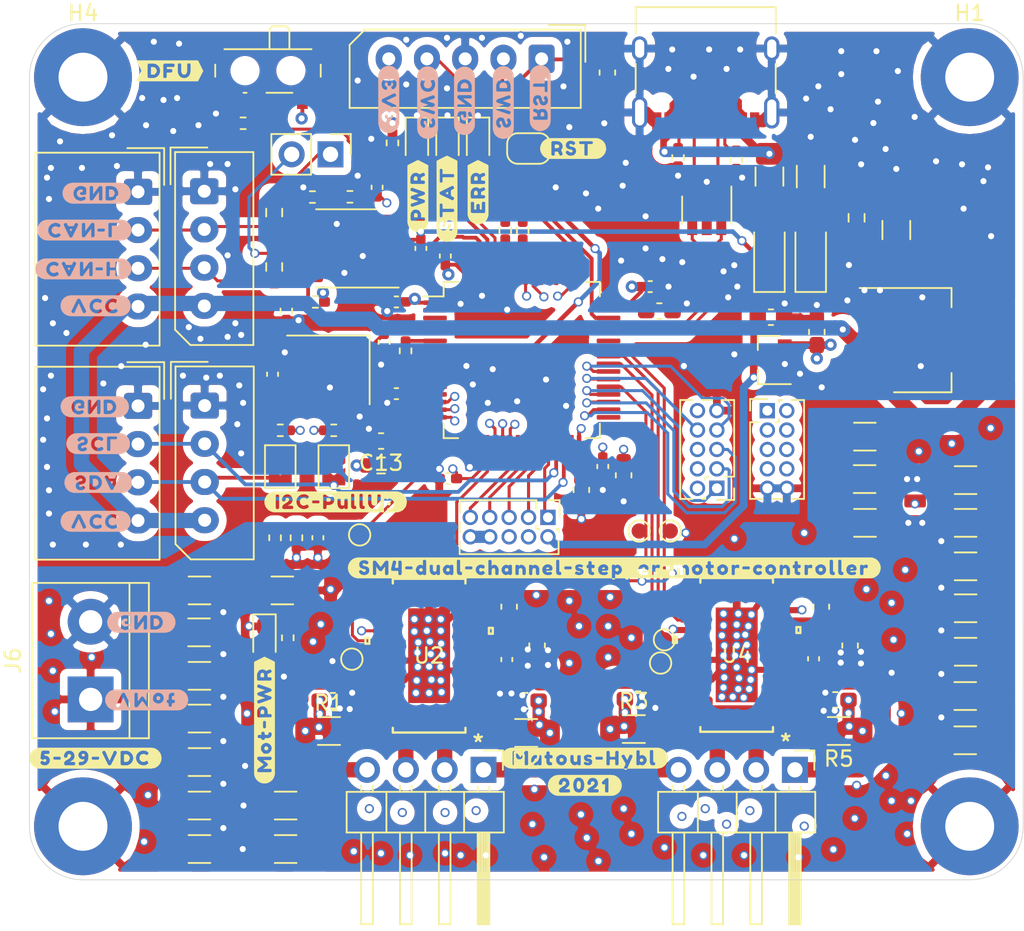
<source format=kicad_pcb>
(kicad_pcb (version 20171130) (host pcbnew 5.1.9)
  (layers (0 F.Cu signal) (1 In1.Cu power) (2 In2.Cu power) (31 B.Cu signal) (34 B.Paste user) (35 F.Paste user) (36 B.SilkS user) (37 F.SilkS user) (38 B.Mask user) (39 F.Mask user) (44 Edge.Cuts user))
  (net 0 "")
  (net 1 GND)
  (net 2 "Net-(C1-Pad1)")
  (net 3 VCP1)
  (net 4 VS1)
  (net 5 +3V3)
  (net 6 NRST)
  (net 7 VDDA)
  (net 8 OSC_IN)
  (net 9 "Net-(C17-Pad1)")
  (net 10 +5V)
  (net 11 VCP2)
  (net 12 "Net-(C25-Pad1)")
  (net 13 "Net-(C33-Pad1)")
  (net 14 VBAT)
  (net 15 +5VD)
  (net 16 "Net-(D5-Pad2)")
  (net 17 "Net-(D6-Pad2)")
  (net 18 "Net-(D7-Pad2)")
  (net 19 "Net-(F1-Pad1)")
  (net 20 "Net-(F2-Pad2)")
  (net 21 "Net-(J2-Pad2)")
  (net 22 "Net-(J2-Pad1)")
  (net 23 VDC)
  (net 24 SDA)
  (net 25 SCL)
  (net 26 USB_CONN_D+)
  (net 27 "Net-(J7-PadB5)")
  (net 28 USB_CONN_D-)
  (net 29 "Net-(J7-PadA5)")
  (net 30 SWCLK)
  (net 31 SWDIO)
  (net 32 BOOT)
  (net 33 "Net-(R4-Pad1)")
  (net 34 OSC_OUT)
  (net 35 "Net-(R7-Pad2)")
  (net 36 "Net-(R10-Pad2)")
  (net 37 STATUS)
  (net 38 ERR)
  (net 39 CAN_TX)
  (net 40 CAN_RX)
  (net 41 USB_D+)
  (net 42 USB_D-)
  (net 43 STEP2)
  (net 44 DIR1)
  (net 45 STEP1)
  (net 46 DIR2)
  (net 47 "Net-(JP3-Pad1)")
  (net 48 "Net-(JP4-Pad1)")
  (net 49 "Net-(F1-Pad2)")
  (net 50 "Net-(C5-Pad1)")
  (net 51 "Net-(C6-Pad2)")
  (net 52 "Net-(C6-Pad1)")
  (net 53 OB12)
  (net 54 OB11)
  (net 55 "Net-(J7-PadB8)")
  (net 56 "Net-(J7-PadA8)")
  (net 57 BRA1)
  (net 58 BRB1)
  (net 59 "Net-(U1-Pad57)")
  (net 60 "Net-(U1-Pad54)")
  (net 61 "Net-(U1-Pad53)")
  (net 62 "Net-(U1-Pad52)")
  (net 63 "Net-(U1-Pad51)")
  (net 64 DRV_UART)
  (net 65 "Net-(U1-Pad11)")
  (net 66 "Net-(U1-Pad10)")
  (net 67 "Net-(U1-Pad9)")
  (net 68 "Net-(U1-Pad8)")
  (net 69 "Net-(U1-Pad4)")
  (net 70 "Net-(U1-Pad3)")
  (net 71 "Net-(U1-Pad2)")
  (net 72 "Net-(U2-Pad17)")
  (net 73 "Net-(U2-Pad16)")
  (net 74 "Net-(U2-Pad13)")
  (net 75 "Net-(U4-Pad16)")
  (net 76 OA12)
  (net 77 OA11)
  (net 78 "Net-(U2-Pad21)")
  (net 79 "Net-(U2-Pad15)")
  (net 80 "Net-(U2-Pad10)")
  (net 81 "Net-(U2-Pad5)")
  (net 82 "Net-(C29-Pad1)")
  (net 83 "Net-(C30-Pad2)")
  (net 84 "Net-(C30-Pad1)")
  (net 85 OA22)
  (net 86 OA21)
  (net 87 OB21)
  (net 88 OB22)
  (net 89 BRA2)
  (net 90 BRB2)
  (net 91 "Net-(U4-Pad21)")
  (net 92 "Net-(U4-Pad17)")
  (net 93 "Net-(U4-Pad15)")
  (net 94 "Net-(U4-Pad13)")
  (net 95 "Net-(U4-Pad10)")
  (net 96 "Net-(U4-Pad5)")
  (net 97 "Net-(J10-Pad3)")
  (net 98 "Net-(J10-Pad2)")
  (net 99 "Net-(D1-Pad2)")
  (net 100 GPIO5)
  (net 101 GPIO4)
  (net 102 GPIO3)
  (net 103 GPIO2)
  (net 104 GPIO1)
  (net 105 ENC1I)
  (net 106 ENC1B)
  (net 107 ENC1A)
  (net 108 "Net-(U1-Pad43)")
  (net 109 CS2)
  (net 110 CS1)
  (net 111 MOSI2)
  (net 112 MISO2)
  (net 113 SCK2)
  (net 114 "Net-(U1-Pad33)")
  (net 115 MOSI1)
  (net 116 MISO1)
  (net 117 SCK1)
  (net 118 ENC2I)
  (net 119 ENC2B)
  (net 120 ENC2A)
  (net 121 "Net-(J11-Pad10)")
  (module Resistor_SMD:R_1206_3216Metric_Pad1.30x1.75mm_HandSolder (layer F.Cu) (at 92.938 96.266 180)
    (fp_text reference R5 (at 0 -1.82) (layer F.SilkS))
    (fp_text value 0.22)
    (pad 2 smd roundrect (at 1.55 0 180) (size 1.3 1.75) (layers F.Cu F.Paste F.Mask) (roundrect_rratio 0.192308) (net 90 BRB2))
    (pad 1 smd roundrect (at -1.55 0 180) (size 1.3 1.75) (layers F.Cu F.Paste F.Mask) (roundrect_rratio 0.192308) (net 1 GND))
  )
  (module Resistor_SMD:R_1206_3216Metric_Pad1.30x1.75mm_HandSolder (layer F.Cu) (at 79.528 96.139)
    (fp_text reference R3 (at 0 -1.82) (layer F.SilkS))
    (fp_text value 0.22)
    (pad 2 smd roundrect (at 1.55 0) (size 1.3 1.75) (layers F.Cu F.Paste F.Mask) (roundrect_rratio 0.192308) (net 89 BRA2))
    (pad 1 smd roundrect (at -1.55 0) (size 1.3 1.75) (layers F.Cu F.Paste F.Mask) (roundrect_rratio 0.192308) (net 1 GND))
  )
  (module Resistor_SMD:R_1206_3216Metric_Pad1.30x1.75mm_HandSolder (layer F.Cu) (at 72.491 96.393 180)
    (fp_text reference R2 (at 0 -1.82) (layer F.SilkS))
    (fp_text value 0.22)
    (pad 2 smd roundrect (at 1.55 0 180) (size 1.3 1.75) (layers F.Cu F.Paste F.Mask) (roundrect_rratio 0.192308) (net 58 BRB1))
    (pad 1 smd roundrect (at -1.55 0 180) (size 1.3 1.75) (layers F.Cu F.Paste F.Mask) (roundrect_rratio 0.192308) (net 1 GND))
  )
  (module Resistor_SMD:R_1206_3216Metric_Pad1.30x1.75mm_HandSolder (layer F.Cu) (at 59.589 96.266)
    (fp_text reference R1 (at 0 -1.82) (layer F.SilkS))
    (fp_text value 0.22)
    (pad 2 smd roundrect (at 1.55 0) (size 1.3 1.75) (layers F.Cu F.Paste F.Mask) (roundrect_rratio 0.192308) (net 57 BRA1))
    (pad 1 smd roundrect (at -1.55 0) (size 1.3 1.75) (layers F.Cu F.Paste F.Mask) (roundrect_rratio 0.192308) (net 1 GND))
  )
  (module TestPoint:TestPoint_Pad_D1.0mm (layer F.Cu) (at 61.595 83.439)
    (fp_text reference REF**)
    (fp_text value TestPoint_Pad_D1.0mm)
    (pad 1 smd circle (at 0 0) (size 1 1) (layers F.Cu F.Mask))
  )
  (module TestPoint:TestPoint_Pad_D1.0mm (layer F.Cu) (at 81.534 90.297)
    (fp_text reference REF**)
    (fp_text value TestPoint_Pad_D1.0mm)
    (pad 1 smd circle (at 0 0) (size 1 1) (layers F.Cu F.Mask))
  )
  (module TestPoint:TestPoint_Pad_D1.0mm (layer F.Cu) (at 79.883 83.185)
    (fp_text reference REF**)
    (fp_text value TestPoint_Pad_D1.0mm)
    (pad 1 smd circle (at 0 0) (size 1 1) (layers F.Cu F.Mask))
  )
  (module TestPoint:TestPoint_Pad_D1.0mm (layer F.Cu) (at 81.915 83.185)
    (fp_text reference REF**)
    (fp_text value TestPoint_Pad_D1.0mm)
    (pad 1 smd circle (at 0 0) (size 1 1) (layers F.Cu F.Mask))
  )
  (module TestPoint:TestPoint_Pad_D1.0mm (layer F.Cu) (at 81.28 91.821)
    (fp_text reference REF**)
    (fp_text value TestPoint_Pad_D1.0mm)
    (pad 1 smd circle (at 0 0) (size 1 1) (layers F.Cu F.Mask))
  )
  (module TestPoint:TestPoint_Pad_D1.0mm (layer F.Cu) (at 61.087 91.567)
    (fp_text reference REF**)
    (fp_text value TestPoint_Pad_D1.0mm)
    (pad 1 smd circle (at 0 0) (size 1 1) (layers F.Cu F.Mask))
  )
  (module Connector_USB:USB_C_Receptacle_XKB_U262-16XN-4BVC11 (layer F.Cu) (at 84.232 52.705 180)
    (fp_text reference J7)
    (fp_text value USB_C_Receptacle_USB2.0)
    (pad A12 smd rect (at 3.35 -3.67 180) (size 0.3 1.15) (layers F.Cu F.Paste F.Mask) (net 1 GND))
    (pad A9 smd rect (at 2.55 -3.67 180) (size 0.3 1.15) (layers F.Cu F.Paste F.Mask) (net 20 "Net-(F2-Pad2)"))
    (pad B9 smd rect (at -2.25 -3.67 180) (size 0.3 1.15) (layers F.Cu F.Paste F.Mask) (net 20 "Net-(F2-Pad2)"))
    (pad B12 smd rect (at -3.05 -3.67 180) (size 0.3 1.15) (layers F.Cu F.Paste F.Mask) (net 1 GND))
    (pad A1 smd rect (at -3.35 -3.67 180) (size 0.3 1.15) (layers F.Cu F.Paste F.Mask) (net 1 GND))
    (pad A4 smd rect (at -2.55 -3.67 180) (size 0.3 1.15) (layers F.Cu F.Paste F.Mask) (net 20 "Net-(F2-Pad2)"))
    (pad B8 smd rect (at -1.75 -3.67 180) (size 0.3 1.15) (layers F.Cu F.Paste F.Mask) (net 55 "Net-(J7-PadB8)"))
    (pad A5 smd rect (at -1.25 -3.67 180) (size 0.3 1.15) (layers F.Cu F.Paste F.Mask) (net 29 "Net-(J7-PadA5)"))
    (pad B7 smd rect (at -0.75 -3.67 180) (size 0.3 1.15) (layers F.Cu F.Paste F.Mask) (net 28 USB_CONN_D-))
    (pad A6 smd rect (at -0.25 -3.67 180) (size 0.3 1.15) (layers F.Cu F.Paste F.Mask) (net 26 USB_CONN_D+))
    (pad A7 smd rect (at 0.25 -3.67 180) (size 0.3 1.15) (layers F.Cu F.Paste F.Mask) (net 28 USB_CONN_D-))
    (pad B6 smd rect (at 0.75 -3.67 180) (size 0.3 1.15) (layers F.Cu F.Paste F.Mask) (net 26 USB_CONN_D+))
    (pad A8 smd rect (at 1.25 -3.67 180) (size 0.3 1.15) (layers F.Cu F.Paste F.Mask) (net 56 "Net-(J7-PadA8)"))
    (pad B5 smd rect (at 1.75 -3.67 180) (size 0.3 1.15) (layers F.Cu F.Paste F.Mask) (net 27 "Net-(J7-PadB5)"))
    (pad B4 smd rect (at 2.25 -3.67 180) (size 0.3 1.15) (layers F.Cu F.Paste F.Mask) (net 20 "Net-(F2-Pad2)"))
    (pad B1 smd rect (at 3.05 -3.67 180) (size 0.3 1.15) (layers F.Cu F.Paste F.Mask) (net 1 GND))
    (pad "" np_thru_hole circle (at -2.89 -2.605 180) (size 0.65 0.65) (drill 0.65) (layers *.Cu *.Mask))
    (pad "" np_thru_hole circle (at 2.89 -2.605 180) (size 0.65 0.65) (drill 0.65) (layers *.Cu *.Mask))
    (pad S1 thru_hole oval (at 4.32 1.075 180) (size 1 1.6) (drill oval 0.6 1.2) (layers *.Cu *.Mask) (net 1 GND))
    (pad S1 thru_hole oval (at -4.32 1.075 180) (size 1 1.6) (drill oval 0.6 1.2) (layers *.Cu *.Mask) (net 1 GND))
    (pad S1 thru_hole oval (at 4.32 -3.105 180) (size 1 2.1) (drill oval 0.6 1.7) (layers *.Cu *.Mask) (net 1 GND))
    (pad S1 thru_hole oval (at -4.32 -3.105 180) (size 1 2.1) (drill oval 0.6 1.7) (layers *.Cu *.Mask) (net 1 GND))
  )
  (module TerminalBlock:TerminalBlock_bornier-2_P5.08mm (layer F.Cu) (at 44 94.2 90)
    (fp_text reference J6 (at 2.54 -5.08 90) (layer F.SilkS))
    (fp_text value Power)
    (pad 2 thru_hole circle (at 5.08 0 90) (size 3 3) (drill 1.52) (layers *.Cu *.Mask) (net 4 VS1))
    (pad 1 thru_hole rect (at 0 0 90) (size 3 3) (drill 1.52) (layers *.Cu *.Mask) (net 1 GND))
  )
  (module Connector_PinHeader_1.27mm:PinHeader_2x05_P1.27mm_Vertical (layer F.Cu) (at 88.265 75.311)
    (fp_text reference J13)
    (fp_text value ENC_INC)
    (pad 10 thru_hole oval (at 1.27 5.08) (size 1 1) (drill 0.65) (layers *.Cu *.Mask) (net 1 GND))
    (pad 9 thru_hole oval (at 0 5.08) (size 1 1) (drill 0.65) (layers *.Cu *.Mask) (net 1 GND))
    (pad 8 thru_hole oval (at 1.27 3.81) (size 1 1) (drill 0.65) (layers *.Cu *.Mask) (net 118 ENC2I))
    (pad 7 thru_hole oval (at 0 3.81) (size 1 1) (drill 0.65) (layers *.Cu *.Mask) (net 105 ENC1I))
    (pad 6 thru_hole oval (at 1.27 2.54) (size 1 1) (drill 0.65) (layers *.Cu *.Mask) (net 119 ENC2B))
    (pad 5 thru_hole oval (at 0 2.54) (size 1 1) (drill 0.65) (layers *.Cu *.Mask) (net 106 ENC1B))
    (pad 4 thru_hole oval (at 1.27 1.27) (size 1 1) (drill 0.65) (layers *.Cu *.Mask) (net 120 ENC2A))
    (pad 3 thru_hole oval (at 0 1.27) (size 1 1) (drill 0.65) (layers *.Cu *.Mask) (net 107 ENC1A))
    (pad 2 thru_hole oval (at 1.27 0) (size 1 1) (drill 0.65) (layers *.Cu *.Mask) (net 5 +3V3))
    (pad 1 thru_hole rect (at 0 0) (size 1 1) (drill 0.65) (layers *.Cu *.Mask) (net 5 +3V3))
  )
  (module Connector_PinHeader_1.27mm:PinHeader_2x05_P1.27mm_Vertical (layer F.Cu) (at 84.963 80.391 180)
    (fp_text reference J12)
    (fp_text value ENC_SPI)
    (pad 10 thru_hole oval (at 1.27 5.08 180) (size 1 1) (drill 0.65) (layers *.Cu *.Mask) (net 5 +3V3))
    (pad 9 thru_hole oval (at 0 5.08 180) (size 1 1) (drill 0.65) (layers *.Cu *.Mask) (net 1 GND))
    (pad 8 thru_hole oval (at 1.27 3.81 180) (size 1 1) (drill 0.65) (layers *.Cu *.Mask) (net 110 CS1))
    (pad 7 thru_hole oval (at 0 3.81 180) (size 1 1) (drill 0.65) (layers *.Cu *.Mask) (net 109 CS2))
    (pad 6 thru_hole oval (at 1.27 2.54 180) (size 1 1) (drill 0.65) (layers *.Cu *.Mask) (net 115 MOSI1))
    (pad 5 thru_hole oval (at 0 2.54 180) (size 1 1) (drill 0.65) (layers *.Cu *.Mask) (net 113 SCK2))
    (pad 4 thru_hole oval (at 1.27 1.27 180) (size 1 1) (drill 0.65) (layers *.Cu *.Mask) (net 116 MISO1))
    (pad 3 thru_hole oval (at 0 1.27 180) (size 1 1) (drill 0.65) (layers *.Cu *.Mask) (net 112 MISO2))
    (pad 2 thru_hole oval (at 1.27 0 180) (size 1 1) (drill 0.65) (layers *.Cu *.Mask) (net 117 SCK1))
    (pad 1 thru_hole rect (at 0 0 180) (size 1 1) (drill 0.65) (layers *.Cu *.Mask) (net 111 MOSI2))
  )
  (module Connector_PinHeader_1.27mm:PinHeader_2x05_P1.27mm_Vertical (layer F.Cu) (at 73.914 82.296 270)
    (fp_text reference J11)
    (fp_text value GPIO)
    (pad 10 thru_hole oval (at 1.27 5.08 270) (size 1 1) (drill 0.65) (layers *.Cu *.Mask) (net 121 "Net-(J11-Pad10)"))
    (pad 9 thru_hole oval (at 0 5.08 270) (size 1 1) (drill 0.65) (layers *.Cu *.Mask) (net 104 GPIO1))
    (pad 8 thru_hole oval (at 1.27 3.81 270) (size 1 1) (drill 0.65) (layers *.Cu *.Mask) (net 121 "Net-(J11-Pad10)"))
    (pad 7 thru_hole oval (at 0 3.81 270) (size 1 1) (drill 0.65) (layers *.Cu *.Mask) (net 103 GPIO2))
    (pad 6 thru_hole oval (at 1.27 2.54 270) (size 1 1) (drill 0.65) (layers *.Cu *.Mask) (net 5 +3V3))
    (pad 5 thru_hole oval (at 0 2.54 270) (size 1 1) (drill 0.65) (layers *.Cu *.Mask) (net 102 GPIO3))
    (pad 4 thru_hole oval (at 1.27 1.27 270) (size 1 1) (drill 0.65) (layers *.Cu *.Mask) (net 5 +3V3))
    (pad 3 thru_hole oval (at 0 1.27 270) (size 1 1) (drill 0.65) (layers *.Cu *.Mask) (net 101 GPIO4))
    (pad 2 thru_hole oval (at 1.27 0 270) (size 1 1) (drill 0.65) (layers *.Cu *.Mask) (net 10 +5V))
    (pad 1 thru_hole rect (at 0 0 270) (size 1 1) (drill 0.65) (layers *.Cu *.Mask) (net 100 GPIO5))
  )
  (module buzzard_labels (layer B.Cu) (at 45.085 89.154)
    (fp_text reference "" (at 0 0) (layer B.SilkS) (effects (font (size 1.27 1.27)) (justify mirror)))
    (fp_text value "" (at 0 0) (layer B.SilkS) (effects (font (size 1.27 1.27)) (justify mirror)))
  )
  (module buzzard_labels (layer B.Cu) (at 73.406 57.023 90)
    (fp_text reference "" (at 0 0 90) (layer B.SilkS) (effects (font (size 1.27 1.27)) (justify mirror)))
    (fp_text value "" (at 0 0 90) (layer B.SilkS) (effects (font (size 1.27 1.27)) (justify mirror)))
  )
  (module buzzard_labels (layer B.Cu) (at 70.993 57.531 90)
    (fp_text reference "" (at 0 0 90) (layer B.SilkS) (effects (font (size 1.27 1.27)) (justify mirror)))
    (fp_text value "" (at 0 0 90) (layer B.SilkS) (effects (font (size 1.27 1.27)) (justify mirror)))
  )
  (module buzzard_labels (layer B.Cu) (at 68.453 57.277 90)
    (fp_text reference "" (at 0 0 90) (layer B.SilkS) (effects (font (size 1.27 1.27)) (justify mirror)))
    (fp_text value "" (at 0 0 90) (layer B.SilkS) (effects (font (size 1.27 1.27)) (justify mirror)))
  )
  (module buzzard_labels (layer B.Cu) (at 66.04 57.531 90)
    (fp_text reference "" (at 0 0 90) (layer B.SilkS) (effects (font (size 1.27 1.27)) (justify mirror)))
    (fp_text value "" (at 0 0 90) (layer B.SilkS) (effects (font (size 1.27 1.27)) (justify mirror)))
  )
  (module buzzard_labels (layer B.Cu) (at 63.5 57.15 90)
    (fp_text reference "" (at 0 0 90) (layer B.SilkS) (effects (font (size 1.27 1.27)) (justify mirror)))
    (fp_text value "" (at 0 0 90) (layer B.SilkS) (effects (font (size 1.27 1.27)) (justify mirror)))
  )
  (module buzzard_labels (layer B.Cu) (at 42.418 77.47)
    (fp_text reference "" (at 0 0) (layer B.SilkS) (effects (font (size 1.27 1.27)) (justify mirror)))
    (fp_text value "" (at 0 0) (layer B.SilkS) (effects (font (size 1.27 1.27)) (justify mirror)))
  )
  (module buzzard_labels (layer B.Cu) (at 42.291 80.01)
    (fp_text reference "" (at 0 0) (layer B.SilkS) (effects (font (size 1.27 1.27)) (justify mirror)))
    (fp_text value "" (at 0 0) (layer B.SilkS) (effects (font (size 1.27 1.27)) (justify mirror)))
  )
  (module buzzard_labels (layer B.Cu) (at 42.037 75.057)
    (fp_text reference "" (at 0 0) (layer B.SilkS) (effects (font (size 1.27 1.27)) (justify mirror)))
    (fp_text value "" (at 0 0) (layer B.SilkS) (effects (font (size 1.27 1.27)) (justify mirror)))
  )
  (module buzzard_labels (layer B.Cu) (at 42.037 82.55)
    (fp_text reference "" (at 0 0) (layer B.SilkS) (effects (font (size 1.27 1.27)) (justify mirror)))
    (fp_text value "" (at 0 0) (layer B.SilkS) (effects (font (size 1.27 1.27)) (justify mirror)))
  )
  (module buzzard_labels (layer B.Cu) (at 44.958 94.234)
    (fp_text reference "" (at 0 0) (layer B.SilkS) (effects (font (size 1.27 1.27)) (justify mirror)))
    (fp_text value "" (at 0 0) (layer B.SilkS) (effects (font (size 1.27 1.27)) (justify mirror)))
  )
  (module buzzard_labels (layer B.Cu) (at 42.164 61.087)
    (fp_text reference "" (at 0 0) (layer B.SilkS) (effects (font (size 1.27 1.27)) (justify mirror)))
    (fp_text value "" (at 0 0) (layer B.SilkS) (effects (font (size 1.27 1.27)) (justify mirror)))
  )
  (module buzzard_labels (layer B.Cu) (at 40.386 66.04)
    (fp_text reference "" (at 0 0) (layer B.SilkS) (effects (font (size 1.27 1.27)) (justify mirror)))
    (fp_text value "" (at 0 0) (layer B.SilkS) (effects (font (size 1.27 1.27)) (justify mirror)))
  )
  (module buzzard_labels (layer B.Cu) (at 40.513 63.5)
    (fp_text reference "" (at 0 0) (layer B.SilkS) (effects (font (size 1.27 1.27)) (justify mirror)))
    (fp_text value "" (at 0 0) (layer B.SilkS) (effects (font (size 1.27 1.27)) (justify mirror)))
  )
  (module buzzard_labels (layer B.Cu) (at 42.037 68.453)
    (fp_text reference "" (at 0 0) (layer B.SilkS) (effects (font (size 1.27 1.27)) (justify mirror)))
    (fp_text value "" (at 0 0) (layer B.SilkS) (effects (font (size 1.27 1.27)) (justify mirror)))
  )
  (module buzzard_labels (layer F.Cu) (at 55.372 99.695 90)
    (fp_text reference "" (at 0 0 90) (layer F.SilkS) (effects (font (size 1.27 1.27))))
    (fp_text value "" (at 0 0 90) (layer F.SilkS) (effects (font (size 1.27 1.27))))
  )
  (module Resistor_SMD:R_0402_1005Metric_Pad0.72x0.64mm_HandSolder (layer F.Cu) (at 56.896 90.17 90)
    (fp_text reference R9)
    (fp_text value 10k)
    (pad 2 smd roundrect (at 0.5975 0 90) (size 0.715 0.64) (layers F.Cu F.Paste F.Mask) (net 4 VS1))
    (pad 1 smd roundrect (at -0.5975 0 90) (size 0.715 0.64) (layers F.Cu F.Paste F.Mask) (net 99 "Net-(D1-Pad2)"))
  )
  (module LED_SMD:LED_0603_1608Metric_Pad1.05x0.95mm_HandSolder (layer F.Cu) (at 55.372 90.297 270)
    (fp_text reference D1)
    (fp_text value LED_Small)
    (pad 2 smd roundrect (at 0.875 0 270) (size 1.05 0.95) (layers F.Cu F.Paste F.Mask) (net 99 "Net-(D1-Pad2)"))
    (pad 1 smd roundrect (at -0.875 0 270) (size 1.05 0.95) (layers F.Cu F.Paste F.Mask) (net 1 GND))
  )
  (module buzzard_labels (layer F.Cu) (at 69.342 63.119 90)
    (fp_text reference "" (at 0 0 90) (layer F.SilkS) (effects (font (size 1.27 1.27))))
    (fp_text value "" (at 0 0 90) (layer F.SilkS) (effects (font (size 1.27 1.27))))
  )
  (module buzzard_labels (layer F.Cu) (at 67.31 64.262 90)
    (fp_text reference "" (at 0 0 90) (layer F.SilkS) (effects (font (size 1.27 1.27))))
    (fp_text value "" (at 0 0 90) (layer F.SilkS) (effects (font (size 1.27 1.27))))
  )
  (module buzzard_labels (layer F.Cu) (at 65.405 63.627 90)
    (fp_text reference "" (at 0 0 90) (layer F.SilkS) (effects (font (size 1.27 1.27))))
    (fp_text value "" (at 0 0 90) (layer F.SilkS) (effects (font (size 1.27 1.27))))
  )
  (module Connector_Molex:Molex_SPOX_5267-04A_1x04_P2.50mm_Vertical (layer F.Cu) (at 51.435 60.96 270)
    (fp_text reference J10)
    (fp_text value "CAN bus")
    (pad 4 thru_hole oval (at 7.5 0 270) (size 1.7 1.85) (drill 0.85) (layers *.Cu *.Mask) (net 23 VDC))
    (pad 3 thru_hole oval (at 5 0 270) (size 1.7 1.85) (drill 0.85) (layers *.Cu *.Mask) (net 97 "Net-(J10-Pad3)"))
    (pad 2 thru_hole oval (at 2.5 0 270) (size 1.7 1.85) (drill 0.85) (layers *.Cu *.Mask) (net 98 "Net-(J10-Pad2)"))
    (pad 1 thru_hole roundrect (at 0 0 270) (size 1.7 1.85) (drill 0.85) (layers *.Cu *.Mask) (roundrect_rratio 0.1470588235294118) (net 1 GND))
  )
  (module buzzard_labels (layer F.Cu) (at 40.005 98.044)
    (fp_text reference "" (at 0 0) (layer F.SilkS) (effects (font (size 1.27 1.27))))
    (fp_text value "" (at 0 0) (layer F.SilkS) (effects (font (size 1.27 1.27))))
  )
  (module buzzard_labels (layer F.Cu) (at 73.406 58.166)
    (fp_text reference "" (at 0 0) (layer F.SilkS) (effects (font (size 1.27 1.27))))
    (fp_text value "" (at 0 0) (layer F.SilkS) (effects (font (size 1.27 1.27))))
  )
  (module Jumper:SolderJumper-2_P1.3mm_Open_RoundedPad1.0x1.5mm (layer F.Cu) (at 72.644 58.166)
    (fp_text reference JP1)
    (fp_text value RST)
    (pad 2 smd custom (at 0.65 0) (size 1 0.5) (layers F.Cu F.Mask) (net 1 GND) (options (clearance outline) (anchor rect)) (primitives (gr_circle (center 0 0.25) (end 0.5 0.25) (width 0)) (gr_circle (center 0 -0.25) (end 0.5 -0.25) (width 0)) (gr_poly (pts (xy 0 -0.75) (xy -0.5 -0.75) (xy -0.5 0.75) (xy 0 0.75)) (width 0))))
    (pad 1 smd custom (at -0.65 0) (size 1 0.5) (layers F.Cu F.Mask) (net 6 NRST) (options (clearance outline) (anchor rect)) (primitives (gr_circle (center 0 0.25) (end 0.5 0.25) (width 0)) (gr_circle (center 0 -0.25) (end 0.5 -0.25) (width 0)) (gr_poly (pts (xy 0 -0.75) (xy 0.5 -0.75) (xy 0.5 0.75) (xy 0 0.75)) (width 0))))
  )
  (module buzzard_labels (layer F.Cu) (at 46.99 53.086)
    (fp_text reference "" (at 0 0) (layer F.SilkS) (effects (font (size 1.27 1.27))))
    (fp_text value "" (at 0 0) (layer F.SilkS) (effects (font (size 1.27 1.27))))
  )
  (module buzzard_labels (layer F.Cu) (at 55.372 81.28)
    (fp_text reference "" (at 0 0) (layer F.SilkS) (effects (font (size 1.27 1.27))))
    (fp_text value "" (at 0 0) (layer F.SilkS) (effects (font (size 1.27 1.27))))
  )
  (module buzzard_labels (layer F.Cu) (at 73.914 99.822)
    (fp_text reference "" (at 0 0) (layer F.SilkS) (effects (font (size 1.27 1.27))))
    (fp_text value "" (at 0 0) (layer F.SilkS) (effects (font (size 1.27 1.27))))
  )
  (module buzzard_labels (layer F.Cu) (at 70.866 98.044)
    (fp_text reference "" (at 0 0) (layer F.SilkS) (effects (font (size 1.27 1.27))))
    (fp_text value "" (at 0 0) (layer F.SilkS) (effects (font (size 1.27 1.27))))
  )
  (module buzzard_labels (layer F.Cu) (at 60.833 85.598)
    (fp_text reference "" (at 0 0) (layer F.SilkS) (effects (font (size 1.27 1.27))))
    (fp_text value "" (at 0 0) (layer F.SilkS) (effects (font (size 1.27 1.27))))
  )
  (module Connector_Molex:Molex_SPOX_5267-04A_1x04_P2.50mm_Vertical (layer F.Cu) (at 51.4604 74.9808 270)
    (fp_text reference J9)
    (fp_text value I2C)
    (pad 4 thru_hole oval (at 7.5 0 270) (size 1.7 1.85) (drill 0.85) (layers *.Cu *.Mask) (net 23 VDC))
    (pad 3 thru_hole oval (at 5 0 270) (size 1.7 1.85) (drill 0.85) (layers *.Cu *.Mask) (net 24 SDA))
    (pad 2 thru_hole oval (at 2.5 0 270) (size 1.7 1.85) (drill 0.85) (layers *.Cu *.Mask) (net 25 SCL))
    (pad 1 thru_hole roundrect (at 0 0 270) (size 1.7 1.85) (drill 0.85) (layers *.Cu *.Mask) (roundrect_rratio 0.1470588235294118) (net 1 GND))
  )
  (module tmc:TMC2226-SA (layer F.Cu) (at 86.2584 91.2876 180)
    (fp_text reference U4 (at 0 0) (layer F.SilkS))
    (fp_text value TMC2226-SA)
    (fp_text user * (at -3.20675 -5.6982) (layer F.SilkS))
    (fp_text user * (at -3.20675 -5.6982) (layer F.SilkS))
    (pad EPAD smd rect (at 0 0 180) (size 2.7432 6.1976) (layers F.Cu F.Paste F.Mask) (net 1 GND))
    (pad 28 smd rect (at 2.95275 -4.225 180) (size 1.4097 0.3302) (layers F.Cu F.Paste F.Mask) (net 86 OA21))
    (pad 27 smd rect (at 2.95275 -3.574999 180) (size 1.4097 0.3302) (layers F.Cu F.Paste F.Mask) (net 89 BRA2))
    (pad 26 smd rect (at 2.95275 -2.925 180) (size 1.4097 0.3302) (layers F.Cu F.Paste F.Mask) (net 4 VS1))
    (pad 25 smd rect (at 2.95275 -2.274999 180) (size 1.4097 0.3302) (layers F.Cu F.Paste F.Mask) (net 85 OA22))
    (pad 24 smd rect (at 2.95275 -1.625001 180) (size 1.4097 0.3302) (layers F.Cu F.Paste F.Mask) (net 1 GND))
    (pad 23 smd rect (at 2.95275 -0.974999 180) (size 1.4097 0.3302) (layers F.Cu F.Paste F.Mask) (net 46 DIR2))
    (pad 22 smd rect (at 2.95275 -0.325001 180) (size 1.4097 0.3302) (layers F.Cu F.Paste F.Mask) (net 1 GND))
    (pad 21 smd rect (at 2.95275 0.325001 180) (size 1.4097 0.3302) (layers F.Cu F.Paste F.Mask) (net 91 "Net-(U4-Pad21)"))
    (pad 20 smd rect (at 2.95275 0.974999 180) (size 1.4097 0.3302) (layers F.Cu F.Paste F.Mask) (net 43 STEP2))
    (pad 19 smd rect (at 2.95275 1.625001 180) (size 1.4097 0.3302) (layers F.Cu F.Paste F.Mask) (net 5 +3V3))
    (pad 18 smd rect (at 2.95275 2.274999 180) (size 1.4097 0.3302) (layers F.Cu F.Paste F.Mask) (net 64 DRV_UART))
    (pad 17 smd rect (at 2.95275 2.925 180) (size 1.4097 0.3302) (layers F.Cu F.Paste F.Mask) (net 92 "Net-(U4-Pad17)"))
    (pad 16 smd rect (at 2.95275 3.574999 180) (size 1.4097 0.3302) (layers F.Cu F.Paste F.Mask) (net 75 "Net-(U4-Pad16)"))
    (pad 15 smd rect (at 2.95275 4.225 180) (size 1.4097 0.3302) (layers F.Cu F.Paste F.Mask) (net 93 "Net-(U4-Pad15)"))
    (pad 14 smd rect (at -2.95275 4.224998 180) (size 1.4097 0.3302) (layers F.Cu F.Paste F.Mask) (net 1 GND))
    (pad 13 smd rect (at -2.95275 3.574999 180) (size 1.4097 0.3302) (layers F.Cu F.Paste F.Mask) (net 94 "Net-(U4-Pad13)"))
    (pad 12 smd rect (at -2.95275 2.924998 180) (size 1.4097 0.3302) (layers F.Cu F.Paste F.Mask) (net 5 +3V3))
    (pad 11 smd rect (at -2.95275 2.274999 180) (size 1.4097 0.3302) (layers F.Cu F.Paste F.Mask) (net 82 "Net-(C29-Pad1)"))
    (pad 10 smd rect (at -2.95275 1.624998 180) (size 1.4097 0.3302) (layers F.Cu F.Paste F.Mask) (net 95 "Net-(U4-Pad10)"))
    (pad 9 smd rect (at -2.95275 0.974999 180) (size 1.4097 0.3302) (layers F.Cu F.Paste F.Mask) (net 11 VCP2))
    (pad 8 smd rect (at -2.95275 0.324998 180) (size 1.4097 0.3302) (layers F.Cu F.Paste F.Mask) (net 83 "Net-(C30-Pad2)"))
    (pad 7 smd rect (at -2.95275 -0.325001 180) (size 1.4097 0.3302) (layers F.Cu F.Paste F.Mask) (net 84 "Net-(C30-Pad1)"))
    (pad 6 smd rect (at -2.95275 -0.974999 180) (size 1.4097 0.3302) (layers F.Cu F.Paste F.Mask) (net 1 GND))
    (pad 5 smd rect (at -2.95275 -1.625001 180) (size 1.4097 0.3302) (layers F.Cu F.Paste F.Mask) (net 96 "Net-(U4-Pad5)"))
    (pad 4 smd rect (at -2.95275 -2.274999 180) (size 1.4097 0.3302) (layers F.Cu F.Paste F.Mask) (net 88 OB22))
    (pad 3 smd rect (at -2.95275 -2.925 180) (size 1.4097 0.3302) (layers F.Cu F.Paste F.Mask) (net 4 VS1))
    (pad 2 smd rect (at -2.95275 -3.574999 180) (size 1.4097 0.3302) (layers F.Cu F.Paste F.Mask) (net 90 BRB2))
    (pad 1 smd rect (at -2.95275 -4.225 180) (size 1.4097 0.3302) (layers F.Cu F.Paste F.Mask) (net 87 OB21))
  )
  (module Connector_PinHeader_2.54mm:PinHeader_1x04_P2.54mm_Horizontal (layer F.Cu) (at 90.0684 98.806 270)
    (fp_text reference J4)
    (fp_text value Motor1)
    (pad 4 thru_hole oval (at 0 7.62 270) (size 1.7 1.7) (drill 1) (layers *.Cu *.Mask) (net 85 OA22))
    (pad 3 thru_hole oval (at 0 5.08 270) (size 1.7 1.7) (drill 1) (layers *.Cu *.Mask) (net 86 OA21))
    (pad 2 thru_hole oval (at 0 2.54 270) (size 1.7 1.7) (drill 1) (layers *.Cu *.Mask) (net 87 OB21))
    (pad 1 thru_hole rect (at 0 0 270) (size 1.7 1.7) (drill 1) (layers *.Cu *.Mask) (net 88 OB22))
  )
  (module Capacitor_SMD:C_0603_1608Metric_Pad1.08x0.95mm_HandSolder (layer F.Cu) (at 79.8057 94.1832 180)
    (fp_text reference C49)
    (fp_text value 100n)
    (pad 2 smd roundrect (at 0.8625 0 180) (size 1.075 0.95) (layers F.Cu F.Paste F.Mask) (net 1 GND))
    (pad 1 smd roundrect (at -0.8625 0 180) (size 1.075 0.95) (layers F.Cu F.Paste F.Mask) (net 4 VS1))
  )
  (module Capacitor_SMD:C_0603_1608Metric_Pad1.08x0.95mm_HandSolder (layer F.Cu) (at 92.71 94.234)
    (fp_text reference C48)
    (fp_text value 100n)
    (pad 2 smd roundrect (at 0.8625 0) (size 1.075 0.95) (layers F.Cu F.Paste F.Mask) (net 1 GND))
    (pad 1 smd roundrect (at -0.8625 0) (size 1.075 0.95) (layers F.Cu F.Paste F.Mask) (net 4 VS1))
  )
  (module Capacitor_SMD:C_1206_3216Metric_Pad1.33x1.80mm_HandSolder (layer F.Cu) (at 101.2321 91.0844)
    (fp_text reference C47)
    (fp_text value 10u)
    (pad 2 smd roundrect (at 1.5625 0) (size 1.325 1.8) (layers F.Cu F.Paste F.Mask) (roundrect_rratio 0.1886784905660377) (net 1 GND))
    (pad 1 smd roundrect (at -1.5625 0) (size 1.325 1.8) (layers F.Cu F.Paste F.Mask) (roundrect_rratio 0.1886784905660377) (net 4 VS1))
  )
  (module Capacitor_SMD:C_1206_3216Metric_Pad1.33x1.80mm_HandSolder (layer F.Cu) (at 101.2321 82.6516)
    (fp_text reference C43)
    (fp_text value 10u)
    (pad 2 smd roundrect (at 1.5625 0) (size 1.325 1.8) (layers F.Cu F.Paste F.Mask) (roundrect_rratio 0.1886784905660377) (net 1 GND))
    (pad 1 smd roundrect (at -1.5625 0) (size 1.325 1.8) (layers F.Cu F.Paste F.Mask) (roundrect_rratio 0.1886784905660377) (net 4 VS1))
  )
  (module Capacitor_SMD:C_1206_3216Metric_Pad1.33x1.80mm_HandSolder (layer F.Cu) (at 101.2321 88.2396)
    (fp_text reference C42)
    (fp_text value 10u)
    (pad 2 smd roundrect (at 1.5625 0) (size 1.325 1.8) (layers F.Cu F.Paste F.Mask) (roundrect_rratio 0.1886784905660377) (net 1 GND))
    (pad 1 smd roundrect (at -1.5625 0) (size 1.325 1.8) (layers F.Cu F.Paste F.Mask) (roundrect_rratio 0.1886784905660377) (net 4 VS1))
  )
  (module Capacitor_SMD:C_1206_3216Metric_Pad1.33x1.80mm_HandSolder (layer F.Cu) (at 101.2321 79.8576)
    (fp_text reference C41)
    (fp_text value 10u)
    (pad 2 smd roundrect (at 1.5625 0) (size 1.325 1.8) (layers F.Cu F.Paste F.Mask) (roundrect_rratio 0.1886784905660377) (net 1 GND))
    (pad 1 smd roundrect (at -1.5625 0) (size 1.325 1.8) (layers F.Cu F.Paste F.Mask) (roundrect_rratio 0.1886784905660377) (net 4 VS1))
  )
  (module Capacitor_SMD:C_1206_3216Metric_Pad1.33x1.80mm_HandSolder (layer F.Cu) (at 94.6404 77.0128 180)
    (fp_text reference C40)
    (fp_text value 10u)
    (pad 2 smd roundrect (at 1.5625 0 180) (size 1.325 1.8) (layers F.Cu F.Paste F.Mask) (roundrect_rratio 0.1886784905660377) (net 1 GND))
    (pad 1 smd roundrect (at -1.5625 0 180) (size 1.325 1.8) (layers F.Cu F.Paste F.Mask) (roundrect_rratio 0.1886784905660377) (net 4 VS1))
  )
  (module Capacitor_SMD:C_1206_3216Metric_Pad1.33x1.80mm_HandSolder (layer F.Cu) (at 94.6281 79.7888 180)
    (fp_text reference C39)
    (fp_text value 10u)
    (pad 2 smd roundrect (at 1.5625 0 180) (size 1.325 1.8) (layers F.Cu F.Paste F.Mask) (roundrect_rratio 0.1886784905660377) (net 1 GND))
    (pad 1 smd roundrect (at -1.5625 0 180) (size 1.325 1.8) (layers F.Cu F.Paste F.Mask) (roundrect_rratio 0.1886784905660377) (net 4 VS1))
  )
  (module Capacitor_SMD:C_1206_3216Metric_Pad1.33x1.80mm_HandSolder (layer F.Cu) (at 101.2321 85.4964)
    (fp_text reference C32)
    (fp_text value 10u)
    (pad 2 smd roundrect (at 1.5625 0) (size 1.325 1.8) (layers F.Cu F.Paste F.Mask) (roundrect_rratio 0.1886784905660377) (net 1 GND))
    (pad 1 smd roundrect (at -1.5625 0) (size 1.325 1.8) (layers F.Cu F.Paste F.Mask) (roundrect_rratio 0.1886784905660377) (net 4 VS1))
  )
  (module Capacitor_SMD:C_1206_3216Metric_Pad1.33x1.80mm_HandSolder (layer F.Cu) (at 101.2059 96.8756)
    (fp_text reference C31)
    (fp_text value 10u)
    (pad 2 smd roundrect (at 1.5625 0) (size 1.325 1.8) (layers F.Cu F.Paste F.Mask) (roundrect_rratio 0.1886784905660377) (net 1 GND))
    (pad 1 smd roundrect (at -1.5625 0) (size 1.325 1.8) (layers F.Cu F.Paste F.Mask) (roundrect_rratio 0.1886784905660377) (net 4 VS1))
  )
  (module Capacitor_SMD:C_0402_1005Metric_Pad0.74x0.62mm_HandSolder (layer F.Cu) (at 91.2876 91.5416 90)
    (fp_text reference C30)
    (fp_text value 22n@50V)
    (pad 2 smd roundrect (at 0.5675 0 90) (size 0.735 0.62) (layers F.Cu F.Paste F.Mask) (net 83 "Net-(C30-Pad2)"))
    (pad 1 smd roundrect (at -0.5675 0 90) (size 0.735 0.62) (layers F.Cu F.Paste F.Mask) (net 84 "Net-(C30-Pad1)"))
  )
  (module Capacitor_SMD:C_0603_1608Metric_Pad1.08x0.95mm_HandSolder (layer F.Cu) (at 91.7956 88.1391 90)
    (fp_text reference C29)
    (fp_text value 2u2)
    (pad 2 smd roundrect (at 0.8625 0 90) (size 1.075 0.95) (layers F.Cu F.Paste F.Mask) (net 1 GND))
    (pad 1 smd roundrect (at -0.8625 0 90) (size 1.075 0.95) (layers F.Cu F.Paste F.Mask) (net 82 "Net-(C29-Pad1)"))
  )
  (module Capacitor_SMD:C_1206_3216Metric_Pad1.33x1.80mm_HandSolder (layer F.Cu) (at 94.6527 82.6516 180)
    (fp_text reference C28)
    (fp_text value 10u)
    (pad 2 smd roundrect (at 1.5625 0 180) (size 1.325 1.8) (layers F.Cu F.Paste F.Mask) (roundrect_rratio 0.1886784905660377) (net 1 GND))
    (pad 1 smd roundrect (at -1.5625 0 180) (size 1.325 1.8) (layers F.Cu F.Paste F.Mask) (roundrect_rratio 0.1886784905660377) (net 4 VS1))
  )
  (module Capacitor_SMD:C_1206_3216Metric_Pad1.33x1.80mm_HandSolder (layer F.Cu) (at 101.2059 93.98)
    (fp_text reference C24)
    (fp_text value 10u)
    (pad 2 smd roundrect (at 1.5625 0) (size 1.325 1.8) (layers F.Cu F.Paste F.Mask) (roundrect_rratio 0.1886784905660377) (net 1 GND))
    (pad 1 smd roundrect (at -1.5625 0) (size 1.325 1.8) (layers F.Cu F.Paste F.Mask) (roundrect_rratio 0.1886784905660377) (net 4 VS1))
  )
  (module Capacitor_SMD:C_0603_1608Metric_Pad1.08x0.95mm_HandSolder (layer F.Cu) (at 93.6752 90.678 90)
    (fp_text reference C23)
    (fp_text value 100n)
    (pad 2 smd roundrect (at 0.8625 0 90) (size 1.075 0.95) (layers F.Cu F.Paste F.Mask) (net 11 VCP2))
    (pad 1 smd roundrect (at -0.8625 0 90) (size 1.075 0.95) (layers F.Cu F.Paste F.Mask) (net 4 VS1))
  )
  (module Capacitor_SMD:C_0603_1608Metric_Pad1.08x0.95mm_HandSolder (layer F.Cu) (at 71.374 88.138 90)
    (fp_text reference C5)
    (fp_text value 2u2)
    (pad 2 smd roundrect (at 0.8625 0 90) (size 1.075 0.95) (layers F.Cu F.Paste F.Mask) (net 1 GND))
    (pad 1 smd roundrect (at -0.8625 0 90) (size 1.075 0.95) (layers F.Cu F.Paste F.Mask) (net 50 "Net-(C5-Pad1)"))
  )
  (module tmc:TMC2226-SA (layer F.Cu) (at 66.1416 91.3384 180)
    (fp_text reference U2 (at 0 0) (layer F.SilkS))
    (fp_text value TMC2226-SA)
    (fp_text user * (at -3.20675 -5.6982) (layer F.SilkS))
    (fp_text user * (at -3.20675 -5.6982) (layer F.SilkS))
    (pad EPAD smd rect (at 0 0 180) (size 2.7432 6.1976) (layers F.Cu F.Paste F.Mask) (net 1 GND))
    (pad 28 smd rect (at 2.95275 -4.225 180) (size 1.4097 0.3302) (layers F.Cu F.Paste F.Mask) (net 77 OA11))
    (pad 27 smd rect (at 2.95275 -3.574999 180) (size 1.4097 0.3302) (layers F.Cu F.Paste F.Mask) (net 57 BRA1))
    (pad 26 smd rect (at 2.95275 -2.925 180) (size 1.4097 0.3302) (layers F.Cu F.Paste F.Mask) (net 4 VS1))
    (pad 25 smd rect (at 2.95275 -2.274999 180) (size 1.4097 0.3302) (layers F.Cu F.Paste F.Mask) (net 76 OA12))
    (pad 24 smd rect (at 2.95275 -1.625001 180) (size 1.4097 0.3302) (layers F.Cu F.Paste F.Mask) (net 1 GND))
    (pad 23 smd rect (at 2.95275 -0.974999 180) (size 1.4097 0.3302) (layers F.Cu F.Paste F.Mask) (net 44 DIR1))
    (pad 22 smd rect (at 2.95275 -0.325001 180) (size 1.4097 0.3302) (layers F.Cu F.Paste F.Mask) (net 1 GND))
    (pad 21 smd rect (at 2.95275 0.325001 180) (size 1.4097 0.3302) (layers F.Cu F.Paste F.Mask) (net 78 "Net-(U2-Pad21)"))
    (pad 20 smd rect (at 2.95275 0.974999 180) (size 1.4097 0.3302) (layers F.Cu F.Paste F.Mask) (net 45 STEP1))
    (pad 19 smd rect (at 2.95275 1.625001 180) (size 1.4097 0.3302) (layers F.Cu F.Paste F.Mask) (net 5 +3V3))
    (pad 18 smd rect (at 2.95275 2.274999 180) (size 1.4097 0.3302) (layers F.Cu F.Paste F.Mask) (net 64 DRV_UART))
    (pad 17 smd rect (at 2.95275 2.925 180) (size 1.4097 0.3302) (layers F.Cu F.Paste F.Mask) (net 72 "Net-(U2-Pad17)"))
    (pad 16 smd rect (at 2.95275 3.574999 180) (size 1.4097 0.3302) (layers F.Cu F.Paste F.Mask) (net 73 "Net-(U2-Pad16)"))
    (pad 15 smd rect (at 2.95275 4.225 180) (size 1.4097 0.3302) (layers F.Cu F.Paste F.Mask) (net 79 "Net-(U2-Pad15)"))
    (pad 14 smd rect (at -2.95275 4.224998 180) (size 1.4097 0.3302) (layers F.Cu F.Paste F.Mask) (net 1 GND))
    (pad 13 smd rect (at -2.95275 3.574999 180) (size 1.4097 0.3302) (layers F.Cu F.Paste F.Mask) (net 74 "Net-(U2-Pad13)"))
    (pad 12 smd rect (at -2.95275 2.924998 180) (size 1.4097 0.3302) (layers F.Cu F.Paste F.Mask) (net 1 GND))
    (pad 11 smd rect (at -2.95275 2.274999 180) (size 1.4097 0.3302) (layers F.Cu F.Paste F.Mask) (net 50 "Net-(C5-Pad1)"))
    (pad 10 smd rect (at -2.95275 1.624998 180) (size 1.4097 0.3302) (layers F.Cu F.Paste F.Mask) (net 80 "Net-(U2-Pad10)"))
    (pad 9 smd rect (at -2.95275 0.974999 180) (size 1.4097 0.3302) (layers F.Cu F.Paste F.Mask) (net 3 VCP1))
    (pad 8 smd rect (at -2.95275 0.324998 180) (size 1.4097 0.3302) (layers F.Cu F.Paste F.Mask) (net 51 "Net-(C6-Pad2)"))
    (pad 7 smd rect (at -2.95275 -0.325001 180) (size 1.4097 0.3302) (layers F.Cu F.Paste F.Mask) (net 52 "Net-(C6-Pad1)"))
    (pad 6 smd rect (at -2.95275 -0.974999 180) (size 1.4097 0.3302) (layers F.Cu F.Paste F.Mask) (net 1 GND))
    (pad 5 smd rect (at -2.95275 -1.625001 180) (size 1.4097 0.3302) (layers F.Cu F.Paste F.Mask) (net 81 "Net-(U2-Pad5)"))
    (pad 4 smd rect (at -2.95275 -2.274999 180) (size 1.4097 0.3302) (layers F.Cu F.Paste F.Mask) (net 53 OB12))
    (pad 3 smd rect (at -2.95275 -2.925 180) (size 1.4097 0.3302) (layers F.Cu F.Paste F.Mask) (net 4 VS1))
    (pad 2 smd rect (at -2.95275 -3.574999 180) (size 1.4097 0.3302) (layers F.Cu F.Paste F.Mask) (net 58 BRB1))
    (pad 1 smd rect (at -2.95275 -4.225 180) (size 1.4097 0.3302) (layers F.Cu F.Paste F.Mask) (net 54 OB11))
  )
  (module Connector_PinHeader_2.54mm:PinHeader_1x04_P2.54mm_Horizontal (layer F.Cu) (at 69.6976 98.806 270)
    (fp_text reference J1)
    (fp_text value Motor1)
    (pad 4 thru_hole oval (at 0 7.62 270) (size 1.7 1.7) (drill 1) (layers *.Cu *.Mask) (net 76 OA12))
    (pad 3 thru_hole oval (at 0 5.08 270) (size 1.7 1.7) (drill 1) (layers *.Cu *.Mask) (net 77 OA11))
    (pad 2 thru_hole oval (at 0 2.54 270) (size 1.7 1.7) (drill 1) (layers *.Cu *.Mask) (net 54 OB11))
    (pad 1 thru_hole rect (at 0 0 270) (size 1.7 1.7) (drill 1) (layers *.Cu *.Mask) (net 53 OB12))
  )
  (module Capacitor_SMD:C_0603_1608Metric_Pad1.08x0.95mm_HandSolder (layer F.Cu) (at 72.4408 94.2848)
    (fp_text reference C46)
    (fp_text value 100n)
    (pad 2 smd roundrect (at 0.8625 0) (size 1.075 0.95) (layers F.Cu F.Paste F.Mask) (net 1 GND))
    (pad 1 smd roundrect (at -0.8625 0) (size 1.075 0.95) (layers F.Cu F.Paste F.Mask) (net 4 VS1))
  )
  (module Capacitor_SMD:C_0603_1608Metric_Pad1.08x0.95mm_HandSolder (layer F.Cu) (at 59.8435 94.2848 180)
    (fp_text reference C45)
    (fp_text value 100n)
    (pad 2 smd roundrect (at 0.8625 0 180) (size 1.075 0.95) (layers F.Cu F.Paste F.Mask) (net 1 GND))
    (pad 1 smd roundrect (at -0.8625 0 180) (size 1.075 0.95) (layers F.Cu F.Paste F.Mask) (net 4 VS1))
  )
  (module Capacitor_SMD:C_1206_3216Metric_Pad1.33x1.80mm_HandSolder (layer F.Cu) (at 56.5404 87.0712)
    (fp_text reference C44)
    (fp_text value 10u)
    (pad 2 smd roundrect (at 1.5625 0) (size 1.325 1.8) (layers F.Cu F.Paste F.Mask) (roundrect_rratio 0.1886784905660377) (net 1 GND))
    (pad 1 smd roundrect (at -1.5625 0) (size 1.325 1.8) (layers F.Cu F.Paste F.Mask) (roundrect_rratio 0.1886784905660377) (net 4 VS1))
  )
  (module Capacitor_SMD:C_1206_3216Metric_Pad1.33x1.80mm_HandSolder (layer F.Cu) (at 51.1171 95.4532 180)
    (fp_text reference C38)
    (fp_text value 10u)
    (pad 2 smd roundrect (at 1.5625 0 180) (size 1.325 1.8) (layers F.Cu F.Paste F.Mask) (roundrect_rratio 0.1886784905660377) (net 1 GND))
    (pad 1 smd roundrect (at -1.5625 0 180) (size 1.325 1.8) (layers F.Cu F.Paste F.Mask) (roundrect_rratio 0.1886784905660377) (net 4 VS1))
  )
  (module Capacitor_SMD:C_1206_3216Metric_Pad1.33x1.80mm_HandSolder (layer F.Cu) (at 51.1171 101.1428 180)
    (fp_text reference C37)
    (fp_text value 10u)
    (pad 2 smd roundrect (at 1.5625 0 180) (size 1.325 1.8) (layers F.Cu F.Paste F.Mask) (roundrect_rratio 0.1886784905660377) (net 1 GND))
    (pad 1 smd roundrect (at -1.5625 0 180) (size 1.325 1.8) (layers F.Cu F.Paste F.Mask) (roundrect_rratio 0.1886784905660377) (net 4 VS1))
  )
  (module Capacitor_SMD:C_1206_3216Metric_Pad1.33x1.80mm_HandSolder (layer F.Cu) (at 56.7559 101.1428)
    (fp_text reference C27)
    (fp_text value 10u)
    (pad 2 smd roundrect (at 1.5625 0) (size 1.325 1.8) (layers F.Cu F.Paste F.Mask) (roundrect_rratio 0.1886784905660377) (net 1 GND))
    (pad 1 smd roundrect (at -1.5625 0) (size 1.325 1.8) (layers F.Cu F.Paste F.Mask) (roundrect_rratio 0.1886784905660377) (net 4 VS1))
  )
  (module Capacitor_SMD:C_1206_3216Metric_Pad1.33x1.80mm_HandSolder (layer F.Cu) (at 51.1171 87.0712 180)
    (fp_text reference C26)
    (fp_text value 10u)
    (pad 2 smd roundrect (at 1.5625 0 180) (size 1.325 1.8) (layers F.Cu F.Paste F.Mask) (roundrect_rratio 0.1886784905660377) (net 1 GND))
    (pad 1 smd roundrect (at -1.5625 0 180) (size 1.325 1.8) (layers F.Cu F.Paste F.Mask) (roundrect_rratio 0.1886784905660377) (net 4 VS1))
  )
  (module Capacitor_SMD:C_1206_3216Metric_Pad1.33x1.80mm_HandSolder (layer F.Cu) (at 56.7559 103.9876)
    (fp_text reference C10)
    (fp_text value 10u)
    (pad 2 smd roundrect (at 1.5625 0) (size 1.325 1.8) (layers F.Cu F.Paste F.Mask) (roundrect_rratio 0.1886784905660377) (net 1 GND))
    (pad 1 smd roundrect (at -1.5625 0) (size 1.325 1.8) (layers F.Cu F.Paste F.Mask) (roundrect_rratio 0.1886784905660377) (net 4 VS1))
  )
  (module Capacitor_SMD:C_1206_3216Metric_Pad1.33x1.80mm_HandSolder (layer F.Cu) (at 51.1171 103.9876 180)
    (fp_text reference C9)
    (fp_text value 10u)
    (pad 2 smd roundrect (at 1.5625 0 180) (size 1.325 1.8) (layers F.Cu F.Paste F.Mask) (roundrect_rratio 0.1886784905660377) (net 1 GND))
    (pad 1 smd roundrect (at -1.5625 0 180) (size 1.325 1.8) (layers F.Cu F.Paste F.Mask) (roundrect_rratio 0.1886784905660377) (net 4 VS1))
  )
  (module Capacitor_SMD:C_1206_3216Metric_Pad1.33x1.80mm_HandSolder (layer F.Cu) (at 51.0925 89.8144 180)
    (fp_text reference C7)
    (fp_text value 10u)
    (pad 2 smd roundrect (at 1.5625 0 180) (size 1.325 1.8) (layers F.Cu F.Paste F.Mask) (roundrect_rratio 0.1886784905660377) (net 1 GND))
    (pad 1 smd roundrect (at -1.5625 0 180) (size 1.325 1.8) (layers F.Cu F.Paste F.Mask) (roundrect_rratio 0.1886784905660377) (net 4 VS1))
  )
  (module Capacitor_SMD:C_0402_1005Metric_Pad0.74x0.62mm_HandSolder (layer F.Cu) (at 71.2216 91.5924 90)
    (fp_text reference C6)
    (fp_text value 22n@50V)
    (pad 2 smd roundrect (at 0.5675 0 90) (size 0.735 0.62) (layers F.Cu F.Paste F.Mask) (net 51 "Net-(C6-Pad2)"))
    (pad 1 smd roundrect (at -0.5675 0 90) (size 0.735 0.62) (layers F.Cu F.Paste F.Mask) (net 52 "Net-(C6-Pad1)"))
  )
  (module Capacitor_SMD:C_1206_3216Metric_Pad1.33x1.80mm_HandSolder (layer F.Cu) (at 51.1171 92.6592 180)
    (fp_text reference C4)
    (fp_text value 10u)
    (pad 2 smd roundrect (at 1.5625 0 180) (size 1.325 1.8) (layers F.Cu F.Paste F.Mask) (roundrect_rratio 0.1886784905660377) (net 1 GND))
    (pad 1 smd roundrect (at -1.5625 0 180) (size 1.325 1.8) (layers F.Cu F.Paste F.Mask) (roundrect_rratio 0.1886784905660377) (net 4 VS1))
  )
  (module Capacitor_SMD:C_1206_3216Metric_Pad1.33x1.80mm_HandSolder (layer F.Cu) (at 51.1171 98.298 180)
    (fp_text reference C3)
    (fp_text value 10u)
    (pad 2 smd roundrect (at 1.5625 0 180) (size 1.325 1.8) (layers F.Cu F.Paste F.Mask) (roundrect_rratio 0.1886784905660377) (net 1 GND))
    (pad 1 smd roundrect (at -1.5625 0 180) (size 1.325 1.8) (layers F.Cu F.Paste F.Mask) (roundrect_rratio 0.1886784905660377) (net 4 VS1))
  )
  (module Capacitor_SMD:C_0603_1608Metric_Pad1.08x0.95mm_HandSolder (layer F.Cu) (at 73.2028 90.678 90)
    (fp_text reference C2)
    (fp_text value 100n)
    (pad 2 smd roundrect (at 0.8625 0 90) (size 1.075 0.95) (layers F.Cu F.Paste F.Mask) (net 3 VCP1))
    (pad 1 smd roundrect (at -0.8625 0 90) (size 1.075 0.95) (layers F.Cu F.Paste F.Mask) (net 4 VS1))
  )
  (module Package_TO_SOT_SMD:SOT-223-3_TabPin2 (layer F.Cu) (at 98.4 70.7)
    (fp_text reference Q1)
    (fp_text value NDT2955)
    (pad 1 smd rect (at -3.15 -2.3) (size 2 1.5) (layers F.Cu F.Paste F.Mask) (net 1 GND))
    (pad 3 smd rect (at -3.15 2.3) (size 2 1.5) (layers F.Cu F.Paste F.Mask) (net 49 "Net-(F1-Pad2)"))
    (pad 2 smd rect (at -3.15 0) (size 2 1.5) (layers F.Cu F.Paste F.Mask) (net 23 VDC))
    (pad 2 smd rect (at 3.15 0) (size 2 3.8) (layers F.Cu F.Paste F.Mask) (net 23 VDC))
  )
  (module Resistor_SMD:R_0402_1005Metric_Pad0.72x0.64mm_HandSolder (layer F.Cu) (at 59.9027 76.6 180)
    (fp_text reference R26)
    (fp_text value 2k2)
    (pad 2 smd roundrect (at 0.5975 0 180) (size 0.715 0.64) (layers F.Cu F.Paste F.Mask) (net 5 +3V3))
    (pad 1 smd roundrect (at -0.5975 0 180) (size 0.715 0.64) (layers F.Cu F.Paste F.Mask) (net 48 "Net-(JP4-Pad1)"))
  )
  (module Resistor_SMD:R_0402_1005Metric_Pad0.72x0.64mm_HandSolder (layer F.Cu) (at 56.4052 76.6)
    (fp_text reference R25)
    (fp_text value 2k2)
    (pad 2 smd roundrect (at 0.5975 0) (size 0.715 0.64) (layers F.Cu F.Paste F.Mask) (net 5 +3V3))
    (pad 1 smd roundrect (at -0.5975 0) (size 0.715 0.64) (layers F.Cu F.Paste F.Mask) (net 47 "Net-(JP3-Pad1)"))
  )
  (module Jumper:SolderJumper-2_P1.3mm_Open_TrianglePad1.0x1.5mm (layer F.Cu) (at 59.9052 78.975 270)
    (fp_text reference JP4)
    (fp_text value Jumper_2_Open)
    (pad 1 smd custom (at -0.725 0 270) (size 0.3 0.3) (layers F.Cu F.Mask) (net 48 "Net-(JP4-Pad1)") (options (clearance outline) (anchor rect)) (primitives (gr_poly (pts (xy -0.5 -0.75) (xy 0.5 -0.75) (xy 1 0) (xy 0.5 0.75) (xy -0.5 0.75)) (width 0))))
    (pad 2 smd custom (at 0.725 0 270) (size 0.3 0.3) (layers F.Cu F.Mask) (net 25 SCL) (options (clearance outline) (anchor rect)) (primitives (gr_poly (pts (xy -0.65 -0.75) (xy 0.5 -0.75) (xy 0.5 0.75) (xy -0.65 0.75) (xy -0.15 0)) (width 0))))
  )
  (module Jumper:SolderJumper-2_P1.3mm_Open_TrianglePad1.0x1.5mm (layer F.Cu) (at 56.4052 78.975 270)
    (fp_text reference JP3)
    (fp_text value Jumper_2_Open)
    (pad 1 smd custom (at -0.725 0 270) (size 0.3 0.3) (layers F.Cu F.Mask) (net 47 "Net-(JP3-Pad1)") (options (clearance outline) (anchor rect)) (primitives (gr_poly (pts (xy -0.5 -0.75) (xy 0.5 -0.75) (xy 1 0) (xy 0.5 0.75) (xy -0.5 0.75)) (width 0))))
    (pad 2 smd custom (at 0.725 0 270) (size 0.3 0.3) (layers F.Cu F.Mask) (net 24 SDA) (options (clearance outline) (anchor rect)) (primitives (gr_poly (pts (xy -0.65 -0.75) (xy 0.5 -0.75) (xy 0.5 0.75) (xy -0.65 0.75) (xy -0.15 0)) (width 0))))
  )
  (module Capacitor_SMD:C_0402_1005Metric_Pad0.74x0.62mm_HandSolder (layer F.Cu) (at 58.8636 83.6272 270)
    (fp_text reference C36)
    (fp_text value 10n)
    (pad 2 smd roundrect (at 0.5675 0 270) (size 0.735 0.62) (layers F.Cu F.Paste F.Mask) (net 1 GND))
    (pad 1 smd roundrect (at -0.5675 0 270) (size 0.735 0.62) (layers F.Cu F.Paste F.Mask) (net 14 VBAT))
  )
  (module Capacitor_SMD:C_0402_1005Metric_Pad0.74x0.62mm_HandSolder (layer F.Cu) (at 64 74.2 180)
    (fp_text reference C16)
    (fp_text value 10n)
    (pad 2 smd roundrect (at 0.5675 0 180) (size 0.735 0.62) (layers F.Cu F.Paste F.Mask) (net 1 GND))
    (pad 1 smd roundrect (at -0.5675 0 180) (size 0.735 0.62) (layers F.Cu F.Paste F.Mask) (net 7 VDDA))
  )
  (module Resistor_SMD:R_0402_1005Metric_Pad0.72x0.64mm_HandSolder (layer F.Cu) (at 64.6 71.4025 270)
    (fp_text reference R6)
    (fp_text value 47R)
    (pad 2 smd roundrect (at 0.5975 0 270) (size 0.715 0.64) (layers F.Cu F.Paste F.Mask) (net 9 "Net-(C17-Pad1)"))
    (pad 1 smd roundrect (at -0.5975 0 270) (size 0.715 0.64) (layers F.Cu F.Paste F.Mask) (net 34 OSC_OUT))
  )
  (module Capacitor_SMD:C_0402_1005Metric_Pad0.74x0.62mm_HandSolder (layer F.Cu) (at 55.9 72.9325 90)
    (fp_text reference C17)
    (fp_text value 12p)
    (pad 2 smd roundrect (at 0.5675 0 90) (size 0.735 0.62) (layers F.Cu F.Paste F.Mask) (net 1 GND))
    (pad 1 smd roundrect (at -0.5675 0 90) (size 0.735 0.62) (layers F.Cu F.Paste F.Mask) (net 9 "Net-(C17-Pad1)"))
  )
  (module Capacitor_SMD:C_0402_1005Metric_Pad0.74x0.62mm_HandSolder (layer F.Cu) (at 64 68.2 180)
    (fp_text reference C15)
    (fp_text value 100n)
    (pad 2 smd roundrect (at 0.5675 0 180) (size 0.735 0.62) (layers F.Cu F.Paste F.Mask) (net 1 GND))
    (pad 1 smd roundrect (at -0.5675 0 180) (size 0.735 0.62) (layers F.Cu F.Paste F.Mask) (net 5 +3V3))
  )
  (module Capacitor_SMD:C_0402_1005Metric_Pad0.74x0.62mm_HandSolder (layer F.Cu) (at 63.2 70.8325 270)
    (fp_text reference C14)
    (fp_text value 12p)
    (pad 2 smd roundrect (at 0.5675 0 270) (size 0.735 0.62) (layers F.Cu F.Paste F.Mask) (net 1 GND))
    (pad 1 smd roundrect (at -0.5675 0 270) (size 0.735 0.62) (layers F.Cu F.Paste F.Mask) (net 8 OSC_IN))
  )
  (module Capacitor_SMD:C_0402_1005Metric_Pad0.74x0.62mm_HandSolder (layer F.Cu) (at 67.2 65.2 90)
    (fp_text reference C12)
    (fp_text value 100n)
    (pad 2 smd roundrect (at 0.5675 0 90) (size 0.735 0.62) (layers F.Cu F.Paste F.Mask) (net 1 GND))
    (pad 1 smd roundrect (at -0.5675 0 90) (size 0.735 0.62) (layers F.Cu F.Paste F.Mask) (net 5 +3V3))
  )
  (module Resistor_SMD:R_0402_1005Metric_Pad0.72x0.64mm_HandSolder (layer F.Cu) (at 56.8 68.8 270)
    (fp_text reference R11)
    (fp_text value 0R)
    (pad 2 smd roundrect (at 0.5975 0 270) (size 0.715 0.64) (layers F.Cu F.Paste F.Mask) (net 1 GND))
    (pad 1 smd roundrect (at -0.5975 0 270) (size 0.715 0.64) (layers F.Cu F.Paste F.Mask) (net 36 "Net-(R10-Pad2)"))
  )
  (module Resistor_SMD:R_0402_1005Metric_Pad0.72x0.64mm_HandSolder (layer F.Cu) (at 72.263 63.5375 270)
    (fp_text reference R24)
    (fp_text value 1k)
    (pad 2 smd roundrect (at 0.5975 0 270) (size 0.715 0.64) (layers F.Cu F.Paste F.Mask) (net 38 ERR))
    (pad 1 smd roundrect (at -0.5975 0 270) (size 0.715 0.64) (layers F.Cu F.Paste F.Mask) (net 18 "Net-(D7-Pad2)"))
  )
  (module Resistor_SMD:R_0402_1005Metric_Pad0.72x0.64mm_HandSolder (layer F.Cu) (at 82.423 58.7635 90)
    (fp_text reference R23)
    (fp_text value 5k1)
    (pad 2 smd roundrect (at 0.5975 0 90) (size 0.715 0.64) (layers F.Cu F.Paste F.Mask) (net 27 "Net-(J7-PadB5)"))
    (pad 1 smd roundrect (at -0.5975 0 90) (size 0.715 0.64) (layers F.Cu F.Paste F.Mask) (net 1 GND))
  )
  (module Resistor_SMD:R_0402_1005Metric_Pad0.72x0.64mm_HandSolder (layer F.Cu) (at 86.233 58.928 90)
    (fp_text reference R22)
    (fp_text value 5k1)
    (pad 2 smd roundrect (at 0.5975 0 90) (size 0.715 0.64) (layers F.Cu F.Paste F.Mask) (net 29 "Net-(J7-PadA5)"))
    (pad 1 smd roundrect (at -0.5975 0 90) (size 0.715 0.64) (layers F.Cu F.Paste F.Mask) (net 1 GND))
  )
  (module Resistor_SMD:R_0402_1005Metric_Pad0.72x0.64mm_HandSolder (layer F.Cu) (at 71.12 63.5375 270)
    (fp_text reference R21)
    (fp_text value 1k)
    (pad 2 smd roundrect (at 0.5975 0 270) (size 0.715 0.64) (layers F.Cu F.Paste F.Mask) (net 37 STATUS))
    (pad 1 smd roundrect (at -0.5975 0 270) (size 0.715 0.64) (layers F.Cu F.Paste F.Mask) (net 17 "Net-(D6-Pad2)"))
  )
  (module Resistor_SMD:R_0402_1005Metric_Pad0.72x0.64mm_HandSolder (layer F.Cu) (at 63.743 57.8 90)
    (fp_text reference R20)
    (fp_text value 1k)
    (pad 2 smd roundrect (at 0.5975 0 90) (size 0.715 0.64) (layers F.Cu F.Paste F.Mask) (net 5 +3V3))
    (pad 1 smd roundrect (at -0.5975 0 90) (size 0.715 0.64) (layers F.Cu F.Paste F.Mask) (net 16 "Net-(D5-Pad2)"))
  )
  (module Resistor_SMD:R_0402_1005Metric_Pad0.72x0.64mm_HandSolder (layer F.Cu) (at 57.4636 83.6272 90)
    (fp_text reference R19)
    (fp_text value 4k7)
    (pad 2 smd roundrect (at 0.5975 0 90) (size 0.715 0.64) (layers F.Cu F.Paste F.Mask) (net 14 VBAT))
    (pad 1 smd roundrect (at -0.5975 0 90) (size 0.715 0.64) (layers F.Cu F.Paste F.Mask) (net 1 GND))
  )
  (module Resistor_SMD:R_0402_1005Metric_Pad0.72x0.64mm_HandSolder (layer F.Cu) (at 56.0636 83.6272 270)
    (fp_text reference R18)
    (fp_text value 100k)
    (pad 2 smd roundrect (at 0.5975 0 270) (size 0.715 0.64) (layers F.Cu F.Paste F.Mask) (net 4 VS1))
    (pad 1 smd roundrect (at -0.5975 0 270) (size 0.715 0.64) (layers F.Cu F.Paste F.Mask) (net 14 VBAT))
  )
  (module Resistor_SMD:R_0402_1005Metric_Pad0.72x0.64mm_HandSolder (layer F.Cu) (at 58.7 68.2 180)
    (fp_text reference R10)
    (fp_text value 1M)
    (pad 2 smd roundrect (at 0.5975 0 180) (size 0.715 0.64) (layers F.Cu F.Paste F.Mask) (net 36 "Net-(R10-Pad2)"))
    (pad 1 smd roundrect (at -0.5975 0 180) (size 0.715 0.64) (layers F.Cu F.Paste F.Mask) (net 5 +3V3))
  )
  (module Resistor_SMD:R_0402_1005Metric_Pad0.72x0.64mm_HandSolder (layer F.Cu) (at 58.5095 61.341 180)
    (fp_text reference R8)
    (fp_text value 1M)
    (pad 2 smd roundrect (at 0.5975 0 180) (size 0.715 0.64) (layers F.Cu F.Paste F.Mask) (net 1 GND))
    (pad 1 smd roundrect (at -0.5975 0 180) (size 0.715 0.64) (layers F.Cu F.Paste F.Mask) (net 35 "Net-(R7-Pad2)"))
  )
  (module Resistor_SMD:R_0402_1005Metric_Pad0.72x0.64mm_HandSolder (layer F.Cu) (at 60.959 61.327 180)
    (fp_text reference R7)
    (fp_text value 0R)
    (pad 2 smd roundrect (at 0.5975 0 180) (size 0.715 0.64) (layers F.Cu F.Paste F.Mask) (net 35 "Net-(R7-Pad2)"))
    (pad 1 smd roundrect (at -0.5975 0 180) (size 0.715 0.64) (layers F.Cu F.Paste F.Mask) (net 5 +3V3))
  )
  (module Resistor_SMD:R_0402_1005Metric_Pad0.72x0.64mm_HandSolder (layer F.Cu) (at 53.975 56.515)
    (fp_text reference R4)
    (fp_text value 10k)
    (pad 2 smd roundrect (at 0.5975 0) (size 0.715 0.64) (layers F.Cu F.Paste F.Mask) (net 32 BOOT))
    (pad 1 smd roundrect (at -0.5975 0) (size 0.715 0.64) (layers F.Cu F.Paste F.Mask) (net 33 "Net-(R4-Pad1)"))
  )
  (module Capacitor_SMD:C_0402_1005Metric_Pad0.74x0.62mm_HandSolder (layer F.Cu) (at 65.6 64.7 270)
    (fp_text reference C22)
    (fp_text value 100n)
    (pad 2 smd roundrect (at 0.5675 0 270) (size 0.735 0.62) (layers F.Cu F.Paste F.Mask) (net 1 GND))
    (pad 1 smd roundrect (at -0.5675 0 270) (size 0.735 0.62) (layers F.Cu F.Paste F.Mask) (net 10 +5V))
  )
  (module Capacitor_SMD:C_0402_1005Metric_Pad0.74x0.62mm_HandSolder (layer F.Cu) (at 62.738 60.706 90)
    (fp_text reference C21)
    (fp_text value 100n)
    (pad 2 smd roundrect (at 0.5675 0 90) (size 0.735 0.62) (layers F.Cu F.Paste F.Mask) (net 1 GND))
    (pad 1 smd roundrect (at -0.5675 0 90) (size 0.735 0.62) (layers F.Cu F.Paste F.Mask) (net 5 +3V3))
  )
  (module Capacitor_SMD:C_0402_1005Metric_Pad0.74x0.62mm_HandSolder (layer F.Cu) (at 77.5 78.9675 270)
    (fp_text reference C20)
    (fp_text value 100n)
    (pad 2 smd roundrect (at 0.5675 0 270) (size 0.735 0.62) (layers F.Cu F.Paste F.Mask) (net 1 GND))
    (pad 1 smd roundrect (at -0.5675 0 270) (size 0.735 0.62) (layers F.Cu F.Paste F.Mask) (net 5 +3V3))
  )
  (module Capacitor_SMD:C_0402_1005Metric_Pad0.74x0.62mm_HandSolder (layer F.Cu) (at 80.6 67.2)
    (fp_text reference C19)
    (fp_text value 100n)
    (pad 2 smd roundrect (at 0.5675 0) (size 0.735 0.62) (layers F.Cu F.Paste F.Mask) (net 1 GND))
    (pad 1 smd roundrect (at -0.5675 0) (size 0.735 0.62) (layers F.Cu F.Paste F.Mask) (net 5 +3V3))
  )
  (module Capacitor_SMD:C_0402_1005Metric_Pad0.74x0.62mm_HandSolder (layer F.Cu) (at 67.3695 79.756 180)
    (fp_text reference C18)
    (fp_text value 100n)
    (pad 2 smd roundrect (at 0.5675 0 180) (size 0.735 0.62) (layers F.Cu F.Paste F.Mask) (net 1 GND))
    (pad 1 smd roundrect (at -0.5675 0 180) (size 0.735 0.62) (layers F.Cu F.Paste F.Mask) (net 5 +3V3))
  )
  (module Crystal:Crystal_SMD_3225-4Pin_3.2x2.5mm_HandSoldering (layer F.Cu) (at 59.55 72.65 180)
    (fp_text reference Y1)
    (fp_text value "25 MHz")
    (pad 4 smd rect (at -1.45 -1.15 180) (size 2.1 1.8) (layers F.Cu F.Paste F.Mask) (net 1 GND))
    (pad 3 smd rect (at 1.45 -1.15 180) (size 2.1 1.8) (layers F.Cu F.Paste F.Mask) (net 9 "Net-(C17-Pad1)"))
    (pad 2 smd rect (at 1.45 1.15 180) (size 2.1 1.8) (layers F.Cu F.Paste F.Mask) (net 1 GND))
    (pad 1 smd rect (at -1.45 1.15 180) (size 2.1 1.8) (layers F.Cu F.Paste F.Mask) (net 8 OSC_IN))
  )
  (module Package_TO_SOT_SMD:SOT-23-6 (layer F.Cu) (at 84.3 62.2 270)
    (fp_text reference U7)
    (fp_text value USBLC6-2SC6)
    (pad 5 smd rect (at 1.1 0 270) (size 1.06 0.65) (layers F.Cu F.Paste F.Mask) (net 15 +5VD))
    (pad 6 smd rect (at 1.1 -0.95 270) (size 1.06 0.65) (layers F.Cu F.Paste F.Mask) (net 42 USB_D-))
    (pad 4 smd rect (at 1.1 0.95 270) (size 1.06 0.65) (layers F.Cu F.Paste F.Mask) (net 41 USB_D+))
    (pad 3 smd rect (at -1.1 0.95 270) (size 1.06 0.65) (layers F.Cu F.Paste F.Mask) (net 26 USB_CONN_D+))
    (pad 2 smd rect (at -1.1 0 270) (size 1.06 0.65) (layers F.Cu F.Paste F.Mask) (net 1 GND))
    (pad 1 smd rect (at -1.1 -0.95 270) (size 1.06 0.65) (layers F.Cu F.Paste F.Mask) (net 28 USB_CONN_D-))
  )
  (module Package_TO_SOT_SMD:SOT-23 (layer F.Cu) (at 88.4 72 180)
    (fp_text reference U6)
    (fp_text value MCP1700-3302E_SOT23)
    (pad 3 smd rect (at 1 0 180) (size 0.9 0.8) (layers F.Cu F.Paste F.Mask) (net 10 +5V))
    (pad 2 smd rect (at -1 0.95 180) (size 0.9 0.8) (layers F.Cu F.Paste F.Mask) (net 5 +3V3))
    (pad 1 smd rect (at -1 -0.95 180) (size 0.9 0.8) (layers F.Cu F.Paste F.Mask) (net 1 GND))
  )
  (module Package_SO:SOIC-8_3.9x4.9mm_P1.27mm (layer F.Cu) (at 60.7 64.7 180)
    (fp_text reference U3)
    (fp_text value MCP2562-E-SN)
    (pad 8 smd roundrect (at 2.475 -1.905 180) (size 1.95 0.6) (layers F.Cu F.Paste F.Mask) (net 36 "Net-(R10-Pad2)"))
    (pad 7 smd roundrect (at 2.475 -0.635 180) (size 1.95 0.6) (layers F.Cu F.Paste F.Mask) (net 97 "Net-(J10-Pad3)"))
    (pad 6 smd roundrect (at 2.475 0.635 180) (size 1.95 0.6) (layers F.Cu F.Paste F.Mask) (net 98 "Net-(J10-Pad2)"))
    (pad 5 smd roundrect (at 2.475 1.905 180) (size 1.95 0.6) (layers F.Cu F.Paste F.Mask) (net 35 "Net-(R7-Pad2)"))
    (pad 4 smd roundrect (at -2.475 1.905 180) (size 1.95 0.6) (layers F.Cu F.Paste F.Mask) (net 40 CAN_RX))
    (pad 3 smd roundrect (at -2.475 0.635 180) (size 1.95 0.6) (layers F.Cu F.Paste F.Mask) (net 10 +5V))
    (pad 2 smd roundrect (at -2.475 -0.635 180) (size 1.95 0.6) (layers F.Cu F.Paste F.Mask) (net 1 GND))
    (pad 1 smd roundrect (at -2.475 -1.905 180) (size 1.95 0.6) (layers F.Cu F.Paste F.Mask) (net 39 CAN_TX))
  )
  (module Package_QFP:LQFP-64_10x10mm_P0.5mm (layer F.Cu) (at 72.2 72)
    (fp_text reference U1)
    (fp_text value STM32F405RGTx)
    (pad 64 smd roundrect (at -3.75 -5.675) (size 0.3 1.55) (layers F.Cu F.Paste F.Mask) (net 5 +3V3))
    (pad 63 smd roundrect (at -3.25 -5.675) (size 0.3 1.55) (layers F.Cu F.Paste F.Mask) (net 1 GND))
    (pad 62 smd roundrect (at -2.75 -5.675) (size 0.3 1.55) (layers F.Cu F.Paste F.Mask) (net 39 CAN_TX))
    (pad 61 smd roundrect (at -2.25 -5.675) (size 0.3 1.55) (layers F.Cu F.Paste F.Mask) (net 40 CAN_RX))
    (pad 60 smd roundrect (at -1.75 -5.675) (size 0.3 1.55) (layers F.Cu F.Paste F.Mask) (net 32 BOOT))
    (pad 59 smd roundrect (at -1.25 -5.675) (size 0.3 1.55) (layers F.Cu F.Paste F.Mask) (net 37 STATUS))
    (pad 58 smd roundrect (at -0.75 -5.675) (size 0.3 1.55) (layers F.Cu F.Paste F.Mask) (net 38 ERR))
    (pad 57 smd roundrect (at -0.25 -5.675) (size 0.3 1.55) (layers F.Cu F.Paste F.Mask) (net 59 "Net-(U1-Pad57)"))
    (pad 56 smd roundrect (at 0.25 -5.675) (size 0.3 1.55) (layers F.Cu F.Paste F.Mask) (net 105 ENC1I))
    (pad 55 smd roundrect (at 0.75 -5.675) (size 0.3 1.55) (layers F.Cu F.Paste F.Mask) (net 106 ENC1B))
    (pad 54 smd roundrect (at 1.25 -5.675) (size 0.3 1.55) (layers F.Cu F.Paste F.Mask) (net 60 "Net-(U1-Pad54)"))
    (pad 53 smd roundrect (at 1.75 -5.675) (size 0.3 1.55) (layers F.Cu F.Paste F.Mask) (net 61 "Net-(U1-Pad53)"))
    (pad 52 smd roundrect (at 2.25 -5.675) (size 0.3 1.55) (layers F.Cu F.Paste F.Mask) (net 62 "Net-(U1-Pad52)"))
    (pad 51 smd roundrect (at 2.75 -5.675) (size 0.3 1.55) (layers F.Cu F.Paste F.Mask) (net 63 "Net-(U1-Pad51)"))
    (pad 50 smd roundrect (at 3.25 -5.675) (size 0.3 1.55) (layers F.Cu F.Paste F.Mask) (net 107 ENC1A))
    (pad 49 smd roundrect (at 3.75 -5.675) (size 0.3 1.55) (layers F.Cu F.Paste F.Mask) (net 30 SWCLK))
    (pad 48 smd roundrect (at 5.675 -3.75) (size 1.55 0.3) (layers F.Cu F.Paste F.Mask) (net 5 +3V3))
    (pad 47 smd roundrect (at 5.675 -3.25) (size 1.55 0.3) (layers F.Cu F.Paste F.Mask) (net 13 "Net-(C33-Pad1)"))
    (pad 46 smd roundrect (at 5.675 -2.75) (size 1.55 0.3) (layers F.Cu F.Paste F.Mask) (net 31 SWDIO))
    (pad 45 smd roundrect (at 5.675 -2.25) (size 1.55 0.3) (layers F.Cu F.Paste F.Mask) (net 41 USB_D+))
    (pad 44 smd roundrect (at 5.675 -1.75) (size 1.55 0.3) (layers F.Cu F.Paste F.Mask) (net 42 USB_D-))
    (pad 43 smd roundrect (at 5.675 -1.25) (size 1.55 0.3) (layers F.Cu F.Paste F.Mask) (net 108 "Net-(U1-Pad43)"))
    (pad 42 smd roundrect (at 5.675 -0.75) (size 1.55 0.3) (layers F.Cu F.Paste F.Mask) (net 64 DRV_UART))
    (pad 41 smd roundrect (at 5.675 -0.25) (size 1.55 0.3) (layers F.Cu F.Paste F.Mask) (net 43 STEP2))
    (pad 40 smd roundrect (at 5.675 0.25) (size 1.55 0.3) (layers F.Cu F.Paste F.Mask) (net 46 DIR2))
    (pad 39 smd roundrect (at 5.675 0.75) (size 1.55 0.3) (layers F.Cu F.Paste F.Mask) (net 109 CS2))
    (pad 38 smd roundrect (at 5.675 1.25) (size 1.55 0.3) (layers F.Cu F.Paste F.Mask) (net 110 CS1))
    (pad 37 smd roundrect (at 5.675 1.75) (size 1.55 0.3) (layers F.Cu F.Paste F.Mask) (net 45 STEP1))
    (pad 36 smd roundrect (at 5.675 2.25) (size 1.55 0.3) (layers F.Cu F.Paste F.Mask) (net 111 MOSI2))
    (pad 35 smd roundrect (at 5.675 2.75) (size 1.55 0.3) (layers F.Cu F.Paste F.Mask) (net 112 MISO2))
    (pad 34 smd roundrect (at 5.675 3.25) (size 1.55 0.3) (layers F.Cu F.Paste F.Mask) (net 113 SCK2))
    (pad 33 smd roundrect (at 5.675 3.75) (size 1.55 0.3) (layers F.Cu F.Paste F.Mask) (net 114 "Net-(U1-Pad33)"))
    (pad 32 smd roundrect (at 3.75 5.675) (size 0.3 1.55) (layers F.Cu F.Paste F.Mask) (net 5 +3V3))
    (pad 31 smd roundrect (at 3.25 5.675) (size 0.3 1.55) (layers F.Cu F.Paste F.Mask) (net 2 "Net-(C1-Pad1)"))
    (pad 30 smd roundrect (at 2.75 5.675) (size 0.3 1.55) (layers F.Cu F.Paste F.Mask) (net 24 SDA))
    (pad 29 smd roundrect (at 2.25 5.675) (size 0.3 1.55) (layers F.Cu F.Paste F.Mask) (net 25 SCL))
    (pad 28 smd roundrect (at 1.75 5.675) (size 0.3 1.55) (layers F.Cu F.Paste F.Mask) (net 100 GPIO5))
    (pad 27 smd roundrect (at 1.25 5.675) (size 0.3 1.55) (layers F.Cu F.Paste F.Mask) (net 101 GPIO4))
    (pad 26 smd roundrect (at 0.75 5.675) (size 0.3 1.55) (layers F.Cu F.Paste F.Mask) (net 102 GPIO3))
    (pad 25 smd roundrect (at 0.25 5.675) (size 0.3 1.55) (layers F.Cu F.Paste F.Mask) (net 103 GPIO2))
    (pad 24 smd roundrect (at -0.25 5.675) (size 0.3 1.55) (layers F.Cu F.Paste F.Mask) (net 104 GPIO1))
    (pad 23 smd roundrect (at -0.75 5.675) (size 0.3 1.55) (layers F.Cu F.Paste F.Mask) (net 115 MOSI1))
    (pad 22 smd roundrect (at -1.25 5.675) (size 0.3 1.55) (layers F.Cu F.Paste F.Mask) (net 116 MISO1))
    (pad 21 smd roundrect (at -1.75 5.675) (size 0.3 1.55) (layers F.Cu F.Paste F.Mask) (net 117 SCK1))
    (pad 20 smd roundrect (at -2.25 5.675) (size 0.3 1.55) (layers F.Cu F.Paste F.Mask) (net 44 DIR1))
    (pad 19 smd roundrect (at -2.75 5.675) (size 0.3 1.55) (layers F.Cu F.Paste F.Mask) (net 5 +3V3))
    (pad 18 smd roundrect (at -3.25 5.675) (size 0.3 1.55) (layers F.Cu F.Paste F.Mask) (net 1 GND))
    (pad 17 smd roundrect (at -3.75 5.675) (size 0.3 1.55) (layers F.Cu F.Paste F.Mask) (net 14 VBAT))
    (pad 16 smd roundrect (at -5.675 3.75) (size 1.55 0.3) (layers F.Cu F.Paste F.Mask) (net 118 ENC2I))
    (pad 15 smd roundrect (at -5.675 3.25) (size 1.55 0.3) (layers F.Cu F.Paste F.Mask) (net 119 ENC2B))
    (pad 14 smd roundrect (at -5.675 2.75) (size 1.55 0.3) (layers F.Cu F.Paste F.Mask) (net 120 ENC2A))
    (pad 13 smd roundrect (at -5.675 2.25) (size 1.55 0.3) (layers F.Cu F.Paste F.Mask) (net 7 VDDA))
    (pad 12 smd roundrect (at -5.675 1.75) (size 1.55 0.3) (layers F.Cu F.Paste F.Mask) (net 1 GND))
    (pad 11 smd roundrect (at -5.675 1.25) (size 1.55 0.3) (layers F.Cu F.Paste F.Mask) (net 65 "Net-(U1-Pad11)"))
    (pad 10 smd roundrect (at -5.675 0.75) (size 1.55 0.3) (layers F.Cu F.Paste F.Mask) (net 66 "Net-(U1-Pad10)"))
    (pad 9 smd roundrect (at -5.675 0.25) (size 1.55 0.3) (layers F.Cu F.Paste F.Mask) (net 67 "Net-(U1-Pad9)"))
    (pad 8 smd roundrect (at -5.675 -0.25) (size 1.55 0.3) (layers F.Cu F.Paste F.Mask) (net 68 "Net-(U1-Pad8)"))
    (pad 7 smd roundrect (at -5.675 -0.75) (size 1.55 0.3) (layers F.Cu F.Paste F.Mask) (net 6 NRST))
    (pad 6 smd roundrect (at -5.675 -1.25) (size 1.55 0.3) (layers F.Cu F.Paste F.Mask) (net 34 OSC_OUT))
    (pad 5 smd roundrect (at -5.675 -1.75) (size 1.55 0.3) (layers F.Cu F.Paste F.Mask) (net 8 OSC_IN))
    (pad 4 smd roundrect (at -5.675 -2.25) (size 1.55 0.3) (layers F.Cu F.Paste F.Mask) (net 69 "Net-(U1-Pad4)"))
    (pad 3 smd roundrect (at -5.675 -2.75) (size 1.55 0.3) (layers F.Cu F.Paste F.Mask) (net 70 "Net-(U1-Pad3)"))
    (pad 2 smd roundrect (at -5.675 -3.25) (size 1.55 0.3) (layers F.Cu F.Paste F.Mask) (net 71 "Net-(U1-Pad2)"))
    (pad 1 smd roundrect (at -5.675 -3.75) (size 1.55 0.3) (layers F.Cu F.Paste F.Mask) (net 5 +3V3))
  )
  (module Button_Switch_SMD:SW_SPDT_PCM12 (layer F.Cu) (at 55.6 53.4 180)
    (fp_text reference SW2)
    (fp_text value BOOT_SW)
    (pad "" smd rect (at -3.65 -0.78 180) (size 1 0.8) (layers F.Cu F.Paste F.Mask))
    (pad "" smd rect (at 3.65 -0.78 180) (size 1 0.8) (layers F.Cu F.Paste F.Mask))
    (pad "" smd rect (at 3.65 1.43 180) (size 1 0.8) (layers F.Cu F.Paste F.Mask))
    (pad "" smd rect (at -3.65 1.43 180) (size 1 0.8) (layers F.Cu F.Paste F.Mask))
    (pad 3 smd rect (at 2.25 -1.43 180) (size 0.7 1.5) (layers F.Cu F.Paste F.Mask) (net 1 GND))
    (pad 2 smd rect (at 0.75 -1.43 180) (size 0.7 1.5) (layers F.Cu F.Paste F.Mask) (net 33 "Net-(R4-Pad1)"))
    (pad 1 smd rect (at -2.25 -1.43 180) (size 0.7 1.5) (layers F.Cu F.Paste F.Mask) (net 5 +3V3))
    (pad "" np_thru_hole circle (at 1.5 0.33 180) (size 0.9 0.9) (drill 0.9) (layers *.Cu *.Mask))
    (pad "" np_thru_hole circle (at -1.5 0.33 180) (size 0.9 0.9) (drill 0.9) (layers *.Cu *.Mask))
  )
  (module Resistor_SMD:R_0603_1608Metric_Pad0.98x0.95mm_HandSolder (layer F.Cu) (at 56.007 62.357 270)
    (fp_text reference R13)
    (fp_text value 47R9)
    (pad 2 smd roundrect (at 0.9125 0 270) (size 0.975 0.95) (layers F.Cu F.Paste F.Mask) (net 98 "Net-(J10-Pad2)"))
    (pad 1 smd roundrect (at -0.9125 0 270) (size 0.975 0.95) (layers F.Cu F.Paste F.Mask) (net 22 "Net-(J2-Pad1)"))
  )
  (module Resistor_SMD:R_0603_1608Metric_Pad0.98x0.95mm_HandSolder (layer F.Cu) (at 56.007 65.913 270)
    (fp_text reference R12)
    (fp_text value 47R9)
    (pad 2 smd roundrect (at 0.9125 0 270) (size 0.975 0.95) (layers F.Cu F.Paste F.Mask) (net 97 "Net-(J10-Pad3)"))
    (pad 1 smd roundrect (at -0.9125 0 270) (size 0.975 0.95) (layers F.Cu F.Paste F.Mask) (net 21 "Net-(J2-Pad2)"))
  )
  (module Connector_Molex:Molex_SPOX_5267-05A_1x05_P2.50mm_Vertical (layer F.Cu) (at 73.5 52.3 180)
    (fp_text reference J8)
    (fp_text value Conn_01x05_Male)
    (pad 5 thru_hole oval (at 10 0 180) (size 1.7 1.85) (drill 0.85) (layers *.Cu *.Mask) (net 5 +3V3))
    (pad 4 thru_hole oval (at 7.5 0 180) (size 1.7 1.85) (drill 0.85) (layers *.Cu *.Mask) (net 30 SWCLK))
    (pad 3 thru_hole oval (at 5 0 180) (size 1.7 1.85) (drill 0.85) (layers *.Cu *.Mask) (net 1 GND))
    (pad 2 thru_hole oval (at 2.5 0 180) (size 1.7 1.85) (drill 0.85) (layers *.Cu *.Mask) (net 31 SWDIO))
    (pad 1 thru_hole roundrect (at 0 0 180) (size 1.7 1.85) (drill 0.85) (layers *.Cu *.Mask) (roundrect_rratio 0.1470588235294118) (net 6 NRST))
  )
  (module Connector_Molex:Molex_SPOX_5268-04A_1x04_P2.50mm_Horizontal (layer F.Cu) (at 47.1 75 270)
    (fp_text reference J5)
    (fp_text value I2C)
    (pad 4 thru_hole oval (at 7.5 0 270) (size 1.7 1.85) (drill 0.85) (layers *.Cu *.Mask) (net 23 VDC))
    (pad 3 thru_hole oval (at 5 0 270) (size 1.7 1.85) (drill 0.85) (layers *.Cu *.Mask) (net 24 SDA))
    (pad 2 thru_hole oval (at 2.5 0 270) (size 1.7 1.85) (drill 0.85) (layers *.Cu *.Mask) (net 25 SCL))
    (pad 1 thru_hole roundrect (at 0 0 270) (size 1.7 1.85) (drill 0.85) (layers *.Cu *.Mask) (roundrect_rratio 0.1470588235294118) (net 1 GND))
  )
  (module Connector_Molex:Molex_SPOX_5268-04A_1x04_P2.50mm_Horizontal (layer F.Cu) (at 47.1 61 270)
    (fp_text reference J3)
    (fp_text value "CAN bus")
    (pad 4 thru_hole oval (at 7.5 0 270) (size 1.7 1.85) (drill 0.85) (layers *.Cu *.Mask) (net 23 VDC))
    (pad 3 thru_hole oval (at 5 0 270) (size 1.7 1.85) (drill 0.85) (layers *.Cu *.Mask) (net 97 "Net-(J10-Pad3)"))
    (pad 2 thru_hole oval (at 2.5 0 270) (size 1.7 1.85) (drill 0.85) (layers *.Cu *.Mask) (net 98 "Net-(J10-Pad2)"))
    (pad 1 thru_hole roundrect (at 0 0 270) (size 1.7 1.85) (drill 0.85) (layers *.Cu *.Mask) (roundrect_rratio 0.1470588235294118) (net 1 GND))
  )
  (module Connector_PinHeader_2.54mm:PinHeader_1x02_P2.54mm_Vertical (layer F.Cu) (at 59.69 58.547 270)
    (fp_text reference J2)
    (fp_text value Termination)
    (pad 2 thru_hole oval (at 0 2.54 270) (size 1.7 1.7) (drill 1) (layers *.Cu *.Mask) (net 21 "Net-(J2-Pad2)"))
    (pad 1 thru_hole rect (at 0 0 270) (size 1.7 1.7) (drill 1) (layers *.Cu *.Mask) (net 22 "Net-(J2-Pad1)"))
  )
  (module MountingHole:MountingHole_3.2mm_M3_Pad (layer F.Cu) (at 43.5 53.5)
    (fp_text reference H4 (at 0 -4.2) (layer F.SilkS))
    (fp_text value MountingHole_Pad)
    (pad 1 thru_hole circle (at 0 0) (size 6.4 6.4) (drill 3.2) (layers *.Cu *.Mask) (net 1 GND))
  )
  (module MountingHole:MountingHole_3.2mm_M3_Pad (layer F.Cu) (at 43.5 102.5)
    (fp_text reference H3)
    (fp_text value MountingHole_Pad)
    (pad 1 thru_hole circle (at 0 0) (size 6.4 6.4) (drill 3.2) (layers *.Cu *.Mask) (net 1 GND))
  )
  (module MountingHole:MountingHole_3.2mm_M3_Pad (layer F.Cu) (at 101.5 102.5)
    (fp_text reference H2)
    (fp_text value MountingHole_Pad)
    (pad 1 thru_hole circle (at 0 0) (size 6.4 6.4) (drill 3.2) (layers *.Cu *.Mask) (net 1 GND))
  )
  (module MountingHole:MountingHole_3.2mm_M3_Pad (layer F.Cu) (at 101.5 53.5)
    (fp_text reference H1 (at 0 -4.2) (layer F.SilkS))
    (fp_text value MountingHole_Pad)
    (pad 1 thru_hole circle (at 0 0) (size 6.4 6.4) (drill 3.2) (layers *.Cu *.Mask) (net 1 GND))
  )
  (module Resistor_SMD:R_0603_1608Metric_Pad0.98x0.95mm_HandSolder (layer F.Cu) (at 94.1 62.7 90)
    (fp_text reference FB2)
    (fp_text value "1k @ 100 MHz")
    (pad 2 smd roundrect (at 0.9125 0 90) (size 0.975 0.95) (layers F.Cu F.Paste F.Mask) (net 19 "Net-(F1-Pad1)"))
    (pad 1 smd roundrect (at -0.9125 0 90) (size 0.975 0.95) (layers F.Cu F.Paste F.Mask) (net 12 "Net-(C25-Pad1)"))
  )
  (module Resistor_SMD:R_0603_1608Metric_Pad0.98x0.95mm_HandSolder (layer F.Cu) (at 63 78.9 180)
    (fp_text reference FB1)
    (fp_text value "1k @ 100 MHz")
    (pad 2 smd roundrect (at 0.9125 0 180) (size 0.975 0.95) (layers F.Cu F.Paste F.Mask) (net 5 +3V3))
    (pad 1 smd roundrect (at -0.9125 0 180) (size 0.975 0.95) (layers F.Cu F.Paste F.Mask) (net 7 VDDA))
  )
  (module Fuse:Fuse_1206_3216Metric_Pad1.42x1.75mm_HandSolder (layer F.Cu) (at 88.4 60 90)
    (fp_text reference F2)
    (fp_text value 500mA)
    (pad 2 smd roundrect (at 1.4875 0 90) (size 1.425 1.75) (layers F.Cu F.Paste F.Mask) (roundrect_rratio 0.1754385964912281) (net 20 "Net-(F2-Pad2)"))
    (pad 1 smd roundrect (at -1.4875 0 90) (size 1.425 1.75) (layers F.Cu F.Paste F.Mask) (roundrect_rratio 0.1754385964912281) (net 15 +5VD))
  )
  (module Fuse:Fuse_1206_3216Metric_Pad1.42x1.75mm_HandSolder (layer F.Cu) (at 96.7 63.5 270)
    (fp_text reference F1)
    (fp_text value 500mA)
    (pad 2 smd roundrect (at 1.4875 0 270) (size 1.425 1.75) (layers F.Cu F.Paste F.Mask) (roundrect_rratio 0.1754385964912281) (net 49 "Net-(F1-Pad2)"))
    (pad 1 smd roundrect (at -1.4875 0 270) (size 1.425 1.75) (layers F.Cu F.Paste F.Mask) (roundrect_rratio 0.1754385964912281) (net 19 "Net-(F1-Pad1)"))
  )
  (module LED_SMD:LED_0603_1608Metric_Pad1.05x0.95mm_HandSolder (layer F.Cu) (at 69.343 57.8 270)
    (fp_text reference D7)
    (fp_text value LED_Small)
    (pad 2 smd roundrect (at 0.875 0 270) (size 1.05 0.95) (layers F.Cu F.Paste F.Mask) (net 18 "Net-(D7-Pad2)"))
    (pad 1 smd roundrect (at -0.875 0 270) (size 1.05 0.95) (layers F.Cu F.Paste F.Mask) (net 1 GND))
  )
  (module LED_SMD:LED_0603_1608Metric_Pad1.05x0.95mm_HandSolder (layer F.Cu) (at 67.343 57.8 270)
    (fp_text reference D6)
    (fp_text value LED_Small)
    (pad 2 smd roundrect (at 0.875 0 270) (size 1.05 0.95) (layers F.Cu F.Paste F.Mask) (net 17 "Net-(D6-Pad2)"))
    (pad 1 smd roundrect (at -0.875 0 270) (size 1.05 0.95) (layers F.Cu F.Paste F.Mask) (net 1 GND))
  )
  (module LED_SMD:LED_0603_1608Metric_Pad1.05x0.95mm_HandSolder (layer F.Cu) (at 65.343 57.8 270)
    (fp_text reference D5)
    (fp_text value LED_Small)
    (pad 2 smd roundrect (at 0.875 0 270) (size 1.05 0.95) (layers F.Cu F.Paste F.Mask) (net 16 "Net-(D5-Pad2)"))
    (pad 1 smd roundrect (at -0.875 0 270) (size 1.05 0.95) (layers F.Cu F.Paste F.Mask) (net 1 GND))
  )
  (module Diode_SMD:D_SOD-123 (layer F.Cu) (at 88.4 65.3 90)
    (fp_text reference D4)
    (fp_text value D_Small)
    (pad 2 smd rect (at 1.65 0 90) (size 0.9 1.2) (layers F.Cu F.Paste F.Mask) (net 15 +5VD))
    (pad 1 smd rect (at -1.65 0 90) (size 0.9 1.2) (layers F.Cu F.Paste F.Mask) (net 10 +5V))
  )
  (module Diode_SMD:D_SOD-123 (layer F.Cu) (at 91.1 65.3 90)
    (fp_text reference D3)
    (fp_text value D_Small)
    (pad 2 smd rect (at 1.65 0 90) (size 0.9 1.2) (layers F.Cu F.Paste F.Mask) (net 12 "Net-(C25-Pad1)"))
    (pad 1 smd rect (at -1.65 0 90) (size 0.9 1.2) (layers F.Cu F.Paste F.Mask) (net 10 +5V))
  )
  (module Capacitor_SMD:C_0603_1608Metric_Pad1.08x0.95mm_HandSolder (layer F.Cu) (at 91.5 70.1625 90)
    (fp_text reference C35)
    (fp_text value 1u)
    (pad 2 smd roundrect (at 0.8625 0 90) (size 1.075 0.95) (layers F.Cu F.Paste F.Mask) (net 1 GND))
    (pad 1 smd roundrect (at -0.8625 0 90) (size 1.075 0.95) (layers F.Cu F.Paste F.Mask) (net 5 +3V3))
  )
  (module Capacitor_SMD:C_0603_1608Metric_Pad1.08x0.95mm_HandSolder (layer F.Cu) (at 88.5 69.2)
    (fp_text reference C34)
    (fp_text value 1u)
    (pad 2 smd roundrect (at 0.8625 0) (size 1.075 0.95) (layers F.Cu F.Paste F.Mask) (net 1 GND))
    (pad 1 smd roundrect (at -0.8625 0) (size 1.075 0.95) (layers F.Cu F.Paste F.Mask) (net 10 +5V))
  )
  (module Capacitor_SMD:C_0603_1608Metric_Pad1.08x0.95mm_HandSolder (layer F.Cu) (at 81.2 68.8)
    (fp_text reference C33)
    (fp_text value 2u2)
    (pad 2 smd roundrect (at 0.8625 0) (size 1.075 0.95) (layers F.Cu F.Paste F.Mask) (net 1 GND))
    (pad 1 smd roundrect (at -0.8625 0) (size 1.075 0.95) (layers F.Cu F.Paste F.Mask) (net 13 "Net-(C33-Pad1)"))
  )
  (module Capacitor_SMD:C_1206_3216Metric_Pad1.33x1.80mm_HandSolder (layer F.Cu) (at 91.1 60 90)
    (fp_text reference C25)
    (fp_text value 1u)
    (pad 2 smd roundrect (at 1.5625 0 90) (size 1.325 1.8) (layers F.Cu F.Paste F.Mask) (roundrect_rratio 0.1886777358490566) (net 1 GND))
    (pad 1 smd roundrect (at -1.5625 0 90) (size 1.325 1.8) (layers F.Cu F.Paste F.Mask) (roundrect_rratio 0.1886777358490566) (net 12 "Net-(C25-Pad1)"))
  )
  (module Capacitor_SMD:C_0603_1608Metric_Pad1.08x0.95mm_HandSolder (layer F.Cu) (at 63 77.3 180)
    (fp_text reference C13 (at 0 -1.43) (layer F.SilkS))
    (fp_text value 1u)
    (pad 2 smd roundrect (at 0.8625 0 180) (size 1.075 0.95) (layers F.Cu F.Paste F.Mask) (net 1 GND))
    (pad 1 smd roundrect (at -0.8625 0 180) (size 1.075 0.95) (layers F.Cu F.Paste F.Mask) (net 7 VDDA))
  )
  (module Capacitor_SMD:C_0603_1608Metric_Pad1.08x0.95mm_HandSolder (layer F.Cu) (at 77.8 53.2 270)
    (fp_text reference C11)
    (fp_text value 10n)
    (pad 2 smd roundrect (at 0.8625 0 270) (size 1.075 0.95) (layers F.Cu F.Paste F.Mask) (net 1 GND))
    (pad 1 smd roundrect (at -0.8625 0 270) (size 1.075 0.95) (layers F.Cu F.Paste F.Mask) (net 6 NRST))
  )
  (module Capacitor_SMD:C_0603_1608Metric_Pad1.08x0.95mm_HandSolder (layer F.Cu) (at 78.8632 79.544 270)
    (fp_text reference C8)
    (fp_text value 4u7)
    (pad 2 smd roundrect (at 0.8625 0 270) (size 1.075 0.95) (layers F.Cu F.Paste F.Mask) (net 1 GND))
    (pad 1 smd roundrect (at -0.8625 0 270) (size 1.075 0.95) (layers F.Cu F.Paste F.Mask) (net 5 +3V3))
  )
  (module Capacitor_SMD:C_0603_1608Metric_Pad1.08x0.95mm_HandSolder (layer F.Cu) (at 76.1 80.5 270)
    (fp_text reference C1)
    (fp_text value 2u2)
    (pad 2 smd roundrect (at 0.8625 0 270) (size 1.075 0.95) (layers F.Cu F.Paste F.Mask) (net 1 GND))
    (pad 1 smd roundrect (at -0.8625 0 270) (size 1.075 0.95) (layers F.Cu F.Paste F.Mask) (net 2 "Net-(C1-Pad1)"))
  )
  (gr_arc (start 101.498573 102.5) (end 101.398574 105.999999) (angle -91.63657704) (layer Edge.Cuts) (width 0.05))
  (gr_arc (start 43.5 102.5) (end 40 102.5) (angle -90) (layer Edge.Cuts) (width 0.05))
  (gr_arc (start 43.5 53.5) (end 43.5 50) (angle -90) (layer Edge.Cuts) (width 0.05))
  (gr_arc (start 101.498573 53.5) (end 104.998573 53.5) (angle -90) (layer Edge.Cuts) (width 0.05))
  (gr_line (start 40 102.5) (end 40 53.5) (layer Edge.Cuts) (width 0.05))
  (gr_line (start 101.398574 105.999999) (end 43.5 106) (layer Edge.Cuts) (width 0.05))
  (gr_line (start 104.998573 53.5) (end 105 102.499999) (layer Edge.Cuts) (width 0.05))
  (gr_line (start 43.5 50) (end 101.498573 50) (layer Edge.Cuts) (width 0.05))
  (via (at 62.23 101.346) (size 0.6) (drill 0.4) (layers F.Cu B.Cu) (net 0))
  (via (at 64.389 101.6) (size 0.6) (drill 0.4) (layers F.Cu B.Cu) (net 0))
  (via (at 67.183 101.6) (size 0.6) (drill 0.4) (layers F.Cu B.Cu) (net 0))
  (via (at 69.215 101.473) (size 0.6) (drill 0.4) (layers F.Cu B.Cu) (net 0))
  (via (at 90.678 102.489) (size 0.6) (drill 0.4) (layers F.Cu B.Cu) (net 0))
  (via (at 87.122 101.473) (size 0.6) (drill 0.4) (layers F.Cu B.Cu) (net 0))
  (via (at 85.598 102.362) (size 0.6) (drill 0.4) (layers F.Cu B.Cu) (net 0))
  (via (at 82.677 101.854) (size 0.6) (drill 0.4) (layers F.Cu B.Cu) (net 0))
  (via (at 84.201 101.346) (size 0.6) (drill 0.4) (layers F.Cu B.Cu) (net 0))
  (via (at 86.0044 94.0308) (size 0.6) (drill 0.4) (layers F.Cu B.Cu) (net 1))
  (via (at 86.7156 94.0816) (size 0.6) (drill 0.4) (layers F.Cu B.Cu) (net 1))
  (via (at 85.2932 94.0308) (size 0.6) (drill 0.4) (layers F.Cu B.Cu) (net 1))
  (via (at 87.0712 93.5228) (size 0.6) (drill 0.4) (layers F.Cu B.Cu) (net 1))
  (via (at 86.36 93.5228) (size 0.6) (drill 0.4) (layers F.Cu B.Cu) (net 1))
  (via (at 85.3948 93.4212) (size 0.6) (drill 0.4) (layers F.Cu B.Cu) (net 1))
  (via (at 87.1728 92.9132) (size 0.6) (drill 0.4) (layers F.Cu B.Cu) (net 1))
  (via (at 86.4108 92.8116) (size 0.6) (drill 0.4) (layers F.Cu B.Cu) (net 1))
  (via (at 85.4456 92.7608) (size 0.6) (drill 0.4) (layers F.Cu B.Cu) (net 1))
  (via (at 86.2584 92.1004) (size 0.6) (drill 0.4) (layers F.Cu B.Cu) (net 1))
  (via (at 86.9188 90.6272) (size 0.6) (drill 0.4) (layers F.Cu B.Cu) (net 1))
  (via (at 85.4456 90.678) (size 0.6) (drill 0.4) (layers F.Cu B.Cu) (net 1))
  (via (at 86.8172 89.9668) (size 0.6) (drill 0.4) (layers F.Cu B.Cu) (net 1))
  (via (at 85.2932 90.0176) (size 0.6) (drill 0.4) (layers F.Cu B.Cu) (net 1))
  (via (at 87.0204 89.408) (size 0.6) (drill 0.4) (layers F.Cu B.Cu) (net 1))
  (via (at 85.3948 89.3572) (size 0.6) (drill 0.4) (layers F.Cu B.Cu) (net 1))
  (via (at 85.3948 88.5952) (size 0.6) (drill 0.4) (layers F.Cu B.Cu) (net 1))
  (via (at 66.9544 93.726) (size 0.6) (drill 0.4) (layers F.Cu B.Cu) (net 1))
  (via (at 66.1416 93.7768) (size 0.6) (drill 0.4) (layers F.Cu B.Cu) (net 1))
  (via (at 65.278 93.7768) (size 0.6) (drill 0.4) (layers F.Cu B.Cu) (net 1))
  (via (at 66.9036 92.964) (size 0.6) (drill 0.4) (layers F.Cu B.Cu) (net 1))
  (via (at 66.294 92.9132) (size 0.6) (drill 0.4) (layers F.Cu B.Cu) (net 1))
  (via (at 65.3288 92.964) (size 0.6) (drill 0.4) (layers F.Cu B.Cu) (net 1))
  (via (at 66.1416 92.0496) (size 0.6) (drill 0.4) (layers F.Cu B.Cu) (net 1))
  (via (at 67.0052 91.2876) (size 0.6) (drill 0.4) (layers F.Cu B.Cu) (net 1))
  (via (at 65.3796 91.1352) (size 0.6) (drill 0.4) (layers F.Cu B.Cu) (net 1))
  (via (at 66.1924 90.424) (size 0.6) (drill 0.4) (layers F.Cu B.Cu) (net 1))
  (via (at 65.4304 90.4748) (size 0.6) (drill 0.4) (layers F.Cu B.Cu) (net 1))
  (via (at 66.9036 89.7128) (size 0.6) (drill 0.4) (layers F.Cu B.Cu) (net 1))
  (via (at 65.9892 89.7128) (size 0.6) (drill 0.4) (layers F.Cu B.Cu) (net 1))
  (via (at 65.1764 89.7636) (size 0.6) (drill 0.4) (layers F.Cu B.Cu) (net 1))
  (via (at 65.1764 88.9508) (size 0.6) (drill 0.4) (layers F.Cu B.Cu) (net 1))
  (via (at 66.0908 88.9508) (size 0.6) (drill 0.4) (layers F.Cu B.Cu) (net 1))
  (via (at 66.9036 88.9508) (size 0.6) (drill 0.4) (layers F.Cu B.Cu) (net 1))
  (segment (start 63.2425 65.2675) (end 63.175 65.335) (width 0.25) (layer F.Cu) (net 1))
  (segment (start 65.6 65.2675) (end 63.2425 65.2675) (width 0.25) (layer F.Cu) (net 1))
  (via (at 61.8 65.2) (size 0.8) (drill 0.4) (layers F.Cu B.Cu) (net 1))
  (segment (start 61.935 65.335) (end 61.8 65.2) (width 0.25) (layer F.Cu) (net 1))
  (segment (start 63.175 65.335) (end 61.935 65.335) (width 0.25) (layer F.Cu) (net 1))
  (via (at 57.6 69.4) (size 0.8) (drill 0.4) (layers F.Cu B.Cu) (net 1))
  (via (at 84.3 60.344949) (size 0.8) (drill 0.4) (layers F.Cu B.Cu) (net 1))
  (segment (start 84.3 61.1) (end 84.3 60.344949) (width 0.25) (layer F.Cu) (net 1))
  (segment (start 68.95 65.484298) (end 68.95 66.325) (width 0.25) (layer F.Cu) (net 1))
  (segment (start 68.098202 64.6325) (end 68.95 65.484298) (width 0.25) (layer F.Cu) (net 1))
  (segment (start 67.2 64.6325) (end 68.098202 64.6325) (width 0.25) (layer F.Cu) (net 1))
  (via (at 69.6 67.8) (size 0.8) (drill 0.4) (layers F.Cu B.Cu) (net 1))
  (segment (start 69.584298 67.8) (end 69.6 67.8) (width 0.25) (layer F.Cu) (net 1))
  (segment (start 68.95 67.165702) (end 69.584298 67.8) (width 0.25) (layer F.Cu) (net 1))
  (segment (start 68.95 66.325) (end 68.95 67.165702) (width 0.25) (layer F.Cu) (net 1))
  (segment (start 63.4325 68.5675) (end 63.4 68.6) (width 0.25) (layer F.Cu) (net 1))
  (segment (start 63.4325 68.2) (end 63.4325 68.5675) (width 0.25) (layer F.Cu) (net 1))
  (via (at 63.4 68.8) (size 0.8) (drill 0.4) (layers F.Cu B.Cu) (net 1))
  (segment (start 63.4325 68.7675) (end 63.4 68.8) (width 0.25) (layer F.Cu) (net 1))
  (segment (start 63.4325 68.5675) (end 63.4325 68.7675) (width 0.25) (layer F.Cu) (net 1))
  (via (at 81.8 67.2) (size 0.8) (drill 0.4) (layers F.Cu B.Cu) (net 1))
  (segment (start 81.1675 67.2) (end 81.8 67.2) (width 0.25) (layer F.Cu) (net 1))
  (segment (start 82.0625 68.8) (end 82.2 68.8) (width 0.25) (layer F.Cu) (net 1))
  (segment (start 56.8025 69.4) (end 56.8 69.3975) (width 0.25) (layer F.Cu) (net 1))
  (segment (start 57.6 69.4) (end 56.8025 69.4) (width 0.25) (layer F.Cu) (net 1))
  (segment (start 64.06751 73.56499) (end 63.4325 74.2) (width 0.25) (layer F.Cu) (net 1))
  (segment (start 64.978828 73.56499) (end 64.06751 73.56499) (width 0.25) (layer F.Cu) (net 1))
  (segment (start 65.163838 73.75) (end 64.978828 73.56499) (width 0.25) (layer F.Cu) (net 1))
  (segment (start 66.525 73.75) (end 65.163838 73.75) (width 0.25) (layer F.Cu) (net 1))
  (via (at 63.4 74.8) (size 0.8) (drill 0.4) (layers F.Cu B.Cu) (net 1))
  (segment (start 63.4325 74.7675) (end 63.4 74.8) (width 0.25) (layer F.Cu) (net 1))
  (segment (start 63.4325 74.2) (end 63.4325 74.7675) (width 0.25) (layer F.Cu) (net 1))
  (via (at 62.2 76.5) (size 0.8) (drill 0.4) (layers F.Cu B.Cu) (net 1))
  (segment (start 62.1375 76.5625) (end 62.2 76.5) (width 0.25) (layer F.Cu) (net 1))
  (segment (start 62.1375 77.3) (end 62.1375 76.5625) (width 0.25) (layer F.Cu) (net 1))
  (via (at 65.343 56) (size 0.8) (drill 0.4) (layers F.Cu B.Cu) (net 1))
  (segment (start 65.343 56.925) (end 65.343 56) (width 0.25) (layer F.Cu) (net 1))
  (via (at 67.343 56) (size 0.8) (drill 0.4) (layers F.Cu B.Cu) (net 1))
  (segment (start 67.343 56.925) (end 67.343 56) (width 0.25) (layer F.Cu) (net 1))
  (via (at 69.330347 56.012653) (size 0.8) (drill 0.4) (layers F.Cu B.Cu) (net 1))
  (segment (start 69.343 56.025306) (end 69.330347 56.012653) (width 0.25) (layer F.Cu) (net 1))
  (segment (start 69.343 56.925) (end 69.343 56.025306) (width 0.25) (layer F.Cu) (net 1))
  (segment (start 91.1 58.4375) (end 91.1 58.2) (width 0.25) (layer F.Cu) (net 1))
  (segment (start 91.1 58.4375) (end 91.1 58.1) (width 0.25) (layer F.Cu) (net 1))
  (via (at 91.5 68.4) (size 0.8) (drill 0.4) (layers F.Cu B.Cu) (net 1))
  (segment (start 91.5 69.3) (end 91.5 68.4) (width 0.5) (layer F.Cu) (net 1))
  (segment (start 89.3625 68.3375) (end 89.4 68.3) (width 0.5) (layer F.Cu) (net 1))
  (via (at 89.4 68.3) (size 0.8) (drill 0.4) (layers F.Cu B.Cu) (net 1))
  (segment (start 89.3625 69.2) (end 89.3625 68.3375) (width 0.5) (layer F.Cu) (net 1))
  (via (at 90.4 72.9) (size 0.8) (drill 0.4) (layers F.Cu B.Cu) (net 1))
  (segment (start 90.35 72.95) (end 90.4 72.9) (width 0.5) (layer F.Cu) (net 1))
  (segment (start 89.4 72.95) (end 90.35 72.95) (width 0.5) (layer F.Cu) (net 1))
  (via (at 78.8632 81.244) (size 0.6) (drill 0.4) (layers F.Cu B.Cu) (net 1))
  (segment (start 78.8632 80.4065) (end 78.8632 81.244) (width 0.3) (layer F.Cu) (net 1))
  (via (at 76.1 82.4) (size 0.6) (drill 0.4) (layers F.Cu B.Cu) (net 1))
  (segment (start 76.1 81.3625) (end 76.1 82.4) (width 0.25) (layer F.Cu) (net 1))
  (via (at 77.5 80.5) (size 0.6) (drill 0.4) (layers F.Cu B.Cu) (net 1))
  (segment (start 77.5 79.535) (end 77.5 80.5) (width 0.25) (layer F.Cu) (net 1))
  (segment (start 58.1 71.5) (end 56.7 71.5) (width 0.3) (layer F.Cu) (net 1))
  (via (at 56.7 71.5) (size 0.6) (drill 0.4) (layers F.Cu B.Cu) (net 1))
  (via (at 59.650002 73.8) (size 0.6) (drill 0.4) (layers F.Cu B.Cu) (net 1))
  (segment (start 61 73.8) (end 59.650002 73.8) (width 0.25) (layer F.Cu) (net 1))
  (via (at 63 72.3) (size 0.6) (drill 0.4) (layers F.Cu B.Cu) (net 1))
  (segment (start 63.2 72.1) (end 63 72.3) (width 0.25) (layer F.Cu) (net 1))
  (segment (start 63.2 71.4) (end 63.2 72.1) (width 0.25) (layer F.Cu) (net 1))
  (segment (start 55.9 72.365) (end 55.9 71.6) (width 0.25) (layer F.Cu) (net 1))
  (segment (start 56.6 71.6) (end 56.7 71.5) (width 0.25) (layer F.Cu) (net 1))
  (segment (start 55.9 71.6) (end 56.6 71.6) (width 0.25) (layer F.Cu) (net 1))
  (via (at 58.8636 84.9272) (size 0.6) (drill 0.4) (layers F.Cu B.Cu) (net 1))
  (segment (start 58.8636 84.1947) (end 58.8636 84.9272) (width 0.25) (layer F.Cu) (net 1))
  (via (at 57.4636 84.9272) (size 0.6) (drill 0.4) (layers F.Cu B.Cu) (net 1))
  (segment (start 57.4636 84.2247) (end 57.4636 84.9272) (width 0.25) (layer F.Cu) (net 1))
  (via (at 68.8 79) (size 0.6) (drill 0.4) (layers F.Cu B.Cu) (net 1))
  (segment (start 68.95 78.85) (end 68.8 79) (width 0.25) (layer F.Cu) (net 1))
  (segment (start 68.95 77.675) (end 68.95 78.85) (width 0.25) (layer F.Cu) (net 1))
  (via (at 91.1 57.4) (size 0.8) (drill 0.4) (layers F.Cu B.Cu) (net 1))
  (segment (start 91.1 58.4375) (end 91.1 57.4) (width 1) (layer F.Cu) (net 1))
  (via (at 83 68.3) (size 0.8) (drill 0.4) (layers F.Cu B.Cu) (net 1))
  (segment (start 82.5 68.8) (end 83 68.3) (width 0.3) (layer F.Cu) (net 1))
  (segment (start 82.0625 68.8) (end 82.5 68.8) (width 0.3) (layer F.Cu) (net 1))
  (via (at 93.5 68.1) (size 0.8) (drill 0.4) (layers F.Cu B.Cu) (net 1))
  (segment (start 93.8 68.4) (end 93.5 68.1) (width 1) (layer F.Cu) (net 1))
  (segment (start 95.25 68.4) (end 93.8 68.4) (width 1) (layer F.Cu) (net 1))
  (via (at 46 72.4) (size 0.6) (drill 0.4) (layers F.Cu B.Cu) (net 1))
  (via (at 47.6 71) (size 0.6) (drill 0.4) (layers F.Cu B.Cu) (net 1))
  (via (at 61.6 75.7) (size 0.6) (drill 0.4) (layers F.Cu B.Cu) (net 1))
  (via (at 42 57.7) (size 0.6) (drill 0.4) (layers F.Cu B.Cu) (net 1))
  (via (at 45.4 57.3) (size 0.6) (drill 0.4) (layers F.Cu B.Cu) (net 1))
  (via (at 60.1 63.1) (size 0.6) (drill 0.4) (layers F.Cu B.Cu) (net 1))
  (via (at 60.6 66.3) (size 0.6) (drill 0.4) (layers F.Cu B.Cu) (net 1))
  (via (at 69 73.6) (size 0.6) (drill 0.4) (layers F.Cu B.Cu) (net 1))
  (via (at 71.9 74.7) (size 0.6) (drill 0.4) (layers F.Cu B.Cu) (net 1))
  (via (at 75.1 75) (size 0.6) (drill 0.4) (layers F.Cu B.Cu) (net 1))
  (via (at 70.3 72.6) (size 0.6) (drill 0.4) (layers F.Cu B.Cu) (net 1))
  (via (at 80.3 62.6) (size 0.6) (drill 0.4) (layers F.Cu B.Cu) (net 1))
  (via (at 77.2 62.1) (size 0.6) (drill 0.4) (layers F.Cu B.Cu) (net 1))
  (via (at 76.4 61.1) (size 0.6) (drill 0.4) (layers F.Cu B.Cu) (net 1))
  (via (at 78.8 60.6) (size 0.6) (drill 0.4) (layers F.Cu B.Cu) (net 1))
  (via (at 79 59.1) (size 0.6) (drill 0.4) (layers F.Cu B.Cu) (net 1))
  (via (at 78.7 65.5) (size 0.6) (drill 0.4) (layers F.Cu B.Cu) (net 1))
  (via (at 80.3 64.7) (size 0.6) (drill 0.4) (layers F.Cu B.Cu) (net 1))
  (via (at 81.4 65.4) (size 0.6) (drill 0.4) (layers F.Cu B.Cu) (net 1))
  (via (at 82.7 65.6) (size 0.6) (drill 0.4) (layers F.Cu B.Cu) (net 1))
  (via (at 86.1 65.8) (size 0.6) (drill 0.4) (layers F.Cu B.Cu) (net 1))
  (via (at 85.7 67.9) (size 0.6) (drill 0.4) (layers F.Cu B.Cu) (net 1))
  (via (at 86.3 67.2) (size 0.6) (drill 0.4) (layers F.Cu B.Cu) (net 1))
  (via (at 85.4 66.2) (size 0.6) (drill 0.4) (layers F.Cu B.Cu) (net 1))
  (via (at 98.3 72.4) (size 0.6) (drill 0.4) (layers F.Cu B.Cu) (net 1))
  (via (at 98.4 67.9) (size 0.6) (drill 0.4) (layers F.Cu B.Cu) (net 1))
  (via (at 95.5 55.1) (size 0.6) (drill 0.4) (layers F.Cu B.Cu) (net 1))
  (via (at 95.2 56.5) (size 0.6) (drill 0.4) (layers F.Cu B.Cu) (net 1))
  (via (at 96 58.2) (size 0.6) (drill 0.4) (layers F.Cu B.Cu) (net 1))
  (via (at 99.3 59) (size 0.6) (drill 0.4) (layers F.Cu B.Cu) (net 1))
  (via (at 101 59.2) (size 0.6) (drill 0.4) (layers F.Cu B.Cu) (net 1))
  (via (at 102.9 63.9) (size 0.6) (drill 0.4) (layers F.Cu B.Cu) (net 1))
  (via (at 101.1 62.1) (size 0.6) (drill 0.4) (layers F.Cu B.Cu) (net 1))
  (via (at 102.4 60.3) (size 0.6) (drill 0.4) (layers F.Cu B.Cu) (net 1))
  (via (at 102.7 59.4) (size 0.6) (drill 0.4) (layers F.Cu B.Cu) (net 1))
  (via (at 96.7 59.5) (size 0.6) (drill 0.4) (layers F.Cu B.Cu) (net 1))
  (via (at 94.4 59.2) (size 0.6) (drill 0.4) (layers F.Cu B.Cu) (net 1))
  (via (at 92.4 55.6) (size 0.6) (drill 0.4) (layers F.Cu B.Cu) (net 1))
  (via (at 90.8 54.9) (size 0.6) (drill 0.4) (layers F.Cu B.Cu) (net 1))
  (via (at 91.6 54.1) (size 0.6) (drill 0.4) (layers F.Cu B.Cu) (net 1))
  (via (at 93.1 53.3) (size 0.6) (drill 0.4) (layers F.Cu B.Cu) (net 1))
  (via (at 93.1 51.8) (size 0.6) (drill 0.4) (layers F.Cu B.Cu) (net 1))
  (via (at 95.4 51.8) (size 0.6) (drill 0.4) (layers F.Cu B.Cu) (net 1))
  (via (at 96.8 53.1) (size 0.6) (drill 0.4) (layers F.Cu B.Cu) (net 1))
  (via (at 97.9 56.1) (size 0.6) (drill 0.4) (layers F.Cu B.Cu) (net 1))
  (via (at 94 57.6) (size 0.6) (drill 0.4) (layers F.Cu B.Cu) (net 1))
  (segment (start 58.981 95.9628) (end 58.9318 96.012) (width 0.8) (layer F.Cu) (net 1))
  (segment (start 58.981 94.2848) (end 58.981 95.1462) (width 0.8) (layer F.Cu) (net 1))
  (segment (start 58.9318 96.012) (end 58.9318 96.012) (width 0.2) (layer F.Cu) (net 1))
  (segment (start 58.9318 96.012) (end 58.9788 96.012) (width 0.2) (layer F.Cu) (net 1))
  (segment (start 58.981 94.2848) (end 58.981 94.2848) (width 0.2) (layer F.Cu) (net 1))
  (segment (start 67.116599 92.313399) (end 66.1416 91.3384) (width 0.4) (layer F.Cu) (net 1))
  (segment (start 69.09435 92.313399) (end 67.116599 92.313399) (width 0.4) (layer F.Cu) (net 1))
  (segment (start 64.516599 92.963401) (end 65.405 92.075) (width 0.4) (layer F.Cu) (net 1))
  (segment (start 63.18885 92.963401) (end 64.516599 92.963401) (width 0.4) (layer F.Cu) (net 1))
  (segment (start 65.816599 91.663401) (end 66.1416 91.3384) (width 0.4) (layer F.Cu) (net 1))
  (segment (start 63.18885 91.663401) (end 65.816599 91.663401) (width 0.4) (layer F.Cu) (net 1))
  (segment (start 66.929 90.551) (end 66.2432 91.2368) (width 0.4) (layer F.Cu) (net 1))
  (via (at 66.929 90.551) (size 0.6) (drill 0.4) (layers F.Cu B.Cu) (net 1))
  (segment (start 66.2432 91.2368) (end 66.1416 91.3384) (width 0.4) (layer F.Cu) (net 1))
  (via (at 66.2432 91.2368) (size 0.6) (drill 0.4) (layers F.Cu B.Cu) (net 1))
  (segment (start 65.405 92.075) (end 66.1416 91.3384) (width 0.4) (layer F.Cu) (net 1))
  (via (at 65.405 92.075) (size 0.6) (drill 0.4) (layers F.Cu B.Cu) (net 1))
  (segment (start 66.8782 92.075) (end 66.1416 91.3384) (width 0.4) (layer F.Cu) (net 1))
  (via (at 66.8782 92.075) (size 0.6) (drill 0.4) (layers F.Cu B.Cu) (net 1))
  (segment (start 73.3033 95.8096) (end 73.3533 95.8596) (width 0.8) (layer F.Cu) (net 1))
  (segment (start 73.3033 94.2848) (end 73.3033 94.2848) (width 0.8) (layer F.Cu) (net 1))
  (segment (start 73.3033 94.9971) (end 73.3033 95.8096) (width 0.8) (layer F.Cu) (net 1))
  (via (at 73.3033 94.9971) (size 0.6) (drill 0.4) (layers F.Cu B.Cu) (net 1))
  (segment (start 73.3033 94.2848) (end 73.3033 94.9971) (width 0.8) (layer F.Cu) (net 1))
  (via (at 73.3033 94.2848) (size 0.6) (drill 0.4) (layers F.Cu B.Cu) (net 1))
  (segment (start 73.3533 95.8596) (end 73.3533 95.8596) (width 0.8) (layer F.Cu) (net 1))
  (via (at 73.3533 95.8596) (size 0.6) (drill 0.4) (layers F.Cu B.Cu) (net 1))
  (via (at 58.981 94.2848) (size 0.6) (drill 0.4) (layers F.Cu B.Cu) (net 1))
  (segment (start 58.981 95.1462) (end 58.981 95.9628) (width 0.8) (layer F.Cu) (net 1))
  (via (at 58.981 95.1462) (size 0.6) (drill 0.4) (layers F.Cu B.Cu) (net 1))
  (via (at 58.9318 96.012) (size 0.6) (drill 0.4) (layers F.Cu B.Cu) (net 1))
  (segment (start 66.1416 90.261302) (end 66.1416 91.3384) (width 0.4) (layer F.Cu) (net 1))
  (segment (start 67.9895 88.413402) (end 66.1416 90.261302) (width 0.4) (layer F.Cu) (net 1))
  (segment (start 69.09435 88.413402) (end 67.9895 88.413402) (width 0.4) (layer F.Cu) (net 1))
  (segment (start 66.1416 89.126199) (end 66.1416 91.3384) (width 0.4) (layer F.Cu) (net 1))
  (segment (start 68.154397 87.113402) (end 66.1416 89.126199) (width 0.4) (layer F.Cu) (net 1))
  (segment (start 69.09435 87.113402) (end 68.154397 87.113402) (width 0.4) (layer F.Cu) (net 1))
  (segment (start 87.233399 92.262599) (end 87.233399 92.262599) (width 0.4) (layer F.Cu) (net 1))
  (segment (start 89.21115 92.262599) (end 87.233399 92.262599) (width 0.4) (layer F.Cu) (net 1))
  (segment (start 85.933399 91.612601) (end 86.1568 91.3384) (width 0.4) (layer F.Cu) (net 1))
  (segment (start 84.633399 92.912601) (end 85.3948 92.0496) (width 0.4) (layer F.Cu) (net 1))
  (segment (start 83.30565 92.912601) (end 84.633399 92.912601) (width 0.4) (layer F.Cu) (net 1))
  (segment (start 86.2584 89.075399) (end 86.2584 89.3064) (width 0.4) (layer F.Cu) (net 1))
  (segment (start 88.271197 87.062602) (end 87.2236 88.646) (width 0.4) (layer F.Cu) (net 1))
  (segment (start 89.21115 87.062602) (end 88.271197 87.062602) (width 0.4) (layer F.Cu) (net 1))
  (segment (start 93.5725 95.9131) (end 93.6206 95.9612) (width 0.8) (layer F.Cu) (net 1))
  (segment (start 93.5725 94.234) (end 93.5725 94.234) (width 0.8) (layer F.Cu) (net 1))
  (segment (start 78.9432 95.9142) (end 78.8962 95.9612) (width 0.8) (layer F.Cu) (net 1))
  (segment (start 78.9432 94.1832) (end 78.9432 94.1832) (width 0.8) (layer F.Cu) (net 1))
  (segment (start 78.9432 94.1832) (end 78.9432 95.0468) (width 0.8) (layer F.Cu) (net 1))
  (via (at 78.9432 94.1832) (size 0.6) (drill 0.4) (layers F.Cu B.Cu) (net 1))
  (segment (start 78.9432 95.0468) (end 78.9432 95.9142) (width 0.8) (layer F.Cu) (net 1))
  (via (at 78.9432 95.0468) (size 0.6) (drill 0.4) (layers F.Cu B.Cu) (net 1))
  (segment (start 78.8962 95.9612) (end 78.8962 95.9612) (width 0.8) (layer F.Cu) (net 1))
  (via (at 78.8962 95.9612) (size 0.6) (drill 0.4) (layers F.Cu B.Cu) (net 1))
  (segment (start 93.5725 94.234) (end 93.5725 95.0987) (width 0.8) (layer F.Cu) (net 1))
  (via (at 93.5725 94.234) (size 0.6) (drill 0.4) (layers F.Cu B.Cu) (net 1))
  (segment (start 93.5725 95.0987) (end 93.5725 95.9131) (width 0.8) (layer F.Cu) (net 1))
  (via (at 93.5725 95.0987) (size 0.6) (drill 0.4) (layers F.Cu B.Cu) (net 1))
  (segment (start 93.6206 95.9612) (end 93.6206 95.9612) (width 0.8) (layer F.Cu) (net 1))
  (via (at 93.6206 95.9612) (size 0.6) (drill 0.4) (layers F.Cu B.Cu) (net 1))
  (segment (start 87.2236 88.646) (end 86.36 88.5952) (width 0.4) (layer F.Cu) (net 1))
  (via (at 87.2236 88.646) (size 0.6) (drill 0.4) (layers F.Cu B.Cu) (net 1))
  (segment (start 86.36 88.5952) (end 86.2584 89.075399) (width 0.4) (layer F.Cu) (net 1))
  (via (at 86.36 88.5952) (size 0.6) (drill 0.4) (layers F.Cu B.Cu) (net 1))
  (segment (start 86.2584 89.3064) (end 86.2584 90.0176) (width 0.4) (layer F.Cu) (net 1))
  (via (at 86.2584 89.3064) (size 0.6) (drill 0.4) (layers F.Cu B.Cu) (net 1))
  (segment (start 86.2584 90.0176) (end 86.2584 90.678) (width 0.4) (layer F.Cu) (net 1))
  (via (at 86.2584 90.0176) (size 0.6) (drill 0.4) (layers F.Cu B.Cu) (net 1))
  (segment (start 86.2584 90.678) (end 86.2584 91.2876) (width 0.4) (layer F.Cu) (net 1))
  (via (at 86.2584 90.678) (size 0.6) (drill 0.4) (layers F.Cu B.Cu) (net 1))
  (segment (start 85.3948 91.3384) (end 85.933399 91.612601) (width 0.4) (layer F.Cu) (net 1))
  (via (at 85.3948 91.3384) (size 0.6) (drill 0.4) (layers F.Cu B.Cu) (net 1))
  (segment (start 86.1568 91.3384) (end 86.2584 91.2876) (width 0.4) (layer F.Cu) (net 1))
  (via (at 86.1568 91.3384) (size 0.6) (drill 0.4) (layers F.Cu B.Cu) (net 1))
  (segment (start 86.9696 91.3892) (end 86.2584 91.2876) (width 0.4) (layer F.Cu) (net 1))
  (via (at 86.9696 91.3892) (size 0.6) (drill 0.4) (layers F.Cu B.Cu) (net 1))
  (segment (start 85.3948 92.0496) (end 86.2584 91.2876) (width 0.4) (layer F.Cu) (net 1))
  (via (at 85.3948 92.0496) (size 0.6) (drill 0.4) (layers F.Cu B.Cu) (net 1))
  (segment (start 87.233399 92.262599) (end 86.9696 91.3892) (width 0.4) (layer F.Cu) (net 1))
  (via (at 87.233399 92.262599) (size 0.6) (drill 0.4) (layers F.Cu B.Cu) (net 1))
  (segment (start 85.933399 91.612601) (end 86.2584 91.2876) (width 0.4) (layer F.Cu) (net 1))
  (segment (start 83.30565 91.612601) (end 85.933399 91.612601) (width 0.4) (layer F.Cu) (net 1))
  (segment (start 62.5265 59.927) (end 62.738 60.1385) (width 0.2) (layer F.Cu) (net 1))
  (via (at 52.197 55.88) (size 0.6) (drill 0.4) (layers F.Cu B.Cu) (net 1))
  (segment (start 53.247 54.83) (end 52.197 55.88) (width 0.2) (layer F.Cu) (net 1))
  (segment (start 53.35 54.83) (end 53.247 54.83) (width 0.2) (layer F.Cu) (net 1))
  (via (at 57.912 60.706) (size 0.6) (drill 0.4) (layers F.Cu B.Cu) (net 1))
  (segment (start 57.912 61.341) (end 57.912 60.706) (width 0.2) (layer F.Cu) (net 1))
  (via (at 61.468 59.944) (size 0.6) (drill 0.4) (layers F.Cu B.Cu) (net 1))
  (segment (start 61.6625 60.1385) (end 61.468 59.944) (width 0.2) (layer F.Cu) (net 1))
  (segment (start 62.738 60.1385) (end 61.6625 60.1385) (width 0.2) (layer F.Cu) (net 1))
  (via (at 54.356 89.408) (size 0.6) (drill 0.4) (layers F.Cu B.Cu) (net 1))
  (segment (start 54.37 89.422) (end 54.356 89.408) (width 0.2) (layer F.Cu) (net 1))
  (segment (start 55.372 89.422) (end 54.37 89.422) (width 0.2) (layer F.Cu) (net 1))
  (via (at 82.804 72.39) (size 0.6) (drill 0.4) (layers F.Cu B.Cu) (net 1))
  (via (at 96.393 87.884) (size 0.6) (drill 0.4) (layers F.Cu B.Cu) (net 1))
  (via (at 94.742 86.995) (size 0.6) (drill 0.4) (layers F.Cu B.Cu) (net 1))
  (via (at 96.52 90.297) (size 0.6) (drill 0.4) (layers F.Cu B.Cu) (net 1))
  (via (at 97.028 95.123) (size 0.6) (drill 0.4) (layers F.Cu B.Cu) (net 1))
  (via (at 96.012 99.187) (size 0.6) (drill 0.4) (layers F.Cu B.Cu) (net 1))
  (via (at 93.98 101.981) (size 0.6) (drill 0.4) (layers F.Cu B.Cu) (net 1))
  (via (at 97.409 102.997) (size 0.6) (drill 0.4) (layers F.Cu B.Cu) (net 1))
  (via (at 97.663 100.838) (size 0.6) (drill 0.4) (layers F.Cu B.Cu) (net 1))
  (via (at 96.393 100.838) (size 0.6) (drill 0.4) (layers F.Cu B.Cu) (net 1))
  (via (at 94.107 99.822) (size 0.6) (drill 0.4) (layers F.Cu B.Cu) (net 1))
  (via (at 77.216 104.775) (size 0.6) (drill 0.4) (layers F.Cu B.Cu) (net 1))
  (via (at 79.375 102.997) (size 0.6) (drill 0.4) (layers F.Cu B.Cu) (net 1))
  (via (at 76.454 103.251) (size 0.6) (drill 0.4) (layers F.Cu B.Cu) (net 1))
  (via (at 73.66 104.521) (size 0.6) (drill 0.4) (layers F.Cu B.Cu) (net 1))
  (via (at 72.898 102.362) (size 0.6) (drill 0.4) (layers F.Cu B.Cu) (net 1))
  (via (at 76.073 101.727) (size 0.6) (drill 0.4) (layers F.Cu B.Cu) (net 1))
  (via (at 78.867 101.346) (size 0.6) (drill 0.4) (layers F.Cu B.Cu) (net 1))
  (via (at 73.025 100.076) (size 0.6) (drill 0.4) (layers F.Cu B.Cu) (net 1))
  (via (at 75.311 91.821) (size 0.6) (drill 0.4) (layers F.Cu B.Cu) (net 1))
  (via (at 77.851 91.44) (size 0.6) (drill 0.4) (layers F.Cu B.Cu) (net 1))
  (via (at 79.375 90.17) (size 0.6) (drill 0.4) (layers F.Cu B.Cu) (net 1))
  (via (at 77.851 89.408) (size 0.6) (drill 0.4) (layers F.Cu B.Cu) (net 1))
  (via (at 75.946 89.408) (size 0.6) (drill 0.4) (layers F.Cu B.Cu) (net 1))
  (via (at 75.311 87.757) (size 0.6) (drill 0.4) (layers F.Cu B.Cu) (net 1))
  (via (at 77.978 87.503) (size 0.6) (drill 0.4) (layers F.Cu B.Cu) (net 1))
  (via (at 58.547 90.424) (size 0.6) (drill 0.4) (layers F.Cu B.Cu) (net 1))
  (via (at 59.055 89.281) (size 0.6) (drill 0.4) (layers F.Cu B.Cu) (net 1))
  (via (at 54.229 95.123) (size 0.6) (drill 0.4) (layers F.Cu B.Cu) (net 1))
  (via (at 41.529 92.329) (size 0.6) (drill 0.4) (layers F.Cu B.Cu) (net 1))
  (via (at 41.402 89.916) (size 0.6) (drill 0.4) (layers F.Cu B.Cu) (net 1))
  (via (at 41.275 87.757) (size 0.6) (drill 0.4) (layers F.Cu B.Cu) (net 1))
  (via (at 44.069 91.44) (size 0.6) (drill 0.4) (layers F.Cu B.Cu) (net 1))
  (via (at 41.656 94.996) (size 0.6) (drill 0.4) (layers F.Cu B.Cu) (net 1))
  (via (at 47.752 100.457) (size 0.6) (drill 0.4) (layers F.Cu B.Cu) (net 1))
  (via (at 47.498 103.505) (size 0.6) (drill 0.4) (layers F.Cu B.Cu) (net 1))
  (via (at 45.974 84.074) (size 0.6) (drill 0.4) (layers F.Cu B.Cu) (net 1))
  (via (at 43.688 84.074) (size 0.6) (drill 0.4) (layers F.Cu B.Cu) (net 1))
  (via (at 41.529 84.074) (size 0.6) (drill 0.4) (layers F.Cu B.Cu) (net 1))
  (via (at 41.275 82.042) (size 0.6) (drill 0.4) (layers F.Cu B.Cu) (net 1))
  (via (at 41.275 80.518) (size 0.6) (drill 0.4) (layers F.Cu B.Cu) (net 1))
  (via (at 41.148 78.994) (size 0.6) (drill 0.4) (layers F.Cu B.Cu) (net 1))
  (via (at 40.894 77.216) (size 0.6) (drill 0.4) (layers F.Cu B.Cu) (net 1))
  (via (at 41.148 75.819) (size 0.6) (drill 0.4) (layers F.Cu B.Cu) (net 1))
  (via (at 40.894 73.914) (size 0.6) (drill 0.4) (layers F.Cu B.Cu) (net 1))
  (via (at 41.402 73.025) (size 0.6) (drill 0.4) (layers F.Cu B.Cu) (net 1))
  (via (at 44.831 73.533) (size 0.6) (drill 0.4) (layers F.Cu B.Cu) (net 1))
  (via (at 53.848 78.105) (size 0.6) (drill 0.4) (layers F.Cu B.Cu) (net 1))
  (via (at 53.594 76.2) (size 0.6) (drill 0.4) (layers F.Cu B.Cu) (net 1))
  (via (at 53.975 74.803) (size 0.6) (drill 0.4) (layers F.Cu B.Cu) (net 1))
  (via (at 53.721 73.66) (size 0.6) (drill 0.4) (layers F.Cu B.Cu) (net 1))
  (via (at 51.562 73.152) (size 0.6) (drill 0.4) (layers F.Cu B.Cu) (net 1))
  (via (at 50.038 73.025) (size 0.6) (drill 0.4) (layers F.Cu B.Cu) (net 1))
  (via (at 52.451 73.025) (size 0.6) (drill 0.4) (layers F.Cu B.Cu) (net 1))
  (via (at 50.419 69.85) (size 0.6) (drill 0.4) (layers F.Cu B.Cu) (net 1))
  (via (at 51.181 70.612) (size 0.6) (drill 0.4) (layers F.Cu B.Cu) (net 1))
  (via (at 52.959 70.485) (size 0.6) (drill 0.4) (layers F.Cu B.Cu) (net 1))
  (via (at 53.848 70.358) (size 0.6) (drill 0.4) (layers F.Cu B.Cu) (net 1))
  (via (at 53.467 69.596) (size 0.6) (drill 0.4) (layers F.Cu B.Cu) (net 1))
  (via (at 42.418 70.231) (size 0.6) (drill 0.4) (layers F.Cu B.Cu) (net 1))
  (via (at 41.529 69.596) (size 0.6) (drill 0.4) (layers F.Cu B.Cu) (net 1))
  (via (at 41.021 67.945) (size 0.6) (drill 0.4) (layers F.Cu B.Cu) (net 1))
  (via (at 41.275 61.468) (size 0.6) (drill 0.4) (layers F.Cu B.Cu) (net 1))
  (via (at 41.148 60.071) (size 0.6) (drill 0.4) (layers F.Cu B.Cu) (net 1))
  (via (at 41.402 59.436) (size 0.6) (drill 0.4) (layers F.Cu B.Cu) (net 1))
  (via (at 43.434 59.436) (size 0.6) (drill 0.4) (layers F.Cu B.Cu) (net 1))
  (via (at 45.72 59.309) (size 0.6) (drill 0.4) (layers F.Cu B.Cu) (net 1))
  (via (at 51.816 59.182) (size 0.6) (drill 0.4) (layers F.Cu B.Cu) (net 1))
  (via (at 52.959 59.182) (size 0.6) (drill 0.4) (layers F.Cu B.Cu) (net 1))
  (via (at 53.467 60.833) (size 0.6) (drill 0.4) (layers F.Cu B.Cu) (net 1))
  (via (at 52.959 65.151) (size 0.6) (drill 0.4) (layers F.Cu B.Cu) (net 1))
  (via (at 47.625 56.642) (size 0.6) (drill 0.4) (layers F.Cu B.Cu) (net 1))
  (via (at 47.371 54.864) (size 0.6) (drill 0.4) (layers F.Cu B.Cu) (net 1))
  (via (at 48.768 54.991) (size 0.6) (drill 0.4) (layers F.Cu B.Cu) (net 1))
  (via (at 51.054 56.642) (size 0.6) (drill 0.4) (layers F.Cu B.Cu) (net 1))
  (via (at 49.403 57.023) (size 0.6) (drill 0.4) (layers F.Cu B.Cu) (net 1))
  (via (at 49.657 54.864) (size 0.6) (drill 0.4) (layers F.Cu B.Cu) (net 1))
  (via (at 48.133 51.181) (size 0.6) (drill 0.4) (layers F.Cu B.Cu) (net 1))
  (via (at 49.784 51.308) (size 0.6) (drill 0.4) (layers F.Cu B.Cu) (net 1))
  (via (at 62.357 57.531) (size 0.6) (drill 0.4) (layers F.Cu B.Cu) (net 1))
  (via (at 61.468 53.721) (size 0.6) (drill 0.4) (layers F.Cu B.Cu) (net 1))
  (via (at 74.93 54.102) (size 0.6) (drill 0.4) (layers F.Cu B.Cu) (net 1))
  (via (at 67.31 54.229) (size 0.6) (drill 0.4) (layers F.Cu B.Cu) (net 1))
  (via (at 64.643 53.975) (size 0.6) (drill 0.4) (layers F.Cu B.Cu) (net 1))
  (via (at 64.643 51.054) (size 0.6) (drill 0.4) (layers F.Cu B.Cu) (net 1))
  (via (at 67.31 50.927) (size 0.6) (drill 0.4) (layers F.Cu B.Cu) (net 1))
  (via (at 69.596 50.927) (size 0.6) (drill 0.4) (layers F.Cu B.Cu) (net 1))
  (via (at 72.136 50.8) (size 0.6) (drill 0.4) (layers F.Cu B.Cu) (net 1))
  (via (at 75.184 51.181) (size 0.6) (drill 0.4) (layers F.Cu B.Cu) (net 1))
  (via (at 61.214 104.14) (size 0.6) (drill 0.4) (layers F.Cu B.Cu) (net 1))
  (via (at 62.992 104.267) (size 0.6) (drill 0.4) (layers F.Cu B.Cu) (net 1))
  (via (at 64.897 104.394) (size 0.6) (drill 0.4) (layers F.Cu B.Cu) (net 1))
  (via (at 67.183 104.267) (size 0.6) (drill 0.4) (layers F.Cu B.Cu) (net 1))
  (via (at 68.199 104.394) (size 0.6) (drill 0.4) (layers F.Cu B.Cu) (net 1))
  (via (at 69.85 104.394) (size 0.6) (drill 0.4) (layers F.Cu B.Cu) (net 1))
  (via (at 81.534 103.886) (size 0.6) (drill 0.4) (layers F.Cu B.Cu) (net 1))
  (via (at 86.741 104.394) (size 0.6) (drill 0.4) (layers F.Cu B.Cu) (net 1))
  (via (at 90.297 104.521) (size 0.6) (drill 0.4) (layers F.Cu B.Cu) (net 1))
  (via (at 84.074 104.394) (size 0.6) (drill 0.4) (layers F.Cu B.Cu) (net 1))
  (via (at 92.583 104.013) (size 0.6) (drill 0.4) (layers F.Cu B.Cu) (net 1))
  (via (at 66.802 79.121) (size 0.6) (drill 0.4) (layers F.Cu B.Cu) (net 1))
  (via (at 73.152 87.376) (size 0.6) (drill 0.4) (layers F.Cu B.Cu) (net 1))
  (via (at 59.69 86.995) (size 0.6) (drill 0.4) (layers F.Cu B.Cu) (net 1))
  (via (at 82.931 83.312) (size 0.6) (drill 0.4) (layers F.Cu B.Cu) (net 1))
  (via (at 90.678 83.312) (size 0.6) (drill 0.4) (layers F.Cu B.Cu) (net 1))
  (via (at 102.87 76.454) (size 0.6) (drill 0.4) (layers F.Cu B.Cu) (net 1))
  (via (at 100.33 77.47) (size 0.6) (drill 0.4) (layers F.Cu B.Cu) (net 1))
  (via (at 93.599 65.786) (size 0.6) (drill 0.4) (layers F.Cu B.Cu) (net 1))
  (segment (start 66.802 79.121) (end 66.802 79.756) (width 0.2) (layer F.Cu) (net 1))
  (via (at 89.408 72.263) (size 0.6) (drill 0.4) (layers F.Cu B.Cu) (net 1))
  (segment (start 89.4 72.271) (end 89.408 72.263) (width 1) (layer F.Cu) (net 1))
  (segment (start 89.4 72.95) (end 89.4 72.271) (width 1) (layer F.Cu) (net 1))
  (via (at 82.423 59.944) (size 0.6) (drill 0.4) (layers F.Cu B.Cu) (net 1))
  (segment (start 82.423 59.361) (end 82.423 59.944) (width 0.25) (layer F.Cu) (net 1))
  (via (at 86.614 60.071) (size 0.6) (drill 0.4) (layers F.Cu B.Cu) (net 1))
  (segment (start 86.233 59.69) (end 86.614 60.071) (width 0.2) (layer F.Cu) (net 1))
  (segment (start 86.233 59.5255) (end 86.233 59.69) (width 0.2) (layer F.Cu) (net 1))
  (segment (start 87.987 56.375) (end 88.552 55.81) (width 0.8) (layer F.Cu) (net 1))
  (segment (start 87.582 56.375) (end 87.987 56.375) (width 0.8) (layer F.Cu) (net 1))
  (segment (start 80.317 55.81) (end 80.882 56.375) (width 0.8) (layer F.Cu) (net 1))
  (segment (start 79.912 55.81) (end 80.317 55.81) (width 0.8) (layer F.Cu) (net 1))
  (via (at 69.977 74.803) (size 0.6) (drill 0.4) (layers F.Cu B.Cu) (net 1))
  (via (at 73.787 73.279) (size 0.6) (drill 0.4) (layers F.Cu B.Cu) (net 1))
  (via (at 68.58 72.39) (size 0.6) (drill 0.4) (layers F.Cu B.Cu) (net 1))
  (via (at 71.247 68.707) (size 0.6) (drill 0.4) (layers F.Cu B.Cu) (net 1))
  (via (at 68.199 68.326) (size 0.6) (drill 0.4) (layers F.Cu B.Cu) (net 1))
  (via (at 86.106 71.628) (size 0.6) (drill 0.4) (layers F.Cu B.Cu) (net 1))
  (via (at 86.106 83.693) (size 0.6) (drill 0.4) (layers F.Cu B.Cu) (net 1))
  (via (at 97.282 85.725) (size 0.6) (drill 0.4) (layers F.Cu B.Cu) (net 1))
  (via (at 98.171 77.978) (size 0.6) (drill 0.4) (layers F.Cu B.Cu) (net 1))
  (via (at 97.917 81.407) (size 0.6) (drill 0.4) (layers F.Cu B.Cu) (net 1))
  (via (at 91.821 73.787) (size 0.6) (drill 0.4) (layers F.Cu B.Cu) (net 1))
  (via (at 94.615 67.437) (size 0.6) (drill 0.4) (layers F.Cu B.Cu) (net 1))
  (segment (start 95.25 68.072) (end 94.615 67.437) (width 0.7) (layer F.Cu) (net 1))
  (segment (start 95.25 68.4) (end 95.25 68.072) (width 0.7) (layer F.Cu) (net 1))
  (via (at 95.631 67.437) (size 0.6) (drill 0.4) (layers F.Cu B.Cu) (net 1))
  (segment (start 95.25 67.818) (end 95.631 67.437) (width 0.7) (layer F.Cu) (net 1))
  (segment (start 95.25 68.4) (end 95.25 67.818) (width 0.7) (layer F.Cu) (net 1))
  (via (at 85.598 52.959) (size 0.6) (drill 0.4) (layers F.Cu B.Cu) (net 1))
  (via (at 86.487 51.689) (size 0.6) (drill 0.4) (layers F.Cu B.Cu) (net 1))
  (via (at 81.788 52.959) (size 0.6) (drill 0.4) (layers F.Cu B.Cu) (net 1))
  (via (at 82.042 51.689) (size 0.6) (drill 0.4) (layers F.Cu B.Cu) (net 1))
  (via (at 84.455 51.689) (size 0.6) (drill 0.4) (layers F.Cu B.Cu) (net 1))
  (via (at 83.439 53.467) (size 0.6) (drill 0.4) (layers F.Cu B.Cu) (net 1))
  (via (at 77.597 56.515) (size 0.6) (drill 0.4) (layers F.Cu B.Cu) (net 1))
  (via (at 75.311 56.769) (size 0.6) (drill 0.4) (layers F.Cu B.Cu) (net 1))
  (via (at 74.422 60.706) (size 0.6) (drill 0.4) (layers F.Cu B.Cu) (net 1))
  (segment (start 94.1832 95.9612) (end 94.488 96.266) (width 0.7) (layer F.Cu) (net 1))
  (segment (start 93.6206 95.9612) (end 94.1832 95.9612) (width 0.7) (layer F.Cu) (net 1))
  (segment (start 78.1558 95.9612) (end 77.978 96.139) (width 1) (layer F.Cu) (net 1))
  (segment (start 78.8962 95.9612) (end 78.1558 95.9612) (width 1) (layer F.Cu) (net 1))
  (segment (start 73.5076 95.8596) (end 74.041 96.393) (width 1) (layer F.Cu) (net 1))
  (segment (start 73.3533 95.8596) (end 73.5076 95.8596) (width 1) (layer F.Cu) (net 1))
  (segment (start 58.293 96.012) (end 58.039 96.266) (width 1) (layer F.Cu) (net 1))
  (segment (start 58.9318 96.012) (end 58.293 96.012) (width 1) (layer F.Cu) (net 1))
  (segment (start 94.488 96.266) (end 94.488 96.266) (width 0.7) (layer F.Cu) (net 1))
  (via (at 94.488 96.266) (size 0.6) (drill 0.4) (layers F.Cu B.Cu) (net 1))
  (segment (start 77.978 96.139) (end 77.978 96.139) (width 1) (layer F.Cu) (net 1))
  (via (at 77.978 96.139) (size 0.6) (drill 0.4) (layers F.Cu B.Cu) (net 1))
  (segment (start 58.039 96.266) (end 58.039 96.266) (width 1) (layer F.Cu) (net 1))
  (via (at 58.039 96.266) (size 0.6) (drill 0.4) (layers F.Cu B.Cu) (net 1))
  (segment (start 74.041 96.393) (end 74.041 96.393) (width 1) (layer F.Cu) (net 1))
  (via (at 74.041 96.393) (size 0.6) (drill 0.4) (layers F.Cu B.Cu) (net 1))
  (segment (start 75.45 78.9875) (end 76.1 79.6375) (width 0.25) (layer F.Cu) (net 2))
  (segment (start 75.45 77.675) (end 75.45 78.9875) (width 0.25) (layer F.Cu) (net 2))
  (segment (start 73.08029 89.93801) (end 73.2028 89.8155) (width 0.4) (layer F.Cu) (net 3))
  (segment (start 71.156086 89.93801) (end 73.08029 89.93801) (width 0.4) (layer F.Cu) (net 3))
  (segment (start 70.730695 90.363401) (end 71.156086 89.93801) (width 0.4) (layer F.Cu) (net 3))
  (segment (start 69.09435 90.363401) (end 70.730695 90.363401) (width 0.4) (layer F.Cu) (net 3))
  (segment (start 60.7274 94.2634) (end 60.706 94.2848) (width 0.4) (layer F.Cu) (net 4))
  (segment (start 63.18885 94.2634) (end 60.7274 94.2634) (width 0.4) (layer F.Cu) (net 4))
  (segment (start 71.5569 94.2634) (end 71.5783 94.2848) (width 0.4) (layer F.Cu) (net 4))
  (segment (start 69.09435 94.2634) (end 71.5569 94.2634) (width 0.4) (layer F.Cu) (net 4))
  (segment (start 52.6796 87.0712) (end 52.6796 88.4936) (width 1) (layer F.Cu) (net 4))
  (segment (start 52.6796 101.1428) (end 54.0004 101.1428) (width 1) (layer F.Cu) (net 4))
  (segment (start 52.6796 103.9876) (end 53.9496 103.9876) (width 1) (layer F.Cu) (net 4))
  (segment (start 68.154397 94.2634) (end 69.09435 94.2634) (width 0.4) (layer F.Cu) (net 4))
  (segment (start 67.989499 94.428298) (end 68.154397 94.2634) (width 0.4) (layer F.Cu) (net 4))
  (segment (start 67.989499 94.680903) (end 67.989499 94.428298) (width 0.4) (layer F.Cu) (net 4))
  (segment (start 67.833201 94.837201) (end 67.989499 94.680903) (width 0.4) (layer F.Cu) (net 4))
  (segment (start 64.449999 94.837201) (end 67.833201 94.837201) (width 0.4) (layer F.Cu) (net 4))
  (segment (start 64.369999 94.757201) (end 64.449999 94.837201) (width 0.4) (layer F.Cu) (net 4))
  (segment (start 64.369999 94.5388) (end 64.369999 94.757201) (width 0.4) (layer F.Cu) (net 4))
  (segment (start 64.094599 94.2634) (end 64.369999 94.5388) (width 0.4) (layer F.Cu) (net 4))
  (segment (start 63.18885 94.2634) (end 64.094599 94.2634) (width 0.4) (layer F.Cu) (net 4))
  (segment (start 89.23255 94.234) (end 89.21115 94.2126) (width 0.4) (layer F.Cu) (net 4))
  (segment (start 91.8475 94.234) (end 89.23255 94.234) (width 0.4) (layer F.Cu) (net 4))
  (segment (start 83.27625 94.1832) (end 83.30565 94.2126) (width 0.4) (layer F.Cu) (net 4))
  (segment (start 80.6682 94.1832) (end 83.27625 94.1832) (width 0.4) (layer F.Cu) (net 4))
  (segment (start 89.18175 94.1832) (end 89.21115 94.2126) (width 0.4) (layer F.Cu) (net 4))
  (segment (start 88.4428 94.1832) (end 89.18175 94.1832) (width 0.4) (layer F.Cu) (net 4))
  (segment (start 87.839599 94.786401) (end 88.4428 94.1832) (width 0.4) (layer F.Cu) (net 4))
  (segment (start 84.566799 94.786401) (end 87.839599 94.786401) (width 0.4) (layer F.Cu) (net 4))
  (segment (start 84.486799 94.240399) (end 84.486799 94.706401) (width 0.4) (layer F.Cu) (net 4))
  (segment (start 84.459 94.2126) (end 84.486799 94.240399) (width 0.4) (layer F.Cu) (net 4))
  (segment (start 84.486799 94.706401) (end 84.566799 94.786401) (width 0.4) (layer F.Cu) (net 4))
  (segment (start 83.30565 94.2126) (end 84.459 94.2126) (width 0.4) (layer F.Cu) (net 4))
  (segment (start 99.6434 79.8838) (end 99.6696 79.8576) (width 1) (layer F.Cu) (net 4))
  (segment (start 99.6434 96.8756) (end 99.6434 95.3778) (width 1) (layer F.Cu) (net 4))
  (segment (start 96.089 82.5254) (end 96.2152 82.6516) (width 1) (layer F.Cu) (net 4))
  (segment (start 96.2152 77.0128) (end 96.2152 82.5254) (width 1) (layer F.Cu) (net 4))
  (segment (start 96.2152 82.6516) (end 97.4852 82.6516) (width 1) (layer F.Cu) (net 4))
  (segment (start 99.6008 79.7888) (end 99.6696 79.8576) (width 1) (layer F.Cu) (net 4))
  (segment (start 96.1906 79.7888) (end 97.4016 79.7888) (width 1) (layer F.Cu) (net 4))
  (via (at 60.2996 94.7928) (size 0.6) (drill 0.4) (layers F.Cu B.Cu) (net 4))
  (segment (start 60.706 94.3864) (end 60.2996 94.7928) (width 0.4) (layer F.Cu) (net 4))
  (segment (start 60.706 94.2848) (end 60.706 94.3864) (width 0.4) (layer F.Cu) (net 4))
  (segment (start 60.706 94.5896) (end 60.947625 94.831225) (width 0.4) (layer F.Cu) (net 4))
  (via (at 60.947625 94.831225) (size 0.6) (drill 0.4) (layers F.Cu B.Cu) (net 4))
  (segment (start 60.706 94.2848) (end 60.706 94.5896) (width 0.4) (layer F.Cu) (net 4))
  (via (at 61.108725 93.7656) (size 0.6) (drill 0.4) (layers F.Cu B.Cu) (net 4))
  (segment (start 60.706 94.168325) (end 61.108725 93.7656) (width 0.4) (layer F.Cu) (net 4))
  (segment (start 60.706 94.2848) (end 60.706 94.168325) (width 0.4) (layer F.Cu) (net 4))
  (segment (start 52.6796 88.4936) (end 52.6796 91.2368) (width 1) (layer F.Cu) (net 4))
  (via (at 52.6796 88.4936) (size 0.6) (drill 0.4) (layers F.Cu B.Cu) (net 4))
  (segment (start 52.6796 91.2368) (end 52.6796 94.0308) (width 1) (layer F.Cu) (net 4))
  (via (at 52.6796 91.2368) (size 0.6) (drill 0.4) (layers F.Cu B.Cu) (net 4))
  (segment (start 52.6796 94.0308) (end 52.6796 96.9264) (width 1) (layer F.Cu) (net 4))
  (via (at 52.6796 94.0308) (size 0.6) (drill 0.4) (layers F.Cu B.Cu) (net 4))
  (segment (start 52.6796 96.9264) (end 52.6796 99.7204) (width 1) (layer F.Cu) (net 4))
  (via (at 52.6796 96.9264) (size 0.6) (drill 0.4) (layers F.Cu B.Cu) (net 4))
  (segment (start 52.6796 99.7204) (end 52.6796 102.616) (width 1) (layer F.Cu) (net 4))
  (via (at 52.6796 99.7204) (size 0.6) (drill 0.4) (layers F.Cu B.Cu) (net 4))
  (segment (start 52.6796 102.616) (end 52.6796 103.9876) (width 1) (layer F.Cu) (net 4))
  (via (at 52.6796 102.616) (size 0.6) (drill 0.4) (layers F.Cu B.Cu) (net 4))
  (segment (start 54.0004 101.1428) (end 55.1934 101.1428) (width 1) (layer F.Cu) (net 4))
  (via (at 54.0004 101.1428) (size 0.6) (drill 0.4) (layers F.Cu B.Cu) (net 4))
  (segment (start 53.9496 103.9876) (end 55.1934 103.9876) (width 1) (layer F.Cu) (net 4))
  (via (at 53.9496 103.9876) (size 0.6) (drill 0.4) (layers F.Cu B.Cu) (net 4))
  (segment (start 99.6434 95.3778) (end 99.6434 92.533) (width 1) (layer F.Cu) (net 4))
  (via (at 99.6434 95.3778) (size 0.6) (drill 0.4) (layers F.Cu B.Cu) (net 4))
  (segment (start 99.6434 92.533) (end 99.6434 89.6882) (width 1) (layer F.Cu) (net 4))
  (via (at 99.6434 92.533) (size 0.6) (drill 0.4) (layers F.Cu B.Cu) (net 4))
  (segment (start 99.6434 89.6882) (end 99.6434 86.8942) (width 1) (layer F.Cu) (net 4))
  (via (at 99.6434 89.6882) (size 0.6) (drill 0.4) (layers F.Cu B.Cu) (net 4))
  (segment (start 99.6434 86.8942) (end 99.6434 83.8462) (width 1) (layer F.Cu) (net 4))
  (via (at 99.6434 86.8942) (size 0.6) (drill 0.4) (layers F.Cu B.Cu) (net 4))
  (segment (start 99.6434 83.8462) (end 99.6434 79.8838) (width 1) (layer F.Cu) (net 4))
  (via (at 99.6434 83.8462) (size 0.6) (drill 0.4) (layers F.Cu B.Cu) (net 4))
  (segment (start 98.3996 82.6516) (end 99.6696 82.6516) (width 1) (layer F.Cu) (net 4))
  (via (at 98.3996 82.6516) (size 0.6) (drill 0.4) (layers F.Cu B.Cu) (net 4))
  (segment (start 97.4852 82.6516) (end 98.3996 82.6516) (width 1) (layer F.Cu) (net 4))
  (via (at 97.4852 82.6516) (size 0.6) (drill 0.4) (layers F.Cu B.Cu) (net 4))
  (segment (start 97.4016 79.7888) (end 98.062 79.7888) (width 1) (layer F.Cu) (net 4))
  (via (at 97.4016 79.7888) (size 0.6) (drill 0.4) (layers F.Cu B.Cu) (net 4))
  (segment (start 98.062 79.7888) (end 99.6008 79.7888) (width 1) (layer F.Cu) (net 4))
  (via (at 98.062 79.7888) (size 0.6) (drill 0.4) (layers F.Cu B.Cu) (net 4))
  (via (at 92.6725 94.92994) (size 0.6) (drill 0.4) (layers F.Cu B.Cu) (net 4))
  (segment (start 91.97656 94.234) (end 92.6725 94.92994) (width 0.4) (layer F.Cu) (net 4))
  (segment (start 91.8475 94.234) (end 91.97656 94.234) (width 0.4) (layer F.Cu) (net 4))
  (via (at 91.948 94.9452) (size 0.6) (drill 0.4) (layers F.Cu B.Cu) (net 4))
  (segment (start 91.8475 94.9971) (end 91.8972 95.0468) (width 0.4) (layer F.Cu) (net 4))
  (segment (start 91.8475 94.234) (end 91.8475 94.9971) (width 0.4) (layer F.Cu) (net 4))
  (via (at 92.057206 93.75899) (size 0.6) (drill 0.4) (layers F.Cu B.Cu) (net 4))
  (segment (start 91.8475 93.968696) (end 92.057206 93.75899) (width 0.4) (layer F.Cu) (net 4))
  (segment (start 91.8475 94.234) (end 91.8475 93.968696) (width 0.4) (layer F.Cu) (net 4))
  (via (at 94.3864 91.0844) (size 0.6) (drill 0.4) (layers F.Cu B.Cu) (net 4))
  (segment (start 93.9303 91.5405) (end 94.3864 91.0844) (width 0.4) (layer F.Cu) (net 4))
  (segment (start 93.6752 91.5405) (end 93.9303 91.5405) (width 0.4) (layer F.Cu) (net 4))
  (via (at 94.3864 91.8464) (size 0.6) (drill 0.4) (layers F.Cu B.Cu) (net 4))
  (segment (start 94.0805 91.5405) (end 94.3864 91.8464) (width 0.4) (layer F.Cu) (net 4))
  (segment (start 93.6752 91.5405) (end 94.0805 91.5405) (width 0.4) (layer F.Cu) (net 4))
  (via (at 93.0656 91.1352) (size 0.6) (drill 0.4) (layers F.Cu B.Cu) (net 4))
  (segment (start 93.4709 91.5405) (end 93.0656 91.1352) (width 0.4) (layer F.Cu) (net 4))
  (segment (start 93.6752 91.5405) (end 93.4709 91.5405) (width 0.4) (layer F.Cu) (net 4))
  (segment (start 93.3207 91.5405) (end 93.0656 91.7956) (width 0.4) (layer F.Cu) (net 4))
  (via (at 93.0656 91.7956) (size 0.6) (drill 0.4) (layers F.Cu B.Cu) (net 4))
  (segment (start 93.6752 91.5405) (end 93.3207 91.5405) (width 0.4) (layer F.Cu) (net 4))
  (via (at 73.914 90.9828) (size 0.6) (drill 0.4) (layers F.Cu B.Cu) (net 4))
  (segment (start 73.3563 91.5405) (end 73.914 90.9828) (width 0.4) (layer F.Cu) (net 4))
  (segment (start 73.2028 91.5405) (end 73.3563 91.5405) (width 0.4) (layer F.Cu) (net 4))
  (via (at 73.914 91.948) (size 0.6) (drill 0.4) (layers F.Cu B.Cu) (net 4))
  (segment (start 73.5065 91.5405) (end 73.914 91.948) (width 0.4) (layer F.Cu) (net 4))
  (segment (start 73.2028 91.5405) (end 73.5065 91.5405) (width 0.4) (layer F.Cu) (net 4))
  (via (at 72.5932 90.932) (size 0.6) (drill 0.4) (layers F.Cu B.Cu) (net 4))
  (segment (start 73.2017 91.5405) (end 72.5932 90.932) (width 0.4) (layer F.Cu) (net 4))
  (segment (start 73.2028 91.5405) (end 73.2017 91.5405) (width 0.4) (layer F.Cu) (net 4))
  (via (at 72.5932 91.9988) (size 0.6) (drill 0.4) (layers F.Cu B.Cu) (net 4))
  (segment (start 73.0515 91.5405) (end 72.5932 91.9988) (width 0.4) (layer F.Cu) (net 4))
  (segment (start 73.2028 91.5405) (end 73.0515 91.5405) (width 0.4) (layer F.Cu) (net 4))
  (via (at 80.0608 94.00819) (size 0.6) (drill 0.4) (layers F.Cu B.Cu) (net 4))
  (segment (start 80.23581 94.1832) (end 80.0608 94.00819) (width 0.4) (layer F.Cu) (net 4))
  (segment (start 80.6682 94.1832) (end 80.23581 94.1832) (width 0.4) (layer F.Cu) (net 4))
  (via (at 80.0608 94.6404) (size 0.6) (drill 0.4) (layers F.Cu B.Cu) (net 4))
  (segment (start 80.518 94.1832) (end 80.0608 94.6404) (width 0.4) (layer F.Cu) (net 4))
  (segment (start 80.6682 94.1832) (end 80.518 94.1832) (width 0.4) (layer F.Cu) (net 4))
  (via (at 80.937425 94.755025) (size 0.6) (drill 0.4) (layers F.Cu B.Cu) (net 4))
  (segment (start 80.6682 94.4858) (end 80.937425 94.755025) (width 0.4) (layer F.Cu) (net 4))
  (segment (start 80.6682 94.1832) (end 80.6682 94.4858) (width 0.4) (layer F.Cu) (net 4))
  (via (at 70.77385 93.825091) (size 0.6) (drill 0.4) (layers F.Cu B.Cu) (net 4))
  (segment (start 71.233559 94.2848) (end 70.77385 93.825091) (width 0.4) (layer F.Cu) (net 4))
  (segment (start 71.5783 94.2848) (end 71.233559 94.2848) (width 0.4) (layer F.Cu) (net 4))
  (via (at 71.5264 93.80979) (size 0.6) (drill 0.4) (layers F.Cu B.Cu) (net 4))
  (segment (start 71.5783 93.86169) (end 71.5264 93.80979) (width 0.4) (layer F.Cu) (net 4))
  (segment (start 71.5783 94.2848) (end 71.5783 93.86169) (width 0.4) (layer F.Cu) (net 4))
  (via (at 72.2376 93.9292) (size 0.6) (drill 0.4) (layers F.Cu B.Cu) (net 4))
  (segment (start 71.882 94.2848) (end 72.2376 93.9292) (width 0.4) (layer F.Cu) (net 4))
  (segment (start 71.5783 94.2848) (end 71.882 94.2848) (width 0.4) (layer F.Cu) (net 4))
  (via (at 72.3392 94.8436) (size 0.6) (drill 0.4) (layers F.Cu B.Cu) (net 4))
  (segment (start 71.7804 94.2848) (end 72.3392 94.8436) (width 0.4) (layer F.Cu) (net 4))
  (segment (start 71.5783 94.2848) (end 71.7804 94.2848) (width 0.4) (layer F.Cu) (net 4))
  (segment (start 52.6796 87.0712) (end 54.9779 87.0712) (width 1) (layer F.Cu) (net 4))
  (segment (start 56.0636 85.9855) (end 54.9779 87.0712) (width 0.2) (layer F.Cu) (net 4))
  (segment (start 56.0636 84.2247) (end 56.0636 85.9855) (width 0.2) (layer F.Cu) (net 4))
  (segment (start 54.9779 87.6544) (end 56.896 89.5725) (width 0.2) (layer F.Cu) (net 4))
  (segment (start 54.9779 87.0712) (end 54.9779 87.6544) (width 0.2) (layer F.Cu) (net 4))
  (via (at 59.817 91.694) (size 0.6) (drill 0.4) (layers F.Cu B.Cu) (net 4))
  (via (at 56.642 92.71) (size 0.6) (drill 0.4) (layers F.Cu B.Cu) (net 4))
  (via (at 54.102 98.552) (size 0.6) (drill 0.4) (layers F.Cu B.Cu) (net 4))
  (via (at 96.393 92.456) (size 0.6) (drill 0.4) (layers F.Cu B.Cu) (net 4))
  (via (at 57.8 56.2) (size 0.8) (drill 0.4) (layers F.Cu B.Cu) (net 5))
  (segment (start 57.85 56.15) (end 57.8 56.2) (width 0.25) (layer F.Cu) (net 5))
  (segment (start 57.85 54.83) (end 57.85 56.15) (width 0.25) (layer F.Cu) (net 5))
  (via (at 59.2 67.6) (size 0.8) (drill 0.4) (layers F.Cu B.Cu) (net 5))
  (segment (start 59.2975 67.6975) (end 59.2 67.6) (width 0.25) (layer F.Cu) (net 5))
  (segment (start 59.2975 68.2) (end 59.2975 67.6975) (width 0.25) (layer F.Cu) (net 5))
  (segment (start 67.8925 65.7675) (end 68.45 66.325) (width 0.25) (layer F.Cu) (net 5))
  (segment (start 67.2 65.7675) (end 67.8925 65.7675) (width 0.25) (layer F.Cu) (net 5))
  (via (at 67.4 66.4) (size 0.8) (drill 0.4) (layers F.Cu B.Cu) (net 5))
  (segment (start 67.2 66.2) (end 67.4 66.4) (width 0.25) (layer F.Cu) (net 5))
  (segment (start 67.2 65.7675) (end 67.2 66.2) (width 0.25) (layer F.Cu) (net 5))
  (segment (start 64.6175 68.25) (end 64.5675 68.2) (width 0.25) (layer F.Cu) (net 5))
  (segment (start 66.525 68.25) (end 64.6175 68.25) (width 0.25) (layer F.Cu) (net 5))
  (via (at 65.2 68) (size 0.8) (drill 0.4) (layers F.Cu B.Cu) (net 5))
  (segment (start 65 68.2) (end 65.2 68) (width 0.25) (layer F.Cu) (net 5))
  (segment (start 64.5675 68.2) (end 65 68.2) (width 0.25) (layer F.Cu) (net 5))
  (segment (start 77.925 68.2) (end 77.875 68.25) (width 0.25) (layer F.Cu) (net 5))
  (segment (start 76 77.725) (end 75.95 77.675) (width 0.25) (layer F.Cu) (net 5))
  (segment (start 79.2925 68.25) (end 77.875 68.25) (width 0.25) (layer F.Cu) (net 5))
  (segment (start 80.0325 67.51) (end 79.2925 68.25) (width 0.25) (layer F.Cu) (net 5))
  (segment (start 80.0325 67.2) (end 80.0325 67.51) (width 0.25) (layer F.Cu) (net 5))
  (via (at 79.4 67.2) (size 0.8) (drill 0.4) (layers F.Cu B.Cu) (net 5))
  (segment (start 80.0325 67.2) (end 79.4 67.2) (width 0.25) (layer F.Cu) (net 5))
  (via (at 61.4 78.9) (size 0.8) (drill 0.4) (layers F.Cu B.Cu) (net 5))
  (via (at 63.743 56.5) (size 0.8) (drill 0.4) (layers F.Cu B.Cu) (net 5))
  (segment (start 63.754 57.2025) (end 63.754 56.5) (width 0.25) (layer F.Cu) (net 5))
  (segment (start 89.425 71.025) (end 89.4 71.05) (width 0.5) (layer F.Cu) (net 5))
  (segment (start 91.5 71.025) (end 89.425 71.025) (width 0.5) (layer F.Cu) (net 5))
  (via (at 91.5 71.9) (size 0.8) (drill 0.4) (layers F.Cu B.Cu) (net 5))
  (segment (start 91.5 71.025) (end 91.5 71.9) (width 0.5) (layer F.Cu) (net 5))
  (segment (start 92.375 71.025) (end 92.4 71) (width 0.5) (layer F.Cu) (net 5))
  (via (at 92.4 71) (size 0.8) (drill 0.4) (layers F.Cu B.Cu) (net 5))
  (segment (start 91.5 71.025) (end 92.375 71.025) (width 0.5) (layer F.Cu) (net 5))
  (segment (start 62.0875 78.9) (end 61.2 78.9) (width 0.25) (layer F.Cu) (net 5))
  (via (at 76.084223 76.484061) (size 0.6) (drill 0.4) (layers F.Cu B.Cu) (net 5))
  (segment (start 75.95 76.618284) (end 76.084223 76.484061) (width 0.25) (layer F.Cu) (net 5))
  (segment (start 75.95 77.675) (end 75.95 76.618284) (width 0.25) (layer F.Cu) (net 5))
  (via (at 77.5 77.7) (size 0.6) (drill 0.4) (layers F.Cu B.Cu) (net 5))
  (segment (start 77.5 78.4) (end 77.5 77.7) (width 0.25) (layer F.Cu) (net 5))
  (via (at 78.8632 77.844) (size 0.6) (drill 0.4) (layers F.Cu B.Cu) (net 5))
  (segment (start 78.8632 78.6815) (end 78.8632 77.844) (width 0.25) (layer F.Cu) (net 5))
  (via (at 57.7052 76.6) (size 0.6) (drill 0.4) (layers F.Cu B.Cu) (net 5))
  (segment (start 57.0027 76.6) (end 57.7052 76.6) (width 0.25) (layer F.Cu) (net 5))
  (via (at 58.6052 76.6) (size 0.6) (drill 0.4) (layers F.Cu B.Cu) (net 5))
  (segment (start 59.3052 76.6) (end 58.6052 76.6) (width 0.25) (layer F.Cu) (net 5))
  (via (at 61.722 89.7128) (size 0.6) (drill 0.4) (layers F.Cu B.Cu) (net 5))
  (segment (start 61.722599 89.713399) (end 61.722 89.7128) (width 0.2) (layer F.Cu) (net 5))
  (segment (start 63.18885 89.713399) (end 61.722599 89.713399) (width 0.2) (layer F.Cu) (net 5))
  (via (at 82.0928 89.6112) (size 0.6) (drill 0.4) (layers F.Cu B.Cu) (net 5))
  (segment (start 82.144199 89.662599) (end 82.0928 89.6112) (width 0.4) (layer F.Cu) (net 5))
  (segment (start 83.30565 89.662599) (end 82.144199 89.662599) (width 0.4) (layer F.Cu) (net 5))
  (via (at 90.5256 88.3412) (size 0.6) (drill 0.4) (layers F.Cu B.Cu) (net 5))
  (segment (start 90.504198 88.362602) (end 90.5256 88.3412) (width 0.4) (layer F.Cu) (net 5))
  (segment (start 89.21115 88.362602) (end 90.504198 88.362602) (width 0.4) (layer F.Cu) (net 5))
  (segment (start 62.6845 61.327) (end 62.738 61.2735) (width 0.2) (layer F.Cu) (net 5))
  (segment (start 61.5565 61.327) (end 62.6845 61.327) (width 0.2) (layer F.Cu) (net 5))
  (via (at 63.373 61.722) (size 0.6) (drill 0.4) (layers F.Cu B.Cu) (net 5))
  (segment (start 62.9245 61.2735) (end 63.373 61.722) (width 0.2) (layer F.Cu) (net 5))
  (segment (start 62.738 61.2735) (end 62.9245 61.2735) (width 0.2) (layer F.Cu) (net 5))
  (segment (start 69.45 79.238002) (end 69.45 77.675) (width 0.2) (layer F.Cu) (net 5))
  (segment (start 68.932002 79.756) (end 69.45 79.238002) (width 0.2) (layer F.Cu) (net 5))
  (segment (start 67.937 79.756) (end 68.932002 79.756) (width 0.2) (layer F.Cu) (net 5))
  (via (at 67.691 79.121) (size 0.6) (drill 0.4) (layers F.Cu B.Cu) (net 5))
  (segment (start 67.937 79.367) (end 67.691 79.121) (width 0.2) (layer F.Cu) (net 5))
  (segment (start 67.937 79.756) (end 67.937 79.367) (width 0.2) (layer F.Cu) (net 5))
  (segment (start 72.1 53.7) (end 73.5 52.3) (width 0.25) (layer F.Cu) (net 6))
  (segment (start 72.1 58.2) (end 72.1 53.7) (width 0.25) (layer F.Cu) (net 6))
  (segment (start 73.5375 52.3375) (end 73.5 52.3) (width 0.25) (layer F.Cu) (net 6))
  (segment (start 77.8 52.3375) (end 73.5375 52.3375) (width 0.25) (layer F.Cu) (net 6))
  (segment (start 66.525 71.25) (end 72.85 71.25) (width 0.3) (layer F.Cu) (net 6))
  (via (at 75.9 68.2) (size 0.6) (drill 0.4) (layers F.Cu B.Cu) (net 6))
  (segment (start 72.85 71.25) (end 75.9 68.2) (width 0.3) (layer F.Cu) (net 6))
  (segment (start 75.9 68.2) (end 77.3 66.8) (width 0.3) (layer B.Cu) (net 6))
  (segment (start 77.3 65.016115) (end 76.99426 64.710375) (width 0.3) (layer B.Cu) (net 6))
  (via (at 76.99426 64.710375) (size 0.6) (drill 0.4) (layers F.Cu B.Cu) (net 6))
  (segment (start 77.3 66.8) (end 77.3 65.016115) (width 0.3) (layer B.Cu) (net 6))
  (segment (start 72.1 59.816115) (end 72.1 58.2) (width 0.3) (layer F.Cu) (net 6))
  (segment (start 76.99426 64.710375) (end 72.1 59.816115) (width 0.3) (layer F.Cu) (net 6))
  (segment (start 64.6175 74.25) (end 64.5675 74.2) (width 0.25) (layer F.Cu) (net 7))
  (segment (start 66.525 74.25) (end 64.6175 74.25) (width 0.25) (layer F.Cu) (net 7))
  (segment (start 63.9675 77.195) (end 63.8625 77.3) (width 0.25) (layer F.Cu) (net 7))
  (segment (start 63.8625 78.85) (end 63.9125 78.9) (width 0.25) (layer F.Cu) (net 7))
  (segment (start 63.8625 77.3) (end 63.8625 78.85) (width 0.25) (layer F.Cu) (net 7))
  (segment (start 64.5675 74.2) (end 64.4 74.2) (width 0.25) (layer F.Cu) (net 7))
  (segment (start 64.4 74.2) (end 64.125001 74.474999) (width 0.25) (layer F.Cu) (net 7))
  (segment (start 63.925001 77.237499) (end 63.8625 77.3) (width 0.25) (layer F.Cu) (net 7))
  (segment (start 64.125001 74.474999) (end 64.125001 77.237499) (width 0.25) (layer F.Cu) (net 7))
  (segment (start 61.965 71.5) (end 63.2 70.265) (width 0.25) (layer F.Cu) (net 8))
  (segment (start 61 71.5) (end 61.965 71.5) (width 0.25) (layer F.Cu) (net 8))
  (segment (start 65.684298 70.25) (end 66.525 70.25) (width 0.25) (layer F.Cu) (net 8))
  (segment (start 65.534298 70.1) (end 65.684298 70.25) (width 0.25) (layer F.Cu) (net 8))
  (segment (start 64.26159 70.1) (end 65.534298 70.1) (width 0.25) (layer F.Cu) (net 8))
  (segment (start 64.09659 70.265) (end 64.26159 70.1) (width 0.25) (layer F.Cu) (net 8))
  (segment (start 63.2 70.265) (end 64.09659 70.265) (width 0.25) (layer F.Cu) (net 8))
  (segment (start 59.325001 75.025001) (end 58.1 73.8) (width 0.25) (layer F.Cu) (net 9))
  (segment (start 62.310001 75.025001) (end 59.325001 75.025001) (width 0.25) (layer F.Cu) (net 9))
  (segment (start 62.375001 73.824999) (end 62.375001 74.960001) (width 0.25) (layer F.Cu) (net 9))
  (segment (start 64.2 72) (end 62.375001 73.824999) (width 0.25) (layer F.Cu) (net 9))
  (segment (start 62.375001 74.960001) (end 62.310001 75.025001) (width 0.25) (layer F.Cu) (net 9))
  (segment (start 64.6 72) (end 64.2 72) (width 0.25) (layer F.Cu) (net 9))
  (segment (start 57.8 73.5) (end 58.1 73.8) (width 0.25) (layer F.Cu) (net 9))
  (segment (start 55.9 73.5) (end 57.8 73.5) (width 0.25) (layer F.Cu) (net 9))
  (segment (start 63.2425 64.1325) (end 63.175 64.065) (width 0.25) (layer F.Cu) (net 10))
  (segment (start 65.6 64.1325) (end 63.2425 64.1325) (width 0.25) (layer F.Cu) (net 10))
  (segment (start 91.1 66.95) (end 88.4 66.95) (width 0.5) (layer F.Cu) (net 10))
  (segment (start 88.4 66.95) (end 88.15 66.95) (width 0.5) (layer F.Cu) (net 10))
  (segment (start 87.6375 67.4625) (end 87.6375 69.2) (width 0.5) (layer F.Cu) (net 10))
  (segment (start 88.15 66.95) (end 87.6375 67.4625) (width 0.5) (layer F.Cu) (net 10))
  (segment (start 87.4 69.4375) (end 87.6375 69.2) (width 0.5) (layer F.Cu) (net 10))
  (segment (start 87.4 72) (end 87.4 69.4375) (width 0.5) (layer F.Cu) (net 10))
  (via (at 86.6 64.2) (size 0.6) (drill 0.4) (layers F.Cu B.Cu) (net 10))
  (segment (start 88.4 66) (end 86.6 64.2) (width 0.3) (layer F.Cu) (net 10))
  (segment (start 88.4 66.95) (end 88.4 66) (width 0.3) (layer F.Cu) (net 10))
  (via (at 65.6 63.6) (size 0.6) (drill 0.4) (layers F.Cu B.Cu) (net 10))
  (segment (start 86 63.6) (end 65.6 63.6) (width 0.3) (layer B.Cu) (net 10))
  (segment (start 86.6 64.2) (end 86 63.6) (width 0.3) (layer B.Cu) (net 10))
  (segment (start 65.6 63.6) (end 65.6 64.1325) (width 0.3) (layer F.Cu) (net 10))
  (segment (start 86.713021 73.814979) (end 87.376 73.152) (width 0.5) (layer B.Cu) (net 10))
  (via (at 87.376 73.152) (size 0.6) (drill 0.4) (layers F.Cu B.Cu) (net 10))
  (segment (start 86.713021 81.524511) (end 86.713021 73.814979) (width 0.5) (layer B.Cu) (net 10))
  (segment (start 84.171532 84.065999) (end 86.713021 81.524511) (width 0.5) (layer B.Cu) (net 10))
  (segment (start 74.413999 84.065999) (end 84.171532 84.065999) (width 0.5) (layer B.Cu) (net 10))
  (segment (start 73.914 83.566) (end 74.413999 84.065999) (width 0.5) (layer B.Cu) (net 10))
  (segment (start 87.376 72.024) (end 87.4 72) (width 0.5) (layer F.Cu) (net 10))
  (segment (start 87.376 73.152) (end 87.376 72.024) (width 0.5) (layer F.Cu) (net 10))
  (segment (start 93.55159 89.93911) (end 93.6752 89.8155) (width 0.4) (layer F.Cu) (net 11))
  (segment (start 91.170186 89.93911) (end 93.55159 89.93911) (width 0.4) (layer F.Cu) (net 11))
  (segment (start 90.796695 90.312601) (end 91.170186 89.93911) (width 0.4) (layer F.Cu) (net 11))
  (segment (start 89.21115 90.312601) (end 90.796695 90.312601) (width 0.4) (layer F.Cu) (net 11))
  (segment (start 91.1 61.5625) (end 91.1 63.65) (width 0.5) (layer F.Cu) (net 12))
  (segment (start 94.05 63.65) (end 94.1 63.7) (width 0.5) (layer F.Cu) (net 12))
  (segment (start 94.0625 63.65) (end 94.1 63.6125) (width 0.5) (layer F.Cu) (net 12))
  (segment (start 91.1 63.65) (end 94.0625 63.65) (width 0.5) (layer F.Cu) (net 12))
  (segment (start 80.2875 68.75) (end 77.875 68.75) (width 0.25) (layer F.Cu) (net 13))
  (segment (start 80.3375 68.8) (end 80.2875 68.75) (width 0.25) (layer F.Cu) (net 13))
  (segment (start 84.3 62.584998) (end 84.3 63.3) (width 0.5) (layer F.Cu) (net 15))
  (segment (start 84.564999 62.319999) (end 84.3 62.584998) (width 0.5) (layer F.Cu) (net 15))
  (segment (start 87.567501 62.319999) (end 84.564999 62.319999) (width 0.5) (layer F.Cu) (net 15))
  (segment (start 88.4 61.4875) (end 87.567501 62.319999) (width 0.5) (layer F.Cu) (net 15))
  (segment (start 88.4 61.4875) (end 88.4 63.65) (width 0.5) (layer F.Cu) (net 15))
  (segment (start 65.0655 58.3975) (end 65.343 58.675) (width 0.25) (layer F.Cu) (net 16))
  (segment (start 63.743 58.3975) (end 65.0655 58.3975) (width 0.25) (layer F.Cu) (net 16))
  (segment (start 71.12 62.452) (end 67.343 58.675) (width 0.2) (layer F.Cu) (net 17))
  (segment (start 71.12 62.94) (end 71.12 62.452) (width 0.2) (layer F.Cu) (net 17))
  (segment (start 72.263 62.94) (end 72.263 62.738) (width 0.2) (layer F.Cu) (net 18))
  (segment (start 69.343 59.180464) (end 69.343 58.675) (width 0.2) (layer F.Cu) (net 18))
  (segment (start 72.263 62.100464) (end 69.343 59.180464) (width 0.2) (layer F.Cu) (net 18))
  (segment (start 72.263 62.94) (end 72.263 62.100464) (width 0.2) (layer F.Cu) (net 18))
  (segment (start 96.475 61.7875) (end 96.7 62.0125) (width 0.5) (layer F.Cu) (net 19))
  (segment (start 94.1 61.7875) (end 96.475 61.7875) (width 0.5) (layer F.Cu) (net 19))
  (segment (start 57.15 58.547) (end 54.356 61.341) (width 0.2) (layer B.Cu) (net 21))
  (via (at 54.737 65.024) (size 0.6) (drill 0.4) (layers F.Cu B.Cu) (net 21))
  (segment (start 54.356 64.643) (end 54.737 65.024) (width 0.2) (layer B.Cu) (net 21))
  (segment (start 54.356 61.341) (end 54.356 64.643) (width 0.2) (layer B.Cu) (net 21))
  (segment (start 55.9835 65.024) (end 56.007 65.0005) (width 0.2) (layer F.Cu) (net 21))
  (segment (start 54.737 65.024) (end 55.9835 65.024) (width 0.2) (layer F.Cu) (net 21))
  (segment (start 58.9045 58.547) (end 59.69 58.547) (width 0.2) (layer F.Cu) (net 22))
  (segment (start 56.007 61.4445) (end 58.9045 58.547) (width 0.2) (layer F.Cu) (net 22))
  (segment (start 47.1 68.5) (end 46.3 68.5) (width 1) (layer B.Cu) (net 23))
  (segment (start 46.3 68.5) (end 43.4 71.4) (width 1) (layer B.Cu) (net 23))
  (segment (start 43.4 78.8) (end 47.1 82.5) (width 1) (layer B.Cu) (net 23))
  (segment (start 43.4 71.4) (end 43.4 78.8) (width 1) (layer B.Cu) (net 23))
  (segment (start 84.600001 69.900001) (end 84.600003 69.899999) (width 1) (layer B.Cu) (net 23))
  (segment (start 62.299999 69.328001) (end 62.871999 69.900001) (width 1) (layer B.Cu) (net 23))
  (segment (start 62.871999 69.900001) (end 84.600001 69.900001) (width 1) (layer B.Cu) (net 23))
  (segment (start 47.1 68.5) (end 47.300001 68.299999) (width 1) (layer B.Cu) (net 23))
  (segment (start 47.300001 68.299999) (end 58.128001 68.299999) (width 1) (layer B.Cu) (net 23))
  (segment (start 58.128001 68.299999) (end 59.156003 69.328001) (width 1) (layer B.Cu) (net 23))
  (segment (start 59.156003 69.328001) (end 62.299999 69.328001) (width 1) (layer B.Cu) (net 23))
  (segment (start 84.600003 69.899999) (end 92.700001 69.899999) (width 1) (layer B.Cu) (net 23))
  (via (at 93.2 70) (size 0.8) (drill 0.4) (layers F.Cu B.Cu) (net 23))
  (segment (start 93.099999 69.899999) (end 93.2 70) (width 1) (layer B.Cu) (net 23))
  (segment (start 92.700001 69.899999) (end 93.099999 69.899999) (width 1) (layer B.Cu) (net 23))
  (segment (start 93.2 70) (end 93.9 70.7) (width 1) (layer F.Cu) (net 23))
  (segment (start 93.9 70.7) (end 95.25 70.7) (width 1) (layer F.Cu) (net 23))
  (segment (start 95.25 70.7) (end 101.55 70.7) (width 1) (layer F.Cu) (net 23))
  (segment (start 51.4412 82.5) (end 51.4604 82.4808) (width 1) (layer B.Cu) (net 23))
  (segment (start 47.1 82.5) (end 51.4412 82.5) (width 1) (layer B.Cu) (net 23))
  (via (at 74.9 80) (size 0.6) (drill 0.4) (layers F.Cu B.Cu) (net 24))
  (segment (start 74.95 79.95) (end 74.9 80) (width 0.25) (layer F.Cu) (net 24))
  (segment (start 74.95 77.675) (end 74.95 79.95) (width 0.25) (layer F.Cu) (net 24))
  (segment (start 47.1192 79.9808) (end 47.1 80) (width 0.25) (layer B.Cu) (net 24))
  (segment (start 51.4604 79.9808) (end 47.1192 79.9808) (width 0.25) (layer B.Cu) (net 24))
  (segment (start 51.7412 79.7) (end 51.4604 79.9808) (width 0.25) (layer F.Cu) (net 24))
  (segment (start 56.4052 79.7) (end 51.7412 79.7) (width 0.25) (layer F.Cu) (net 24))
  (via (at 74.3 79.375) (size 0.6) (drill 0.4) (layers F.Cu B.Cu) (net 25))
  (segment (start 74.45 79.225) (end 74.3 79.375) (width 0.25) (layer F.Cu) (net 25))
  (segment (start 74.45 77.675) (end 74.45 79.225) (width 0.25) (layer F.Cu) (net 25))
  (via (at 59.9052 80.2) (size 0.6) (drill 0.4) (layers F.Cu B.Cu) (net 25))
  (segment (start 59.9052 79.7) (end 59.9052 80.2) (width 0.25) (layer F.Cu) (net 25))
  (segment (start 47.1192 77.4808) (end 47.1 77.5) (width 0.25) (layer B.Cu) (net 25))
  (segment (start 51.4604 77.4808) (end 47.1192 77.4808) (width 0.25) (layer B.Cu) (net 25))
  (segment (start 70.4 59.63641) (end 70.4 57.2) (width 0.25) (layer F.Cu) (net 30))
  (segment (start 66 52.8) (end 66 52.3) (width 0.25) (layer F.Cu) (net 30))
  (segment (start 75.95 65.18641) (end 75.95 66.325) (width 0.25) (layer F.Cu) (net 30))
  (segment (start 70.4 59.63641) (end 75.95 65.18641) (width 0.25) (layer F.Cu) (net 30))
  (segment (start 66.653696 52.3) (end 66 52.3) (width 0.2) (layer F.Cu) (net 30))
  (segment (start 70.4 56.046304) (end 66.653696 52.3) (width 0.2) (layer F.Cu) (net 30))
  (segment (start 70.4 57.2) (end 70.4 56.046304) (width 0.2) (layer F.Cu) (net 30))
  (segment (start 70.924999 52.375001) (end 70.924999 59.524999) (width 0.25) (layer F.Cu) (net 31))
  (segment (start 71 52.3) (end 70.924999 52.375001) (width 0.25) (layer F.Cu) (net 31))
  (segment (start 77.034298 69.25) (end 77.875 69.25) (width 0.25) (layer F.Cu) (net 31))
  (segment (start 76.77499 68.990692) (end 77.034298 69.25) (width 0.25) (layer F.Cu) (net 31))
  (segment (start 76.77499 65.37499) (end 76.77499 68.990692) (width 0.25) (layer F.Cu) (net 31))
  (segment (start 70.924999 59.524999) (end 76.77499 65.37499) (width 0.25) (layer F.Cu) (net 31))
  (segment (start 70.45 64.012536) (end 66.254464 59.817) (width 0.2) (layer F.Cu) (net 32))
  (segment (start 70.45 66.325) (end 70.45 64.012536) (width 0.2) (layer F.Cu) (net 32))
  (segment (start 54.957501 56.900001) (end 54.5725 56.515) (width 0.2) (layer F.Cu) (net 32))
  (segment (start 60.283003 56.900001) (end 54.957501 56.900001) (width 0.2) (layer F.Cu) (net 32))
  (segment (start 60.840001 57.456999) (end 60.283003 56.900001) (width 0.2) (layer F.Cu) (net 32))
  (segment (start 60.840001 57.645555) (end 60.840001 57.456999) (width 0.2) (layer F.Cu) (net 32))
  (segment (start 62.249456 59.05501) (end 60.840001 57.645555) (width 0.2) (layer F.Cu) (net 32))
  (segment (start 62.665494 59.05501) (end 62.249456 59.05501) (width 0.2) (layer F.Cu) (net 32))
  (segment (start 63.427484 59.817) (end 62.665494 59.05501) (width 0.2) (layer F.Cu) (net 32))
  (segment (start 66.254464 59.817) (end 63.427484 59.817) (width 0.2) (layer F.Cu) (net 32))
  (segment (start 54.85 55.0425) (end 54.85 54.83) (width 0.2) (layer F.Cu) (net 33))
  (segment (start 53.3775 56.515) (end 54.85 55.0425) (width 0.2) (layer F.Cu) (net 33))
  (segment (start 64.655 70.75) (end 64.6 70.805) (width 0.25) (layer F.Cu) (net 34))
  (segment (start 66.525 70.75) (end 64.655 70.75) (width 0.25) (layer F.Cu) (net 34))
  (segment (start 59.121 61.327) (end 59.107 61.341) (width 0.2) (layer F.Cu) (net 35))
  (segment (start 60.3615 61.327) (end 59.121 61.327) (width 0.2) (layer F.Cu) (net 35))
  (segment (start 58.225 62.223) (end 59.107 61.341) (width 0.2) (layer F.Cu) (net 35))
  (segment (start 58.225 62.795) (end 58.225 62.223) (width 0.2) (layer F.Cu) (net 35))
  (segment (start 58.225 68.0775) (end 58.1025 68.2) (width 0.25) (layer F.Cu) (net 36))
  (segment (start 58.225 66.605) (end 58.225 68.0775) (width 0.25) (layer F.Cu) (net 36))
  (segment (start 56.8025 68.2) (end 56.8 68.2025) (width 0.25) (layer F.Cu) (net 36))
  (segment (start 58.1025 68.2) (end 56.8025 68.2) (width 0.25) (layer F.Cu) (net 36))
  (segment (start 70.99999 64.25501) (end 71.12 64.135) (width 0.2) (layer F.Cu) (net 37))
  (segment (start 70.99999 66.20101) (end 70.99999 64.25501) (width 0.2) (layer F.Cu) (net 37))
  (segment (start 70.95 66.251) (end 70.99999 66.20101) (width 0.2) (layer F.Cu) (net 37))
  (segment (start 70.95 66.325) (end 70.95 66.251) (width 0.2) (layer F.Cu) (net 37))
  (segment (start 71.49999 64.98751) (end 72.263 64.2245) (width 0.2) (layer F.Cu) (net 38))
  (segment (start 71.49999 66.29501) (end 71.49999 64.98751) (width 0.2) (layer F.Cu) (net 38))
  (segment (start 71.47 66.325) (end 71.49999 66.29501) (width 0.2) (layer F.Cu) (net 38))
  (segment (start 71.45 66.325) (end 71.47 66.325) (width 0.2) (layer F.Cu) (net 38))
  (segment (start 63.175 66.605) (end 65.308838 66.605) (width 0.25) (layer F.Cu) (net 39))
  (segment (start 69.45 64.25) (end 69.45 66.325) (width 0.25) (layer F.Cu) (net 39))
  (segment (start 69.2 64) (end 69.45 64.25) (width 0.25) (layer F.Cu) (net 39))
  (segment (start 66.846172 63.93999) (end 66.23501 64.551152) (width 0.25) (layer F.Cu) (net 39))
  (segment (start 66.23501 64.551152) (end 66.23501 65.678828) (width 0.25) (layer F.Cu) (net 39))
  (segment (start 68.33999 63.93999) (end 66.846172 63.93999) (width 0.25) (layer F.Cu) (net 39))
  (segment (start 68.4 64) (end 68.33999 63.93999) (width 0.25) (layer F.Cu) (net 39))
  (segment (start 66.23501 65.678828) (end 65.308838 66.605) (width 0.25) (layer F.Cu) (net 39))
  (segment (start 69.2 64) (end 68.4 64) (width 0.25) (layer F.Cu) (net 39))
  (segment (start 69.95 64.11359) (end 69.95 66.325) (width 0.25) (layer F.Cu) (net 40))
  (segment (start 68.63141 62.795) (end 69.95 64.11359) (width 0.25) (layer F.Cu) (net 40))
  (segment (start 63.175 62.795) (end 68.63141 62.795) (width 0.25) (layer F.Cu) (net 40))
  (segment (start 83.35 64.095001) (end 84.075 64.820001) (width 0.2) (layer F.Cu) (net 41))
  (segment (start 83.35 63.3) (end 83.35 64.095001) (width 0.2) (layer F.Cu) (net 41))
  (segment (start 84.075 64.820001) (end 84.075 68.4068) (width 0.2) (layer F.Cu) (net 41))
  (segment (start 77.9 69.775) (end 77.875 69.75) (width 0.2) (layer F.Cu) (net 41))
  (segment (start 82.7068 69.775) (end 77.9 69.775) (width 0.2) (layer F.Cu) (net 41))
  (segment (start 84.075 68.4068) (end 82.7068 69.775) (width 0.2) (layer F.Cu) (net 41))
  (segment (start 85.25 64.095001) (end 84.525 64.820001) (width 0.2) (layer F.Cu) (net 42))
  (segment (start 85.25 63.3) (end 85.25 64.095001) (width 0.2) (layer F.Cu) (net 42))
  (segment (start 84.525 64.820001) (end 84.525 68.5932) (width 0.2) (layer F.Cu) (net 42))
  (segment (start 77.9 70.225) (end 77.875 70.25) (width 0.2) (layer F.Cu) (net 42))
  (segment (start 82.8932 70.225) (end 77.9 70.225) (width 0.2) (layer F.Cu) (net 42))
  (segment (start 84.525 68.5932) (end 82.8932 70.225) (width 0.2) (layer F.Cu) (net 42))
  (segment (start 77.875 71.75) (end 78.680346 71.75) (width 0.2) (layer F.Cu) (net 43))
  (segment (start 68.45 77.675) (end 68.45 77.75) (width 0.25) (layer F.Cu) (net 14))
  (segment (start 56.0636 83.0297) (end 57.4636 83.0297) (width 0.2) (layer F.Cu) (net 14))
  (segment (start 58.8336 83.0297) (end 58.8636 83.0597) (width 0.2) (layer F.Cu) (net 14))
  (segment (start 57.4636 83.0297) (end 58.8336 83.0297) (width 0.2) (layer F.Cu) (net 14))
  (segment (start 67.359998 77.675) (end 68.45 77.675) (width 0.2) (layer F.Cu) (net 14))
  (segment (start 61.975298 83.0597) (end 67.359998 77.675) (width 0.2) (layer F.Cu) (net 14))
  (segment (start 58.8636 83.0597) (end 61.975298 83.0597) (width 0.2) (layer F.Cu) (net 14))
  (segment (start 82.017001 55.634001) (end 82.017001 55.523999) (width 0.3) (layer F.Cu) (net 20))
  (segment (start 81.982 55.669002) (end 82.017001 55.634001) (width 0.3) (layer F.Cu) (net 20))
  (segment (start 81.982 56.375) (end 81.982 55.669002) (width 0.3) (layer F.Cu) (net 20))
  (segment (start 86.482 55.669002) (end 86.482 56.375) (width 0.3) (layer F.Cu) (net 20))
  (segment (start 86.446999 55.634001) (end 86.482 55.669002) (width 0.3) (layer F.Cu) (net 20))
  (segment (start 86.446999 55.484997) (end 86.446999 55.634001) (width 0.3) (layer F.Cu) (net 20))
  (segment (start 86.011991 55.049989) (end 86.446999 55.484997) (width 0.3) (layer F.Cu) (net 20))
  (segment (start 82.491011 55.049989) (end 86.011991 55.049989) (width 0.3) (layer F.Cu) (net 20))
  (segment (start 82.017001 55.523999) (end 82.491011 55.049989) (width 0.3) (layer F.Cu) (net 20))
  (segment (start 81.682 55.969002) (end 82.017001 55.634001) (width 0.3) (layer F.Cu) (net 20))
  (segment (start 81.682 56.375) (end 81.682 55.969002) (width 0.3) (layer F.Cu) (net 20))
  (segment (start 82.017001 55.634001) (end 82.017001 55.269999) (width 0.3) (layer F.Cu) (net 20))
  (segment (start 82.017001 55.269999) (end 82.55 54.737) (width 0.3) (layer F.Cu) (net 20))
  (segment (start 86.106 54.737) (end 86.446999 55.077999) (width 0.3) (layer F.Cu) (net 20))
  (segment (start 82.55 54.737) (end 86.106 54.737) (width 0.3) (layer F.Cu) (net 20))
  (segment (start 86.446999 55.077999) (end 86.446999 55.372) (width 0.3) (layer F.Cu) (net 20))
  (segment (start 86.446999 55.372) (end 86.446999 55.634001) (width 0.3) (layer F.Cu) (net 20))
  (segment (start 86.782 55.969002) (end 86.782 56.375) (width 0.3) (layer F.Cu) (net 20))
  (segment (start 86.446999 55.634001) (end 86.782 55.969002) (width 0.3) (layer F.Cu) (net 20))
  (segment (start 88.0445 58.5125) (end 88.4 58.5125) (width 0.3) (layer F.Cu) (net 20))
  (segment (start 86.782 57.25) (end 88.0445 58.5125) (width 0.3) (layer F.Cu) (net 20))
  (segment (start 86.782 56.375) (end 86.782 57.25) (width 0.3) (layer F.Cu) (net 20))
  (segment (start 86.482 56.375) (end 86.482 57.272) (width 0.3) (layer F.Cu) (net 20))
  (segment (start 87.7225 58.5125) (end 88.4 58.5125) (width 0.3) (layer F.Cu) (net 20))
  (segment (start 86.482 57.272) (end 87.7225 58.5125) (width 0.3) (layer F.Cu) (net 20))
  (via (at 81.540842 58.379319) (size 0.6) (drill 0.4) (layers F.Cu B.Cu) (net 20))
  (segment (start 81.540842 57.691158) (end 81.540842 58.379319) (width 0.3) (layer F.Cu) (net 20))
  (segment (start 81.982 57.25) (end 81.540842 57.691158) (width 0.3) (layer F.Cu) (net 20))
  (segment (start 81.982 56.375) (end 81.982 57.25) (width 0.3) (layer F.Cu) (net 20))
  (segment (start 81.682 57.25) (end 81.407 57.525) (width 0.3) (layer F.Cu) (net 20))
  (segment (start 81.682 56.375) (end 81.682 57.25) (width 0.3) (layer F.Cu) (net 20))
  (segment (start 81.407 58.245477) (end 81.540842 58.379319) (width 0.3) (layer F.Cu) (net 20))
  (segment (start 81.407 57.525) (end 81.407 58.245477) (width 0.3) (layer F.Cu) (net 20))
  (via (at 88.4 58.5125) (size 0.6) (drill 0.4) (layers F.Cu B.Cu) (net 20))
  (segment (start 88.266819 58.379319) (end 88.4 58.5125) (width 0.7) (layer B.Cu) (net 20))
  (segment (start 81.540842 58.379319) (end 88.266819 58.379319) (width 0.7) (layer B.Cu) (net 20))
  (segment (start 68.171001 81.125001) (end 68.121011 81.075011) (width 0.25) (layer B.Cu) (net 24))
  (segment (start 73.774999 81.125001) (end 68.171001 81.125001) (width 0.25) (layer B.Cu) (net 24))
  (segment (start 74.9 80) (end 73.774999 81.125001) (width 0.25) (layer B.Cu) (net 24))
  (segment (start 52.554611 81.075011) (end 51.4604 79.9808) (width 0.25) (layer B.Cu) (net 24))
  (segment (start 68.121011 81.075011) (end 52.554611 81.075011) (width 0.25) (layer B.Cu) (net 24))
  (segment (start 51.4604 77.4808) (end 54.1166 80.137) (width 0.25) (layer B.Cu) (net 25))
  (segment (start 59.8422 80.137) (end 59.9052 80.2) (width 0.25) (layer B.Cu) (net 25))
  (segment (start 54.1166 80.137) (end 59.8422 80.137) (width 0.25) (layer B.Cu) (net 25))
  (segment (start 73.800001 79.874999) (end 74.3 79.375) (width 0.25) (layer B.Cu) (net 25))
  (segment (start 68.799999 79.874999) (end 73.800001 79.874999) (width 0.25) (layer B.Cu) (net 25))
  (segment (start 68.049997 80.625001) (end 68.799999 79.874999) (width 0.25) (layer B.Cu) (net 25))
  (segment (start 60.330201 80.625001) (end 68.049997 80.625001) (width 0.25) (layer B.Cu) (net 25))
  (segment (start 59.9052 80.2) (end 60.330201 80.625001) (width 0.25) (layer B.Cu) (net 25))
  (segment (start 83.482 60.968) (end 83.35 61.1) (width 0.2) (layer F.Cu) (net 26))
  (segment (start 83.625001 57.250001) (end 83.482 57.107) (width 0.2) (layer F.Cu) (net 26))
  (segment (start 84.482 57.140002) (end 84.372001 57.250001) (width 0.2) (layer F.Cu) (net 26))
  (segment (start 84.482 56.375) (end 84.482 57.140002) (width 0.2) (layer F.Cu) (net 26))
  (segment (start 83.482 57.107) (end 83.482 60.968) (width 0.2) (layer F.Cu) (net 26))
  (segment (start 84.372001 57.250001) (end 83.625001 57.250001) (width 0.2) (layer F.Cu) (net 26))
  (segment (start 83.482 56.375) (end 83.482 57.107) (width 0.2) (layer F.Cu) (net 26))
  (segment (start 82.482 58.107) (end 82.423 58.166) (width 0.2) (layer F.Cu) (net 27))
  (segment (start 82.482 56.375) (end 82.482 58.107) (width 0.2) (layer F.Cu) (net 27))
  (segment (start 85.031999 60.881999) (end 85.25 61.1) (width 0.2) (layer F.Cu) (net 28))
  (segment (start 85.031999 56.837999) (end 85.031999 60.881999) (width 0.2) (layer F.Cu) (net 28))
  (segment (start 84.982 56.788) (end 85.031999 56.837999) (width 0.2) (layer F.Cu) (net 28))
  (segment (start 84.982 56.375) (end 84.982 56.788) (width 0.2) (layer F.Cu) (net 28))
  (segment (start 84.963999 55.499999) (end 84.982 55.518) (width 0.2) (layer F.Cu) (net 28))
  (segment (start 84.091999 55.499999) (end 84.963999 55.499999) (width 0.2) (layer F.Cu) (net 28))
  (segment (start 83.982 55.609998) (end 84.091999 55.499999) (width 0.2) (layer F.Cu) (net 28))
  (segment (start 84.982 55.518) (end 84.982 56.375) (width 0.2) (layer F.Cu) (net 28))
  (segment (start 83.982 56.375) (end 83.982 55.609998) (width 0.2) (layer F.Cu) (net 28))
  (segment (start 85.482 57.8995) (end 85.482 56.375) (width 0.2) (layer F.Cu) (net 29))
  (segment (start 85.913 58.3305) (end 85.482 57.8995) (width 0.2) (layer F.Cu) (net 29))
  (segment (start 86.233 58.3305) (end 85.913 58.3305) (width 0.2) (layer F.Cu) (net 29))
  (segment (start 81.906199 90.312601) (end 83.30565 90.312601) (width 0.2) (layer F.Cu) (net 43))
  (segment (start 81.12121 74.00921) (end 81.12121 89.527612) (width 0.2) (layer F.Cu) (net 43))
  (segment (start 81.12121 89.527612) (end 81.906199 90.312601) (width 0.2) (layer F.Cu) (net 43))
  (segment (start 78.862 71.75) (end 81.12121 74.00921) (width 0.2) (layer F.Cu) (net 43))
  (segment (start 77.875 71.75) (end 78.862 71.75) (width 0.2) (layer F.Cu) (net 43))
  (segment (start 67.945 81.3087) (end 69.95 79.3037) (width 0.2) (layer F.Cu) (net 44))
  (segment (start 67.945 84.074) (end 67.945 81.3087) (width 0.2) (layer F.Cu) (net 44))
  (segment (start 66.38103 85.63797) (end 67.945 84.074) (width 0.2) (layer F.Cu) (net 44))
  (segment (start 62.688629 85.63797) (end 66.38103 85.63797) (width 0.2) (layer F.Cu) (net 44))
  (segment (start 69.95 79.3037) (end 69.95 77.675) (width 0.2) (layer F.Cu) (net 44))
  (segment (start 60.721989 87.60461) (end 62.688629 85.63797) (width 0.2) (layer F.Cu) (net 44))
  (segment (start 60.721989 90.606492) (end 60.721989 87.60461) (width 0.2) (layer F.Cu) (net 44))
  (segment (start 62.428896 92.313399) (end 60.721989 90.606492) (width 0.2) (layer F.Cu) (net 44))
  (segment (start 63.18885 92.313399) (end 62.428896 92.313399) (width 0.2) (layer F.Cu) (net 44))
  (segment (start 78.680346 73.75) (end 77.875 73.75) (width 0.2) (layer F.Cu) (net 45))
  (segment (start 80.32119 75.390844) (end 78.680346 73.75) (width 0.2) (layer F.Cu) (net 45))
  (segment (start 80.32119 84.90581) (end 80.32119 75.390844) (width 0.2) (layer F.Cu) (net 45))
  (segment (start 79.18902 86.03798) (end 80.32119 84.90581) (width 0.2) (layer F.Cu) (net 45))
  (segment (start 62.854318 86.03798) (end 79.18902 86.03798) (width 0.2) (layer F.Cu) (net 45))
  (segment (start 61.121999 87.770299) (end 62.854318 86.03798) (width 0.2) (layer F.Cu) (net 45))
  (segment (start 61.121999 90.000801) (end 61.121999 87.770299) (width 0.2) (layer F.Cu) (net 45))
  (segment (start 61.484599 90.363401) (end 61.121999 90.000801) (width 0.2) (layer F.Cu) (net 45))
  (segment (start 63.18885 90.363401) (end 61.484599 90.363401) (width 0.2) (layer F.Cu) (net 45))
  (segment (start 78.680346 72.25) (end 77.875 72.25) (width 0.2) (layer F.Cu) (net 46))
  (segment (start 80.7212 74.290854) (end 78.680346 72.25) (width 0.2) (layer F.Cu) (net 46))
  (segment (start 80.7212 90.582999) (end 80.7212 74.290854) (width 0.2) (layer F.Cu) (net 46))
  (segment (start 82.4008 92.262599) (end 80.7212 90.582999) (width 0.2) (layer F.Cu) (net 46))
  (segment (start 83.30565 92.262599) (end 82.4008 92.262599) (width 0.2) (layer F.Cu) (net 46))
  (segment (start 55.8077 77.6525) (end 56.4052 78.25) (width 0.25) (layer F.Cu) (net 47))
  (segment (start 55.8077 76.6) (end 55.8077 77.6525) (width 0.25) (layer F.Cu) (net 47))
  (segment (start 60.5002 77.655) (end 59.9052 78.25) (width 0.25) (layer F.Cu) (net 48))
  (segment (start 60.5002 76.6) (end 60.5002 77.655) (width 0.25) (layer F.Cu) (net 48))
  (segment (start 103.250001 73.160001) (end 100.510002 75.9) (width 1) (layer F.Cu) (net 49))
  (segment (start 103.250001 68.239999) (end 103.250001 73.160001) (width 1) (layer F.Cu) (net 49))
  (segment (start 99.997502 64.9875) (end 103.250001 68.239999) (width 1) (layer F.Cu) (net 49))
  (segment (start 96.7 64.9875) (end 99.997502 64.9875) (width 1) (layer F.Cu) (net 49))
  (segment (start 98.15 75.9) (end 95.25 73) (width 1) (layer F.Cu) (net 49))
  (segment (start 100.510002 75.9) (end 98.15 75.9) (width 1) (layer F.Cu) (net 49))
  (segment (start 71.311099 89.063401) (end 71.374 89.0005) (width 0.4) (layer F.Cu) (net 50))
  (segment (start 69.09435 89.063401) (end 71.311099 89.063401) (width 0.4) (layer F.Cu) (net 50))
  (segment (start 71.210102 91.013402) (end 71.2216 91.0249) (width 0.4) (layer F.Cu) (net 51))
  (segment (start 69.09435 91.013402) (end 71.210102 91.013402) (width 0.4) (layer F.Cu) (net 51))
  (segment (start 71.204196 92.1599) (end 71.2216 92.1599) (width 0.4) (layer F.Cu) (net 52))
  (segment (start 70.707697 91.663401) (end 71.204196 92.1599) (width 0.4) (layer F.Cu) (net 52))
  (segment (start 69.09435 91.663401) (end 70.707697 91.663401) (width 0.4) (layer F.Cu) (net 52))
  (segment (start 69.984591 93.6244) (end 69.105351 93.6244) (width 0.4) (layer F.Cu) (net 53))
  (segment (start 70.499201 93.10979) (end 69.984591 93.6244) (width 0.4) (layer F.Cu) (net 53))
  (segment (start 69.105351 93.6244) (end 69.09435 93.613399) (width 0.4) (layer F.Cu) (net 53))
  (segment (start 73.3044 93.10979) (end 70.499201 93.10979) (width 0.4) (layer F.Cu) (net 53))
  (segment (start 73.99163 93.10979) (end 73.3044 93.10979) (width 1) (layer F.Cu) (net 53))
  (segment (start 75.39101 94.50917) (end 73.99163 93.10979) (width 1) (layer F.Cu) (net 53))
  (segment (start 74.80533 97.99719) (end 75.39101 97.41151) (width 1) (layer F.Cu) (net 53))
  (segment (start 74.54081 97.99719) (end 74.80533 97.99719) (width 1) (layer F.Cu) (net 53))
  (segment (start 75.39101 97.41151) (end 75.39101 94.50917) (width 1) (layer F.Cu) (net 53))
  (segment (start 73.732 98.806) (end 74.54081 97.99719) (width 1) (layer F.Cu) (net 53))
  (segment (start 69.6976 98.806) (end 73.732 98.806) (width 1) (layer F.Cu) (net 53))
  (segment (start 69.09435 95.5634) (end 68.741 95.5634) (width 0.4) (layer F.Cu) (net 54))
  (segment (start 67.1576 97.1468) (end 68.3346 95.9698) (width 1) (layer F.Cu) (net 54))
  (segment (start 68.741 95.5634) (end 68.3346 95.9698) (width 0.4) (layer F.Cu) (net 54))
  (segment (start 67.1576 98.806) (end 67.1576 97.1468) (width 1) (layer F.Cu) (net 54))
  (segment (start 68.68795 95.9698) (end 68.89975 95.758) (width 0.7) (layer F.Cu) (net 54))
  (segment (start 68.3346 95.9698) (end 68.68795 95.9698) (width 0.7) (layer F.Cu) (net 54))
  (segment (start 68.89975 95.758) (end 69.596 95.758) (width 0.7) (layer F.Cu) (net 54))
  (segment (start 61.855401 94.913399) (end 60.7568 96.012) (width 0.4) (layer F.Cu) (net 57))
  (segment (start 63.18885 94.913399) (end 61.855401 94.913399) (width 0.4) (layer F.Cu) (net 57))
  (segment (start 70.582099 94.913399) (end 71.5283 95.8596) (width 0.4) (layer F.Cu) (net 58))
  (segment (start 69.09435 94.913399) (end 70.582099 94.913399) (width 0.4) (layer F.Cu) (net 58))
  (segment (start 66.031608 86.43799) (end 79.826189 86.43799) (width 0.2) (layer F.Cu) (net 64))
  (segment (start 64.193701 88.275897) (end 66.031608 86.43799) (width 0.2) (layer F.Cu) (net 64))
  (segment (start 64.193701 88.818501) (end 64.193701 88.275897) (width 0.2) (layer F.Cu) (net 64))
  (segment (start 63.948801 89.063401) (end 64.193701 88.818501) (width 0.2) (layer F.Cu) (net 64))
  (segment (start 63.18885 89.063401) (end 63.948801 89.063401) (width 0.2) (layer F.Cu) (net 64))
  (segment (start 81.52122 88.133021) (end 82.4008 89.012601) (width 0.2) (layer F.Cu) (net 64))
  (segment (start 82.4008 89.012601) (end 83.30565 89.012601) (width 0.2) (layer F.Cu) (net 64))
  (via (at 80.0608 86.4616) (size 0.6) (drill 0.4) (layers F.Cu B.Cu) (net 64))
  (segment (start 80.03719 86.43799) (end 80.0608 86.4616) (width 0.2) (layer F.Cu) (net 64))
  (segment (start 79.826189 86.43799) (end 80.03719 86.43799) (width 0.2) (layer F.Cu) (net 64))
  (via (at 82.042 85.9536) (size 0.6) (drill 0.4) (layers F.Cu B.Cu) (net 64))
  (segment (start 81.534 86.4616) (end 82.042 85.9536) (width 0.2) (layer B.Cu) (net 64))
  (segment (start 80.0608 86.4616) (end 81.534 86.4616) (width 0.2) (layer B.Cu) (net 64))
  (segment (start 82.042 85.9536) (end 81.52122 86.47438) (width 0.2) (layer F.Cu) (net 64))
  (segment (start 81.52122 86.47438) (end 81.52122 88.133021) (width 0.2) (layer F.Cu) (net 64))
  (segment (start 81.52122 73.843522) (end 81.52122 74.025175) (width 0.2) (layer F.Cu) (net 64))
  (segment (start 78.927698 71.25) (end 81.52122 73.843522) (width 0.2) (layer F.Cu) (net 64))
  (segment (start 81.52122 74.025175) (end 81.52122 86.47438) (width 0.2) (layer F.Cu) (net 64))
  (segment (start 77.875 71.25) (end 78.927698 71.25) (width 0.2) (layer F.Cu) (net 64))
  (segment (start 57.74349 93.65897) (end 58.33686 93.0656) (width 1) (layer F.Cu) (net 76))
  (segment (start 58.33686 93.0656) (end 60.1472 93.0656) (width 1) (layer F.Cu) (net 76))
  (segment (start 61.536201 93.0656) (end 62.084 93.613399) (width 0.4) (layer F.Cu) (net 76))
  (segment (start 62.084 93.613399) (end 63.18885 93.613399) (width 0.4) (layer F.Cu) (net 76))
  (segment (start 60.1472 93.0656) (end 61.536201 93.0656) (width 0.4) (layer F.Cu) (net 76))
  (segment (start 59.8932 98.806) (end 62.0776 98.806) (width 1) (layer F.Cu) (net 76))
  (segment (start 58.21048 98.806) (end 59.8932 98.806) (width 1) (layer F.Cu) (net 76))
  (segment (start 56.68899 97.28451) (end 58.21048 98.806) (width 1) (layer F.Cu) (net 76))
  (segment (start 56.68899 95.24749) (end 56.68899 97.28451) (width 1) (layer F.Cu) (net 76))
  (segment (start 57.74349 94.19299) (end 56.68899 95.24749) (width 1) (layer F.Cu) (net 76))
  (segment (start 57.74349 93.65897) (end 57.74349 94.19299) (width 1) (layer F.Cu) (net 76))
  (segment (start 63.18885 95.5634) (end 63.593 95.5634) (width 0.4) (layer F.Cu) (net 77))
  (segment (start 64.6176 96.588) (end 63.9232 95.8936) (width 1) (layer F.Cu) (net 77))
  (segment (start 63.593 95.5634) (end 63.9232 95.8936) (width 0.4) (layer F.Cu) (net 77))
  (segment (start 64.6176 98.806) (end 64.6176 96.588) (width 1) (layer F.Cu) (net 77))
  (segment (start 63.51905 95.8936) (end 63.38345 95.758) (width 0.7) (layer F.Cu) (net 77))
  (segment (start 63.9232 95.8936) (end 63.51905 95.8936) (width 0.7) (layer F.Cu) (net 77))
  (segment (start 63.38345 95.758) (end 62.738 95.758) (width 0.7) (layer F.Cu) (net 77))
  (segment (start 91.755999 89.041201) (end 91.7956 89.0016) (width 0.4) (layer F.Cu) (net 82))
  (segment (start 89.374799 89.041201) (end 91.755999 89.041201) (width 0.4) (layer F.Cu) (net 82))
  (segment (start 89.346199 89.012601) (end 89.374799 89.041201) (width 0.4) (layer F.Cu) (net 82))
  (segment (start 89.21115 89.012601) (end 89.346199 89.012601) (width 0.4) (layer F.Cu) (net 82))
  (segment (start 89.222648 90.9741) (end 89.21115 90.962602) (width 0.4) (layer F.Cu) (net 83))
  (segment (start 91.2876 90.9741) (end 89.222648 90.9741) (width 0.4) (layer F.Cu) (net 83))
  (segment (start 90.481101 91.612601) (end 89.21115 91.612601) (width 0.4) (layer F.Cu) (net 84))
  (segment (start 90.9776 92.1091) (end 90.481101 91.612601) (width 0.4) (layer F.Cu) (net 84))
  (segment (start 91.2876 92.1091) (end 90.9776 92.1091) (width 0.4) (layer F.Cu) (net 84))
  (segment (start 81.580409 93.562599) (end 83.30565 93.562599) (width 0.4) (layer F.Cu) (net 85))
  (segment (start 81.026 93.00819) (end 81.580409 93.562599) (width 0.4) (layer F.Cu) (net 85))
  (segment (start 79.92766 98.806) (end 82.4484 98.806) (width 1) (layer F.Cu) (net 85))
  (segment (start 76.62799 97.15751) (end 78.27648 98.806) (width 1) (layer F.Cu) (net 85))
  (segment (start 78.27648 98.806) (end 79.92766 98.806) (width 1) (layer F.Cu) (net 85))
  (segment (start 76.62799 94.63507) (end 76.62799 97.15751) (width 1) (layer F.Cu) (net 85))
  (segment (start 78.25487 93.00819) (end 76.62799 94.63507) (width 1) (layer F.Cu) (net 85))
  (segment (start 81.026 93.00819) (end 78.25487 93.00819) (width 1) (layer F.Cu) (net 85))
  (segment (start 83.9302 95.5126) (end 83.30565 95.5126) (width 0.4) (layer F.Cu) (net 86))
  (segment (start 84.9884 96.5708) (end 84.1756 95.758) (width 1) (layer F.Cu) (net 86))
  (segment (start 84.1756 95.758) (end 83.9302 95.5126) (width 0.4) (layer F.Cu) (net 86))
  (segment (start 84.9884 96.5708) (end 84.9884 98.806) (width 1) (layer F.Cu) (net 86))
  (segment (start 89.21115 95.5126) (end 88.485 95.5126) (width 0.4) (layer F.Cu) (net 87))
  (segment (start 88.485 95.5126) (end 87.5284 96.4692) (width 0.4) (layer F.Cu) (net 87))
  (segment (start 87.5284 96.6167) (end 88.4174 95.7277) (width 1) (layer F.Cu) (net 87))
  (segment (start 87.5284 96.6167) (end 87.5284 98.806) (width 1) (layer F.Cu) (net 87))
  (segment (start 91.079825 93.562599) (end 89.21115 93.562599) (width 0.4) (layer F.Cu) (net 88))
  (segment (start 91.583434 93.05899) (end 91.079825 93.562599) (width 0.4) (layer F.Cu) (net 88))
  (segment (start 92.88417 93.05899) (end 91.583434 93.05899) (width 0.4) (layer F.Cu) (net 88))
  (segment (start 92.58914 98.806) (end 90.0684 98.806) (width 1) (layer F.Cu) (net 88))
  (segment (start 94.31652 98.806) (end 92.58914 98.806) (width 1) (layer F.Cu) (net 88))
  (segment (start 95.83801 97.28451) (end 94.31652 98.806) (width 1) (layer F.Cu) (net 88))
  (segment (start 95.83801 94.63617) (end 95.83801 97.28451) (width 1) (layer F.Cu) (net 88))
  (segment (start 94.26083 93.05899) (end 95.83801 94.63617) (width 1) (layer F.Cu) (net 88))
  (segment (start 92.88417 93.05899) (end 94.26083 93.05899) (width 1) (layer F.Cu) (net 88))
  (segment (start 81.819801 94.862599) (end 83.30565 94.862599) (width 0.4) (layer F.Cu) (net 89))
  (segment (start 80.7212 95.9612) (end 81.819801 94.862599) (width 0.4) (layer F.Cu) (net 89))
  (segment (start 90.696999 94.862599) (end 89.21115 94.862599) (width 0.4) (layer F.Cu) (net 90))
  (segment (start 91.7956 95.9612) (end 90.696999 94.862599) (width 0.4) (layer F.Cu) (net 90))
  (segment (start 51.395 66) (end 51.435 65.96) (width 0.2) (layer F.Cu) (net 97))
  (segment (start 47.1 66) (end 51.395 66) (width 0.2) (layer F.Cu) (net 97))
  (segment (start 52.3005 66.8255) (end 51.435 65.96) (width 0.2) (layer F.Cu) (net 97))
  (segment (start 56.007 66.8255) (end 52.3005 66.8255) (width 0.2) (layer F.Cu) (net 97))
  (segment (start 57.4975 65.335) (end 56.007 66.8255) (width 0.2) (layer F.Cu) (net 97))
  (segment (start 58.225 65.335) (end 57.4975 65.335) (width 0.2) (layer F.Cu) (net 97))
  (segment (start 51.395 63.5) (end 51.435 63.46) (width 0.2) (layer F.Cu) (net 98))
  (segment (start 47.1 63.5) (end 51.395 63.5) (width 0.2) (layer F.Cu) (net 98))
  (segment (start 51.6255 63.2695) (end 51.435 63.46) (width 0.2) (layer F.Cu) (net 98))
  (segment (start 56.007 63.2695) (end 51.6255 63.2695) (width 0.2) (layer F.Cu) (net 98))
  (segment (start 56.8025 64.065) (end 56.007 63.2695) (width 0.2) (layer F.Cu) (net 98))
  (segment (start 58.225 64.065) (end 56.8025 64.065) (width 0.2) (layer F.Cu) (net 98))
  (segment (start 56.4915 91.172) (end 56.896 90.7675) (width 0.2) (layer F.Cu) (net 99))
  (segment (start 55.372 91.172) (end 56.4915 91.172) (width 0.2) (layer F.Cu) (net 99))
  (segment (start 73.699999 82.081999) (end 73.914 82.296) (width 0.2) (layer F.Cu) (net 100))
  (segment (start 73.699999 79.086999) (end 73.699999 82.081999) (width 0.2) (layer F.Cu) (net 100))
  (segment (start 73.95 78.836998) (end 73.699999 79.086999) (width 0.2) (layer F.Cu) (net 100))
  (segment (start 73.95 77.675) (end 73.95 78.836998) (width 0.2) (layer F.Cu) (net 100))
  (segment (start 72.644 79.577299) (end 72.644 82.296) (width 0.2) (layer F.Cu) (net 101))
  (segment (start 73.45 78.771299) (end 72.644 79.577299) (width 0.2) (layer F.Cu) (net 101))
  (segment (start 73.45 77.675) (end 73.45 78.771299) (width 0.2) (layer F.Cu) (net 101))
  (segment (start 71.374 80.281601) (end 71.374 82.296) (width 0.2) (layer F.Cu) (net 102))
  (segment (start 72.95 78.705601) (end 71.374 80.281601) (width 0.2) (layer F.Cu) (net 102))
  (segment (start 72.95 77.675) (end 72.95 78.705601) (width 0.2) (layer F.Cu) (net 102))
  (segment (start 70.104 80.985903) (end 70.104 82.296) (width 0.2) (layer F.Cu) (net 103))
  (segment (start 72.45 78.639903) (end 70.104 80.985903) (width 0.2) (layer F.Cu) (net 103))
  (segment (start 72.45 77.675) (end 72.45 78.639903) (width 0.2) (layer F.Cu) (net 103))
  (segment (start 68.834 81.690206) (end 68.834 82.296) (width 0.2) (layer F.Cu) (net 104))
  (segment (start 71.95 78.574206) (end 68.834 81.690206) (width 0.2) (layer F.Cu) (net 104))
  (segment (start 71.95 77.675) (end 71.95 78.574206) (width 0.2) (layer F.Cu) (net 104))
  (segment (start 72.45 67.751) (end 72.517 67.818) (width 0.2) (layer F.Cu) (net 105))
  (via (at 72.517 67.818) (size 0.6) (drill 0.4) (layers F.Cu B.Cu) (net 105))
  (segment (start 72.45 66.325) (end 72.45 67.751) (width 0.2) (layer F.Cu) (net 105))
  (via (at 73.647981 67.865697) (size 0.6) (drill 0.4) (layers F.Cu B.Cu) (net 106))
  (segment (start 72.95 67.167716) (end 73.647981 67.865697) (width 0.2) (layer F.Cu) (net 106))
  (segment (start 72.95 66.325) (end 72.95 67.167716) (width 0.2) (layer F.Cu) (net 106))
  (via (at 74.549 67.818) (size 0.6) (drill 0.4) (layers F.Cu B.Cu) (net 107))
  (segment (start 74.762346 67.818) (end 74.549 67.818) (width 0.2) (layer F.Cu) (net 107))
  (segment (start 75.45 67.130346) (end 74.762346 67.818) (width 0.2) (layer F.Cu) (net 107))
  (segment (start 75.45 66.325) (end 75.45 67.130346) (width 0.2) (layer F.Cu) (net 107))
  (via (at 76.454 72.402991) (size 0.6) (drill 0.4) (layers F.Cu B.Cu) (net 109))
  (segment (start 76.541999 72.402991) (end 76.454 72.402991) (width 0.2) (layer F.Cu) (net 109))
  (segment (start 76.889008 72.75) (end 76.541999 72.402991) (width 0.2) (layer F.Cu) (net 109))
  (segment (start 77.875 72.75) (end 76.889008 72.75) (width 0.2) (layer F.Cu) (net 109))
  (segment (start 85.763001 75.780999) (end 84.963 76.581) (width 0.2) (layer B.Cu) (net 109))
  (segment (start 85.763001 74.926999) (end 85.763001 75.780999) (width 0.2) (layer B.Cu) (net 109))
  (segment (start 85.347001 74.510999) (end 85.763001 74.926999) (width 0.2) (layer B.Cu) (net 109))
  (segment (start 84.036997 74.510999) (end 85.347001 74.510999) (width 0.2) (layer B.Cu) (net 109))
  (segment (start 81.928989 72.402991) (end 84.036997 74.510999) (width 0.2) (layer B.Cu) (net 109))
  (segment (start 76.454 72.402991) (end 81.928989 72.402991) (width 0.2) (layer B.Cu) (net 109))
  (via (at 76.454 73.202994) (size 0.6) (drill 0.4) (layers F.Cu B.Cu) (net 110))
  (segment (start 76.501006 73.25) (end 76.454 73.202994) (width 0.2) (layer F.Cu) (net 110))
  (segment (start 77.875 73.25) (end 76.501006 73.25) (width 0.2) (layer F.Cu) (net 110))
  (segment (start 80.314994 73.202994) (end 83.693 76.581) (width 0.2) (layer B.Cu) (net 110))
  (segment (start 76.454 73.202994) (end 80.314994 73.202994) (width 0.2) (layer B.Cu) (net 110))
  (via (at 76.454 74.002997) (size 0.6) (drill 0.4) (layers F.Cu B.Cu) (net 111))
  (segment (start 76.701003 74.25) (end 76.454 74.002997) (width 0.2) (layer F.Cu) (net 111))
  (segment (start 77.875 74.25) (end 76.701003 74.25) (width 0.2) (layer F.Cu) (net 111))
  (segment (start 76.454 74.002997) (end 80.098997 74.002997) (width 0.2) (layer B.Cu) (net 111))
  (segment (start 80.098997 74.002997) (end 82.55 76.454) (width 0.2) (layer B.Cu) (net 111))
  (segment (start 84.162999 81.191001) (end 84.963 80.391) (width 0.2) (layer B.Cu) (net 111))
  (segment (start 83.308999 81.191001) (end 84.162999 81.191001) (width 0.2) (layer B.Cu) (net 111))
  (segment (start 82.55 80.432002) (end 83.308999 81.191001) (width 0.2) (layer B.Cu) (net 111))
  (segment (start 82.55 76.454) (end 82.55 80.432002) (width 0.2) (layer B.Cu) (net 111))
  (via (at 76.454 74.803) (size 0.6) (drill 0.4) (layers F.Cu B.Cu) (net 112))
  (segment (start 76.507 74.75) (end 76.454 74.803) (width 0.2) (layer F.Cu) (net 112))
  (segment (start 77.875 74.75) (end 76.507 74.75) (width 0.2) (layer F.Cu) (net 112))
  (segment (start 76.454 74.803) (end 80.333302 74.803) (width 0.2) (layer B.Cu) (net 112))
  (segment (start 80.333302 74.803) (end 82.14999 76.619688) (width 0.2) (layer B.Cu) (net 112))
  (segment (start 85.670106 79.121) (end 84.963 79.121) (width 0.2) (layer B.Cu) (net 112))
  (segment (start 85.763001 79.213895) (end 85.670106 79.121) (width 0.2) (layer B.Cu) (net 112))
  (segment (start 85.763001 81.131001) (end 85.763001 79.213895) (width 0.2) (layer B.Cu) (net 112))
  (segment (start 85.302991 81.591011) (end 85.763001 81.131001) (width 0.2) (layer B.Cu) (net 112))
  (segment (start 83.14331 81.591011) (end 85.302991 81.591011) (width 0.2) (layer B.Cu) (net 112))
  (segment (start 82.14999 80.597691) (end 83.14331 81.591011) (width 0.2) (layer B.Cu) (net 112))
  (segment (start 82.14999 76.619688) (end 82.14999 80.597691) (width 0.2) (layer B.Cu) (net 112))
  (via (at 76.312165 75.645511) (size 0.6) (drill 0.4) (layers F.Cu B.Cu) (net 113))
  (segment (start 76.499491 75.645511) (end 76.312165 75.645511) (width 0.2) (layer F.Cu) (net 113))
  (segment (start 76.895002 75.25) (end 76.499491 75.645511) (width 0.2) (layer F.Cu) (net 113))
  (segment (start 77.875 75.25) (end 76.895002 75.25) (width 0.2) (layer F.Cu) (net 113))
  (segment (start 85.670106 77.851) (end 84.963 77.851) (width 0.2) (layer B.Cu) (net 113))
  (segment (start 86.163011 81.29669) (end 86.163011 78.343905) (width 0.2) (layer B.Cu) (net 113))
  (segment (start 85.468679 81.991021) (end 86.163011 81.29669) (width 0.2) (layer B.Cu) (net 113))
  (segment (start 82.977621 81.991021) (end 85.468679 81.991021) (width 0.2) (layer B.Cu) (net 113))
  (segment (start 81.74998 80.76338) (end 82.977621 81.991021) (width 0.2) (layer B.Cu) (net 113))
  (segment (start 81.74998 76.785376) (end 81.74998 80.76338) (width 0.2) (layer B.Cu) (net 113))
  (segment (start 80.402604 75.438) (end 81.74998 76.785376) (width 0.2) (layer B.Cu) (net 113))
  (segment (start 86.163011 78.343905) (end 85.670106 77.851) (width 0.2) (layer B.Cu) (net 113))
  (segment (start 76.94394 75.438) (end 80.402604 75.438) (width 0.2) (layer B.Cu) (net 113))
  (segment (start 76.736429 75.645511) (end 76.94394 75.438) (width 0.2) (layer B.Cu) (net 113))
  (segment (start 76.312165 75.645511) (end 76.736429 75.645511) (width 0.2) (layer B.Cu) (net 113))
  (via (at 71.748658 76.206159) (size 0.6) (drill 0.4) (layers F.Cu B.Cu) (net 115))
  (segment (start 71.45 76.504817) (end 71.748658 76.206159) (width 0.2) (layer F.Cu) (net 115))
  (segment (start 71.45 77.675) (end 71.45 76.504817) (width 0.2) (layer F.Cu) (net 115))
  (via (at 70.949697 76.165371) (size 0.6) (drill 0.4) (layers F.Cu B.Cu) (net 116))
  (segment (start 70.95 76.165674) (end 70.949697 76.165371) (width 0.2) (layer F.Cu) (net 116))
  (segment (start 70.95 77.675) (end 70.95 76.165674) (width 0.2) (layer F.Cu) (net 116))
  (via (at 70.096583 76.144073) (size 0.6) (drill 0.4) (layers F.Cu B.Cu) (net 117))
  (segment (start 70.45 76.49749) (end 70.096583 76.144073) (width 0.2) (layer F.Cu) (net 117))
  (segment (start 70.45 77.675) (end 70.45 76.49749) (width 0.2) (layer F.Cu) (net 117))
  (via (at 67.818 75.984003) (size 0.6) (drill 0.4) (layers F.Cu B.Cu) (net 118))
  (segment (start 67.583997 75.75) (end 67.818 75.984003) (width 0.2) (layer F.Cu) (net 118))
  (segment (start 66.525 75.75) (end 67.583997 75.75) (width 0.2) (layer F.Cu) (net 118))
  (via (at 67.818 75.184) (size 0.6) (drill 0.4) (layers F.Cu B.Cu) (net 119))
  (segment (start 67.752 75.25) (end 67.818 75.184) (width 0.2) (layer F.Cu) (net 119))
  (segment (start 66.525 75.25) (end 67.752 75.25) (width 0.2) (layer F.Cu) (net 119))
  (segment (start 66.525 74.75) (end 67.363 74.75) (width 0.2) (layer F.Cu) (net 120))
  (via (at 67.818 74.383997) (size 0.6) (drill 0.4) (layers F.Cu B.Cu) (net 120))
  (segment (start 67.729003 74.383997) (end 67.818 74.383997) (width 0.2) (layer F.Cu) (net 120))
  (segment (start 67.363 74.75) (end 67.729003 74.383997) (width 0.2) (layer F.Cu) (net 120))
  (segment (start 68.834 83.566) (end 70.104 83.566) (width 0.8) (layer B.Cu) (net 121))
  (zone (net 1) (net_name GND) (layer B.Cu) (connect_pads (clearance 0.508)) (min_thickness 0.254) (fill yes (arc_segments 32) (thermal_gap 0.508) (thermal_bridge_width 0.508))
    (polygon (pts (xy 105 106) (xy 40 106) (xy 40 50) (xy 105 50)))
  )
  (zone (net 1) (net_name GND) (layer F.Cu) (connect_pads (clearance 0.508)) (min_thickness 0.254) (fill yes (arc_segments 32) (thermal_gap 0.508) (thermal_bridge_width 0.508))
    (polygon (pts (xy 105 106) (xy 40 106) (xy 40 50) (xy 105 50)))
  )
  (zone (net 4) (net_name VS1) (layer B.Cu) (priority 2) (connect_pads (clearance 0.508)) (min_thickness 0.254) (fill yes (arc_segments 32) (thermal_gap 0.508) (thermal_bridge_width 0.508))
    (polygon (pts (xy 105.0544 105.918) (xy 40.0304 106.0196) (xy 40.0304 85.4964) (xy 49.022 85.4964) (xy 54.102 82.6008) (xy 90.8812 82.6008) (xy 90.932 75.1332) (xy 105.0544 75.1332)))
  )
)
</source>
